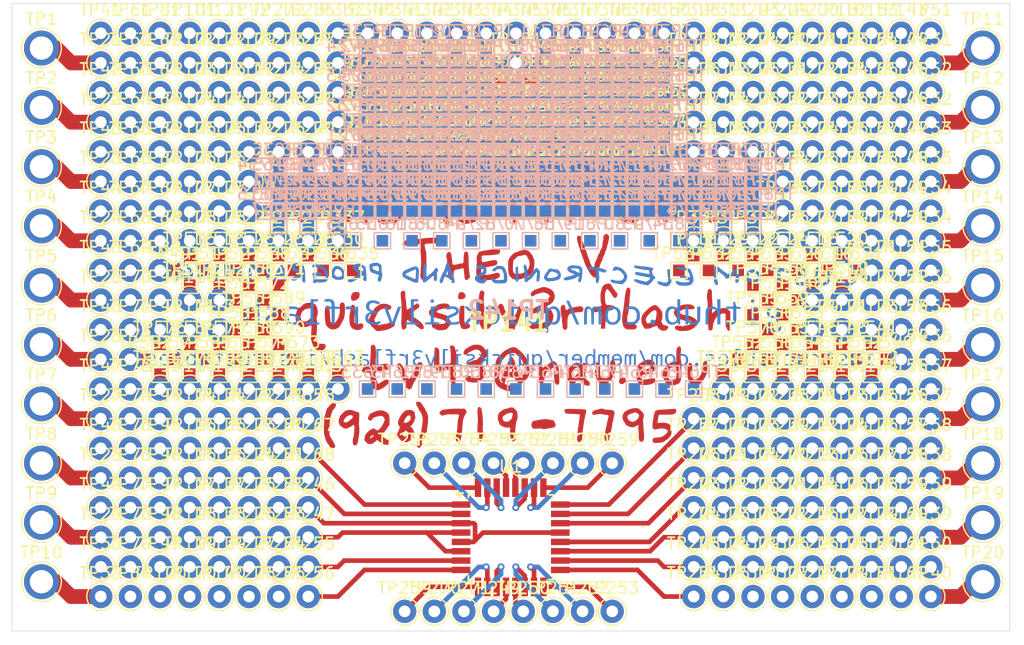
<source format=kicad_pcb>
(kicad_pcb (version 20240108) (generator "pcbnew") (generator_version "8.0")
  (layers (0 "F.Cu" signal) (31 "B.Cu" signal) (34 "B.Paste" user) (35 "F.Paste" user) (36 "B.SilkS" user "B.Silkscreen") (37 "F.SilkS" user "F.Silkscreen") (38 "B.Mask" user) (39 "F.Mask" user) (44 "Edge.Cuts" user))
  (net 0 "")
  (net 1 "Net-(TP1-Pad1)")
  (net 2 "Net-(TP2-Pad1)")
  (net 3 "Net-(TP23-Pad1)")
  (net 4 "Net-(TP24-Pad1)")
  (net 5 "Net-(TP25-Pad1)")
  (net 6 "Net-(TP26-Pad1)")
  (net 7 "Net-(TP27-Pad1)")
  (net 8 "Net-(TP28-Pad1)")
  (net 9 "Net-(TP29-Pad1)")
  (net 10 "Net-(TP10-Pad1)")
  (net 11 "Net-(TP11-Pad1)")
  (net 12 "Net-(TP12-Pad1)")
  (net 13 "Net-(TP13-Pad1)")
  (net 14 "Net-(TP14-Pad1)")
  (net 15 "Net-(TP15-Pad1)")
  (net 16 "Net-(TP16-Pad1)")
  (net 17 "Net-(TP17-Pad1)")
  (net 18 "Net-(TP18-Pad1)")
  (net 19 "Net-(TP19-Pad1)")
  (net 20 "Net-(TP20-Pad1)")
  (net 221 "Net-(U1-AREF)")
  (net 222 "Net-(U1-ADC6)")
  (net 223 "Net-(U1-ADC7)")
  (net 224 "Net-(TP246-Pad1)")
  (net 225 "Net-(TP247-Pad1)")
  (net 226 "Net-(U1-AVCC)")
  (net 227 "Net-(U1-PB0)")
  (net 228 "Net-(U1-PB1)")
  (net 229 "Net-(U1-PB2)")
  (net 230 "Net-(U1-PB3)")
  (net 231 "Net-(U1-PB4)")
  (net 232 "Net-(U1-PB5)")
  (net 233 "Net-(U1-XTAL1{slash}PB6)")
  (net 234 "Net-(U1-XTAL2{slash}PB7)")
  (net 235 "Net-(U1-PC0)")
  (net 236 "Net-(U1-PC1)")
  (net 237 "Net-(U1-PC2)")
  (net 238 "Net-(U1-PC3)")
  (net 239 "Net-(U1-PC4)")
  (net 240 "Net-(U1-PC5)")
  (net 241 "Net-(U1-~{RESET}{slash}PC6)")
  (net 242 "Net-(U1-PD0)")
  (net 243 "Net-(U1-PD1)")
  (net 244 "Net-(U1-PD2)")
  (net 245 "Net-(U1-PD3)")
  (net 246 "Net-(U1-PD4)")
  (net 247 "Net-(U1-PD5)")
  (net 248 "Net-(U1-PD6)")
  (net 249 "Net-(U1-PD7)")
  (footprint "TestPoint:TestPoint_Pad_1.0x1.0mm" (layer "F.Cu") (at 154.94 82.55)
    (property "Reference" "TP563")
    (property "Value" "TestPoint")
  )
  (footprint "TestPoint:TestPoint_THTPad_D2.0mm_Drill1.0mm" (layer "F.Cu") (at 152.4 88.9)
    (property "Reference" "TP267")
    (property "Value" "TestPoint")
  )
  (footprint "TestPoint:TestPoint_THTPad_D2.0mm_Drill1.0mm" (layer "F.Cu") (at 149.86 101.6)
    (property "Reference" "TP285")
    (property "Value" "TestPoint")
  )
  (footprint "TestPoint:TestPoint_Pad_1.0x1.0mm" (layer "F.Cu") (at 167.64 55.88)
    (property "Reference" "TP396")
    (property "Value" "TestPoint")
  )
  (footprint "TestPoint:TestPoint_Pad_1.0x1.0mm" (layer "F.Cu") (at 173.99 57.15)
    (property "Reference" "TP408")
    (property "Value" "TestPoint")
  )
  (footprint "TestPoint:TestPoint_THTPad_D2.0mm_Drill1.0mm" (layer "F.Cu") (at 195.58 68.58)
    (property "Reference" "TP206")
    (property "Value" "TestPoint")
  )
  (footprint "TestPoint:TestPoint_Pad_1.0x1.0mm" (layer "F.Cu") (at 138.43 81.28)
    (property "Reference" "TP582")
    (property "Value" "TestPoint")
  )
  (footprint "TestPoint:TestPoint_THTPad_D2.0mm_Drill1.0mm" (layer "F.Cu") (at 205.74 99.06)
    (property "Reference" "TP60")
    (property "Value" "TestPoint")
  )
  (footprint "TestPoint:TestPoint_Pad_1.0x1.0mm" (layer "F.Cu") (at 180.34 64.77)
    (property "Reference" "TP509")
    (property "Value" "TestPoint")
  )
  (footprint "TestPoint:TestPoint_THTPad_D2.0mm_Drill1.0mm" (layer "F.Cu") (at 152.4 83.82)
    (property "Reference" "TP292")
    (property "Value" "TestPoint")
  )
  (footprint "TestPoint:TestPoint_Pad_1.0x1.0mm" (layer "F.Cu") (at 193.04 82.55)
    (property "Reference" "TP551")
    (property "Value" "TestPoint")
  )
  (footprint "TestPoint:TestPoint_THTPad_D2.0mm_Drill1.0mm" (layer "F.Cu") (at 198.12 93.98)
    (property "Reference" "TP196")
    (property "Value" "TestPoint")
  )
  (footprint "TestPoint:TestPoint_Plated_Hole_D2.0mm" (layer "F.Cu") (at 210.185 59.69)
    (property "Reference" "TP12")
    (property "Value" "TestPoint")
  )
  (footprint "TestPoint:TestPoint_THTPad_D2.0mm_Drill1.0mm" (layer "F.Cu") (at 187.96 60.96)
    (property "Reference" "TP314")
    (property "Value" "TestPoint")
  )
  (footprint "TestPoint:TestPoint_THTPad_D2.0mm_Drill1.0mm" (layer "F.Cu") (at 139.7 83.82)
    (property "Reference" "TP93")
    (property "Value" "TestPoint")
  )
  (footprint "TestPoint:TestPoint_THTPad_D2.0mm_Drill1.0mm" (layer "F.Cu") (at 142.24 93.98)
    (property "Reference" "TP117")
    (property "Value" "TestPoint")
  )
  (footprint "TestPoint:TestPoint_THTPad_D2.0mm_Drill1.0mm" (layer "F.Cu") (at 200.66 60.96)
    (property "Reference" "TP166")
    (property "Value" "TestPoint")
  )
  (footprint "TestPoint:TestPoint_Pad_1.0x1.0mm" (layer "F.Cu") (at 165.1 59.69)
    (property "Reference" "TP387")
    (property "Value" "TestPoint")
  )
  (footprint "TestPoint:TestPoint_THTPad_D2.0mm_Drill1.0mm" (layer "F.Cu") (at 144.78 55.88)
    (property "Reference" "TP122")
    (property "Value" "TestPoint")
  )
  (footprint "TestPoint:TestPoint_THTPad_D2.0mm_Drill1.0mm" (layer "F.Cu") (at 175.26 53.34)
    (property "Reference" "TP347")
    (property "Value" "TestPoint")
  )
  (footprint "TestPoint:TestPoint_THTPad_D2.0mm_Drill1.0mm" (layer "F.Cu") (at 139.7 88.9)
    (property "Reference" "TP95")
    (property "Value" "TestPoint")
  )
  (footprint "TestPoint:TestPoint_THTPad_D2.0mm_Drill1.0mm" (layer "F.Cu") (at 139.7 63.5)
    (property "Reference" "TP85")
    (property "Value" "TestPoint")
  )
  (footprint "TestPoint:TestPoint_Pad_1.0x1.0mm" (layer "F.Cu") (at 160.02 57.15)
    (property "Reference" "TP361")
    (property "Value" "TestPoint")
  )
  (footprint "TestPoint:TestPoint_Pad_1.0x1.0mm" (layer "F.Cu") (at 157.48 62.23)
    (property "Reference" "TP358")
    (property "Value" "TestPoint")
  )
  (footprint "TestPoint:TestPoint_THTPad_D2.0mm_Drill1.0mm" (layer "F.Cu") (at 198.12 83.82)
    (property "Reference" "TP192")
    (property "Value" "TestPoint")
  )
  (footprint "TestPoint:TestPoint_THTPad_D2.0mm_Drill1.0mm" (layer "F.Cu") (at 144.78 91.44)
    (property "Reference" "TP136")
    (property "Value" "TestPoint")
  )
  (footprint "TestPoint:TestPoint_Pad_1.0x1.0mm" (layer "F.Cu") (at 180.34 58.42)
    (property "Reference" "TP454")
    (property "Value" "TestPoint")
  )
  (footprint "TestPoint:TestPoint_THTPad_D2.0mm_Drill1.0mm" (layer "F.Cu") (at 195.58 63.5)
    (property "Reference" "TP204")
    (property "Value" "TestPoint")
  )
  (footprint "TestPoint:TestPoint_THTPad_D2.0mm_Drill1.0mm" (layer "F.Cu") (at 152.4 58.42)
    (property "Reference" "TP288")
    (property "Value" "TestPoint")
  )
  (footprint "TestPoint:TestPoint_THTPad_D2.0mm_Drill1.0mm" (layer "F.Cu") (at 205.74 96.52)
    (property "Reference" "TP39")
    (property "Value" "TestPoint")
  )
  (footprint "TestPoint:TestPoint_Pad_1.0x1.0mm" (layer "F.Cu") (at 172.72 57.15)
    (property "Reference" "TP413")
    (property "Value" "TestPoint")
  )
  (footprint "TestPoint:TestPoint_Plated_Hole_D2.0mm" (layer "F.Cu") (at 210.185 74.93)
    (property "Reference" "TP15")
    (property "Value" "TestPoint")
  )
  (footprint "TestPoint:TestPoint_Pad_1.0x1.0mm" (layer "F.Cu") (at 172.72 62.23)
    (property "Reference" "TP426")
    (property "Value" "TestPoint")
  )
  (footprint "TestPoint:TestPoint_THTPad_D2.0mm_Drill1.0mm" (layer "F.Cu") (at 134.62 88.9)
    (property "Reference" "TP48")
    (property "Value" "TestPoint")
  )
  (footprint "TestPoint:TestPoint_THTPad_D2.0mm_Drill1.0mm" (layer "F.Cu") (at 147.32 66.04)
    (property "Reference" "TP218")
    (property "Value" "TestPoint")
  )
  (footprint "TestPoint:TestPoint_Pad_1.0x1.0mm" (layer "F.Cu") (at 168.91 57.15)
    (property "Reference" "TP406")
    (property "Value" "TestPoint")
  )
  (footprint "TestPoint:TestPoint_THTPad_D2.0mm_Drill1.0mm" (layer "F.Cu") (at 154.94 58.42)
    (property "Reference" "TP334")
    (property "Value" "TestPoint")
  )
  (footprint "TestPoint:TestPoint_Plated_Hole_D2.0mm" (layer "F.Cu") (at 129.54 85.09)
    (property "Reference" "TP7")
    (property "Value" "TestPoint")
  )
  (footprint "TestPoint:TestPoint_Pad_1.0x1.0mm" (layer "F.Cu") (at 173.99 63.5)
    (property "Reference" "TP483")
    (property "Value" "TestPoint")
  )
  (footprint "TestPoint:TestPoint_THTPad_D2.0mm_Drill1.0mm" (layer "F.Cu") (at 137.16 86.36)
    (property "Reference" "TP74")
    (property "Value" "TestPoint")
  )
  (footprint "TestPoint:TestPoint_THTPad_D2.0mm_Drill1.0mm" (layer "F.Cu") (at 190.5 55.88)
    (property "Reference" "TP294")
    (property "Value" "TestPoint")
  )
  (footprint "TestPoint:TestPoint_THTPad_D2.0mm_Drill1.0mm" (layer "F.Cu") (at 149.86 53.34)
    (property "Reference" "TP272")
    (property "Value" "TestPoint")
  )
  (footprint "TestPoint:TestPoint_THTPad_D2.0mm_Drill1.0mm" (layer "F.Cu") (at 154.94 60.96)
    (property "Reference" "TP335")
    (property "Value" "TestPoint")
  )
  (footprint "TestPoint:TestPoint_THTPad_D2.0mm_Drill1.0mm" (layer "F.Cu") (at 149.86 91.44)
    (property "Reference" "TP281")
    (property "Value" "TestPoint")
  )
  (footprint "TestPoint:TestPoint_THTPad_D2.0mm_Drill1.0mm" (layer "F.Cu") (at 205.74 53.34)
    (property "Reference" "TP51")
    (property "Value" "TestPoint")
  )
  (footprint "TestPoint:TestPoint_THTPad_D2.0mm_Drill1.0mm" (layer "F.Cu") (at 139.7 53.34)
    (property "Reference" "TP81")
    (property "Value" "TestPoint")
  )
  (footprint "TestPoint:TestPoint_THTPad_D2.0mm_Drill1.0mm" (layer "F.Cu") (at 154.94 63.5)
    (property "Reference" "TP336")
    (property "Value" "TestPoint")
  )
  (footprint "TestPoint:TestPoint_THTPad_D2.0mm_Drill1.0mm" (layer "F.Cu") (at 200.66 96.52)
    (property "Reference" "TP179")
    (property "Value" "TestPoint")
  )
  (footprint "TestPoint:TestPoint_THTPad_D2.0mm_Drill1.0mm" (layer "F.Cu") (at 185.42 86.36)
    (property "Reference" "TP258")
    (property "Value" "TestPoint")
  )
  (footprint "TestPoint:TestPoint_Pad_1.0x1.0mm" (layer "F.Cu") (at 199.39 73.66)
    (property "Reference" "TP521")
    (property "Value" "TestPoint")
  )
  (footprint "TestPoint:TestPoint_THTPad_D2.0mm_Drill1.0mm" (layer "F.Cu") (at 149.86 63.5)
    (property "Reference" "TP276")
    (property "Value" "TestPoint")
  )
  (footprint "TestPoint:TestPoint_Plated_Hole_D2.0mm" (layer "F.Cu") (at 129.54 74.93)
    (property "Reference" "TP5")
    (property "Value" "TestPoint")
  )
  (footprint "TestPoint:TestPoint_Pad_1.0x1.0mm" (layer "F.Cu") (at 182.88 55.88)
    (property "Reference" "TP459")
    (property "Value" "TestPoint")
  )
  (footprint "TestPoint:TestPoint_THTPad_D2.0mm_Drill1.0mm" (layer "F.Cu") (at 147.32 53.34)
    (property "Reference" "TP92")
    (property "Value" "TestPoint")
  )
  (footprint "TestPoint:TestPoint_THTPad_D2.0mm_Drill1.0mm" (layer "F.Cu") (at 205.74 58.42)
    (property "Reference" "TP52")
    (property "Value" "TestPoint")
  )
  (footprint "TestPoint:TestPoint_Pad_1.0x1.0mm" (layer "F.Cu") (at 175.26 60.96)
    (property "Reference" "TP431")
    (property "Value" "TestPoint")
  )
  (footprint "TestPoint:TestPoint_THTPad_D2.0mm_Drill1.0mm" (layer "F.Cu") (at 162.56 53.34)
    (property "Reference" "TP342")
    (property "Value" "TestPoint")
  )
  (footprint "TestPoint:TestPoint_THTPad_D2.0mm_Drill1.0mm" (layer "F.Cu") (at 198.12 71.12)
    (property "Reference" "TP189")
    (property "Value" "TestPoint")
  )
  (footprint "TestPoint:TestPoint_THTPad_D2.0mm_Drill1.0mm" (layer "F.Cu") (at 200.66 73.66)
    (property "Reference" "TP171")
    (property "Value" "TestPoint")
  )
  (footprint "TestPoint:TestPoint_THTPad_D2.0mm_Drill1.0mm" (layer "F.Cu") (at 147.32 101.6)
    (property "Reference" "TP228")
    (property "Value" "TestPoint")
  )
  (footprint "TestPoint:TestPoint_Pad_1.0x1.0mm" (layer "F.Cu") (at 200.66 82.55)
    (property "Reference" "TP542")
    (property "Value" "TestPoint")
  )
  (footprint "TestPoint:TestPoint_Pad_1.0x1.0mm" (layer "F.Cu") (at 171.45 62.23)
    (property "Reference" "TP425")
    (property "Value" "TestPoint")
  )
  (footprint "TestPoint:TestPoint_THTPad_D2.0mm_Drill1.0mm" (layer "F.Cu") (at 198.12 58.42)
    (property "Reference" "TP184")
    (property "Value" "TestPoint")
  )
  (footprint "TestPoint:TestPoint_THTPad_D2.0mm_Drill1.0mm" (layer "F.Cu") (at 205.74 101.6)
    (property "Reference" "TP40")
    (property "Value" "TestPoint")
  )
  (footprint "TestPoint:TestPoint_Pad_1.0x1.0mm" (layer "F.Cu") (at 177.8 55.88)
    (property "Reference" "TP440")
    (property "Value" "TestPoint")
  )
  (footprint "TestPoint:TestPoint_THTPad_D2.0mm_Drill1.0mm" (layer "F.Cu") (at 187.96 71.12)
    (property "Reference" "TP317")
    (property "Value" "TestPoint")
  )
  (footprint "TestPoint:TestPoint_Plated_Hole_D2.0mm" (layer "F.Cu") (at 210.185 64.77)
    (property "Reference" "TP13")
    (property "Value" "TestPoint")
  )
  (footprint "TestPoint:TestPoint_THTPad_D2.0mm_Drill1.0mm" (layer "F.Cu") (at 193.04 101.6)
    (property "Reference" "TP307")
    (property "Value" "TestPoint")
  )
  (footprint "TestPoint:TestPoint_Pad_1.0x1.0mm" (layer "F.Cu") (at 144.78 74.93)
    (property "Reference" "TP512")
    (property "Value" "TestPoint")
  )
  (footprint "TestPoint:TestPoint_THTPad_D2.0mm_Drill1.0mm" (layer "F.Cu") (at 144.78 60.96)
    (property "Reference" "TP124")
    (property "Value" "TestPoint")
  )
  (footprint "TestPoint:TestPoint_Pad_1.0x1.0mm" (layer "F.Cu") (at 166.37 58.42)
    (property "Reference" "TP392")
    (property "Value" "TestPoint")
  )
  (footprint "TestPoint:TestPoint_THTPad_D2.0mm_Drill1.0mm" (layer "F.Cu") (at 147.32 63.5)
    (property "Reference" "TP132")
    (property "Value" "TestPoint")
  )
  (footprint "TestPoint:TestPoint_THTPad_D2.0mm_Drill1.0mm" (layer "F.Cu") (at 200.66 55.88)
    (property "Reference" "TP164")
    (property "Value" "TestPoint")
  )
  (footprint "TestPoint:TestPoint_Pad_1.0x1.0mm" (layer "F.Cu") (at 179.07 63.5)
    (property "Reference" "TP487")
    (property "Value" "TestPoint")
  )
  (footprint "TestPoint:TestPoint_Pad_1.0x1.0mm" (layer "F.Cu") (at 170.18 59.69)
    (property "Reference" "TP410")
    (property "Value" "TestPoint")
  )
  (footprint "TestPoint:TestPoint_Pad_1.0x1.0mm" (layer "F.Cu") (at 177.8 58.42)
    (property "Reference" "TP442")
    (property "Value" "TestPoint")
  )
  (footprint "TestPoint:TestPoint_Pad_1.0x1.0mm" (layer "F.Cu") (at 176.53 58.42)
    (property "Reference" "TP436")
    (property "Value" "TestPoint")
  )
  (footprint "TestPoint:TestPoint_Pad_1.0x1.0mm" (layer "F.Cu") (at 181.61 63.5)
    (property "Reference" "TP489")
    (property "Value" "TestPoint")
  )
  (footprint "TestPoint:TestPoint_Pad_1.0x1.0mm" (layer "F.Cu") (at 176.53 63.5)
    (property "Reference" "TP485")
    (property "Value" "TestPoint")
  )
  (footprint "TestPoint:TestPoint_THTPad_D2.0mm_Drill1.0mm" (layer "F.Cu") (at 137.16 73.66)
    (property "Reference" "TP69")
    (property "Value" "TestPoint")
  )
  (footprint "TestPoint:TestPoint_THTPad_D2.0mm_Drill1.0mm" (layer "F.Cu") (at 149.86 60.96)
    (property "Reference" "TP275")
    (property "Value" "TestPoint")
  )
  (footprint "TestPoint:TestPoint_Pad_1.0x1.0mm" (layer "F.Cu") (at 175.26 62.23)
    (property "Reference" "TP433")
    (property "Value" "TestPoint")
  )
  (footprint "TestPoint:TestPoint_Pad_1.0x1.0mm" (layer "F.Cu") (at 149.86 80.01)
    (property "Reference" "TP590")
    (property "Value" "TestPoint")
  )
  (footprint "TestPoint:TestPoint_THTPad_D2.0mm_Drill1.0mm" (layer "F.Cu") (at 198.12 78.74)
    (property "Reference" "TP191")
    (property "Value" "TestPoint")
  )
  (footprint "TestPoint:TestPoint_Pad_1.0x1.0mm" (layer "F.Cu") (at 148.59 81.28)
    (property "Reference" "TP574")
    (property "Value" "TestPoint")
  )
  (footprint "TestPoint:TestPoint_THTPad_D2.0mm_Drill1.0mm" (layer "F.Cu") (at 144.78 99.06)
    (property "Reference" "TP139")
    (property "Value" "TestPoint")
  )
  (footprint "TestPoint:TestPoint_THTPad_D2.0mm_Drill1.0mm" (layer "F.Cu") (at 198.12 88.9)
    (property "Reference" "TP194")
    (property "Value" "TestPoint")
  )
  (footprint "TestPoint:TestPoint_THTPad_D2.0mm_Drill1.0mm" (layer "F.Cu") (at 190.5 93.98)
    (property "Reference" "TP305")
    (property "Value" "TestPoint")
  )
  (footprint "TestPoint:TestPoint_THTPad_D2.0mm_Drill1.0mm" (layer "F.Cu") (at 147.32 99.06)
    (property "Reference" "TP227")
    (property "Value" "TestPoint")
  )
  (footprint "TestPoint:TestPoint_THTPad_D2.0mm_Drill1.0mm" (layer "F.Cu") (at 137.16 91.44)
    (property "Reference" "TP76")
    (property "Value" "TestPoint")
  )
  (footprint "TestPoint:TestPoint_THTPad_D2.0mm_Drill1.0mm" (layer "F.Cu") (at 144.78 53.34)
    (property "Reference" "TP121")
    (property "Value" "TestPoint")
  )
  (footprint "TestPoint:TestPoint_THTPad_D2.0mm_Drill1.0mm" (layer "F.Cu") (at 180.34 53.34)
    (property "Reference" "TP349")
    (property "Value" "TestPoint")
  )
  (footprint "TestPoint:TestPoint_Pad_1.0x1.0mm" (layer "F.Cu") (at 177.8 59.69)
    (property "Reference" "TP443")
    (property "Value" "TestPoint")
  )
  (footprint "TestPoint:TestPoint_THTPad_D2.0mm_Drill1.0mm" (layer "F.Cu") (at 195.58 86.36)
    (property "Reference" "TP211")
    (property "Value" "TestPoint")
  )
  (footprint "TestPoint:TestPoint_THTPad_D2.0mm_Drill1.0mm" (layer "F.Cu") (at 139.7 86.36)
    (property "Reference" "TP94")
    (property "Value" "TestPoint")
  )
  (footprint "TestPoint:TestPoint_THTPad_D2.0mm_Drill1.0mm" (layer "F.Cu") (at 154.94 53.34)
    (property "Reference" "TP332")
    (property "Value" "TestPoint")
  )
  (footprint "TestPoint:TestPoint_THTPad_D2.0mm_Drill1.0mm" (layer "F.Cu") (at 198.12 55.88)
    (property "Reference" "TP183")
    (property "Value" "TestPoint")
  )
  (footprint "TestPoint:TestPoint_Plated_Hole_D2.0mm" (layer "F.Cu") (at 210.185 90.17)
    (property "Reference" "TP18")
    (property "Value" "TestPoint")
  )
  (footprint "TestPoint:TestPoint_Pad_1.0x1.0mm" (layer "F.Cu") (at 170.18 64.77)
    (property "Reference" "TP501")
    (property "Value" "TestPoint")
  )
  (footprint "TestPoint:TestPoint_THTPad_D2.0mm_Drill1.0mm" (layer "F.Cu") (at 137.16 66.04)
    (property "Reference" "TP66")
    (property "Value" "TestPoint")
  )
  (footprint "TestPoint:TestPoint_THTPad_D2.0mm_Drill1.0mm" (layer "F.Cu") (at 144.78 63.5)
    (property "Reference" "TP125")
    (property "Value" "TestPoint")
  )
  (footprint "TestPoint:TestPoint_Pad_1.0x1.0mm" (layer "F.Cu") (at 181.61 64.77)
    (property "Reference" "TP510")
    (property "Value" "TestPoint")
  )
  (footprint "TestPoint:TestPoint_THTPad_D2.0mm_Drill1.0mm" (layer "F.Cu") (at 195.58 71.12)
    (property "Reference" "TP207")
    (property "Value" "TestPoint")
  )
  (footprint "TestPoint:TestPoint_THTPad_D2.0mm_Drill1.0mm" (layer "F.Cu") (at 193.04 99.06)
    (property "Reference" "TP306")
    (property "Value" "TestPoint")
  )
  (footprint "TestPoint:TestPoint_THTPad_D2.0mm_Drill1.0mm" (layer "F.Cu") (at 200.66 78.74)
    (property "Reference" "TP173")
    (property "Value" "TestPoint")
  )
  (footprint "TestPoint:TestPoint_THTPad_D2.0mm_Drill1.0mm" (layer "F.Cu") (at 163.195 90.17)
    (property "Reference" "TP265")
    (property "Value" "TestPoint")
  )
  (footprint "TestPoint:TestPoint_THTPad_D2.0mm_Drill1.0mm" (layer "F.Cu") (at 178.435 90.17)
    (property "Reference" "TP259")
    (property "Value" "TestPoint")
  )
  (footprint "TestPoint:TestPoint_Pad_1.0x1.0mm" (layer "F.Cu") (at 142.24 74.93)
    (property "Reference" "TP514")
    (property "Value" "TestPoint")
  )
  (footprint "TestPoint:TestPoint_Pad_1.0x1.0mm" (layer "F.Cu") (at 182.88 62.23)
    (property "Reference" "TP474")
    (property "Value" "TestPoint")
  )
  (footprint "TestPoint:TestPoint_THTPad_D2.0mm_Drill1.0mm" (layer "F.Cu") (at 142.24 55.88)
    (property "Reference" "TP102")
    (property "Value" "TestPoint")
  )
  (footprint "TestPoint:TestPoint_THTPad_D2.0mm_Drill1.0mm" (layer "F.Cu") (at 139.7 91.44)
    (property "Reference" "TP96")
    (property "Value" "TestPoint")
  )
  (footprint "TestPoint:TestPoint_Pad_1.0x1.0mm" (layer "F.Cu") (at 148.59 73.66)
    (property "Reference" "TP538")
    (property "Value" "TestPoint")
  )
  (footprint "TestPoint:TestPoint_THTPad_D2.0mm_Drill1.0mm" (layer "F.Cu") (at 137.16 83.82)
    (property "Reference" "TP73")
    (property "Value" "TestPoint")
  )
  (footprint "TestPoint:TestPoint_THTPad_D2.0mm_Drill1.0mm" (layer "F.Cu") (at 152.4 91.44)
    (property "Reference" "TP268")
    (property "Value" "TestPoint")
  )
  (footprint "TestPoint:TestPoint_Pad_1.0x1.0mm" (layer "F.Cu") (at 194.31 78.74)
    (property "Reference" "TP553")
    (property "Value" "TestPoint")
  )
  (footprint "TestPoint:TestPoint_THTPad_D2.0mm_Drill1.0mm" (layer "F.Cu") (at 134.62 55.88)
    (property "Reference" "TP21")
    (property "Value" "TestPoint")
  )
  (footprint "TestPoint:TestPoint_Plated_Hole_D2.0mm" (layer "F.Cu") (at 210.185 100.33)
    (property "Reference" "TP20")
    (property "Value" "TestPoint")
  )
  (footprint "TestPoint:TestPoint_THTPad_D2.0mm_Drill1.0mm" (layer "F.Cu") (at 144.78 68.58)
    (property "Reference" "TP127")
    (property "Value" "TestPoint")
  )
  (footprint "TestPoint:TestPoint_THTPad_D2.0mm_Drill1.0mm" (layer "F.Cu") (at 205.74 78.74)
    (property "Reference" "TP56")
    (property "Value" "TestPoint")
  )
  (footprint "TestPoint:TestPoint_THTPad_D2.0mm_Drill1.0mm" (layer "F.Cu") (at 195.58 76.2)
    (property "Reference" "TP208")
    (property "Value" "TestPoint")
  )
  (footprint "TestPoint:TestPoint_THTPad_D2.0mm_Drill1.0mm" (layer "F.Cu") (at 185.42 101.6)
    (property "Reference" "TP254")
    (property "Value" "TestPoint")
  )
  (footprint "TestPoint:TestPoint_THTPad_D2.0mm_Drill1.0mm" (layer "F.Cu") (at 137.16 63.5)
    (property "Reference" "TP65")
    (property "Value" "TestPoint")
  )
  (footprint "TestPoint:TestPoint_Pad_1.0x1.0mm" (layer "F.Cu") (at 161.29 55.88)
    (property "Reference" "TP366")
    (property "Value" "TestPoint")
  )
  (footprint "TestPoint:TestPoint_Pad_1.0x1.0mm" (layer "F.Cu") (at 186.69 73.66)
    (property "Reference" "TP532")
    (property "Value" "TestPoint")
  )
  (footprint "TestPoint:TestPoint_Pad_1.0x1.0mm" (layer "F.Cu") (at 176.53 64.77)
    (property "Reference" "TP506")
    (property "Value" "TestPoint")
  )
  (footprint "TestPoint:TestPoint_THTPad_D2.0mm_Drill1.0mm" (layer "F.Cu") (at 178.435 102.87)
    (property "Reference" "TP253")
    (property "Value" "TestPoint")
  )
  (footprint "TestPoint:TestPoint_Pad_1.0x1.0mm" (layer "F.Cu") (at 163.83 64.77)
    (property "Reference" "TP495")
    (property "Value" "TestPoint")
  )
  (footprint "TestPoint:TestPoint_THTPad_D2.0mm_Drill1.0mm" (layer "F.Cu") (at 137.16 81.28)
    (property "Reference" "TP72")
    (property "Value" "TestPoint")
  )
  (footprint "TestPoint:TestPoint_Pad_1.0x1.0mm" (layer "F.Cu") (at 166.37 64.77)
    (property "Reference" "TP496")
    (property "Value" "TestPoint")
  )
  (footprint "TestPoint:TestPoint_Pad_1.0x1.0mm" (layer "F.Cu") (at 191.77 81.28)
    (property "Reference" "TP556")
    (property "Value" "TestPoint")
  )
  (footprint "TestPoint:TestPoint_THTPad_D2.0mm_Drill1.0mm" (layer "F.Cu") (at 144.78 66.04)
    (property "Reference" "TP126")
    (property "Value" "TestPoint")
  )
  (footprint "TestPoint:TestPoint_THTPad_D2.0mm_Drill1.0mm" (layer "F.Cu") (at 139.7 99.06)
    (property "Reference" "TP99")
    (property "Value" "TestPoint")
  )
  (footprint "TestPoint:TestPoint_Pad_1.0x1.0mm" (layer "F.Cu") (at 158.75 55.88)
    (property "Reference" "TP330")
    (property "Value" "TestPoint")
  )
  (footprint "TestPoint:TestPoint_THTPad_D2.0mm_Drill1.0mm" (layer "F.Cu") (at 168.275 90.17)
    (property "Reference" "TP263")
    (property "Value" "TestPoint")
  )
  (footprint "TestPoint:TestPoint_Pad_1.0x1.0mm" (layer "F.Cu") (at 171.45 63.5)
    (property "Reference" "TP481")
    (property "Value" "TestPoint")
  )
  (footprint "TestPoint:TestPoint_THTPad_D2.0mm_Drill1.0mm" (layer "F.Cu") (at 203.2 60.96)
    (property "Reference" "TP146")
    (property "Value" "TestPoint")
  )
  (footprint "TestPoint:TestPoint_Pad_1.0x1.0mm" (layer "F.Cu") (at 180.34 62.23)
    (property "Reference" "TP457")
    (property "Value" "TestPoint")
  )
  (footprint "TestPoint:TestPoint_Pad_1.0x1.0mm" (layer "F.Cu") (at 147.32 77.47)
    (property "Reference" "TP567")
    (property "Value" "TestPoint")
  )
  (footprint "TestPoint:TestPoint_THTPad_D2.0mm_Drill1.0mm" (layer "F.Cu") (at 173.355 102.87)
    (property "Reference" "TP251")
    (property "Value" "TestPoint")
  )
  (footprint "TestPoint:TestPoint_THTPad_D2.0mm_Drill1.0mm" (layer "F.Cu") (at 195.58 53.34)
    (property "Reference" "TP200")
    (property "Value" "TestPoint")
  )
  (footprint "TestPoint:TestPoint_Pad_1.0x1.0mm" (layer "F.Cu") (at 173.99 64.77)
    (property "Reference" "TP504")
    (property "Value" "TestPoint")
  )
  (footprint "TestPoint:TestPoint_Plated_Hole_D2.0mm" (layer "F.Cu") (at 210.185 80.01)
    (property "Reference" "TP16")
    (property "Value" "TestPoint")
  )
  (footprint "TestPoint:TestPoint_Pad_1.0x1.0mm" (layer "F.Cu") (at 163.83 57.15)
    (property "Reference" "TP379")
    (property "Value" "TestPoint")
  )
  (footprint "TestPoint:TestPoint_Pad_1.0x1.0mm" (layer "F.Cu") (at 146.05 81.28)
    (property "Reference" "TP557")
    (property "Value" "TestPoint")
  )
  (footprint "TestPoint:TestPoint_THTPad_D2.0mm_Drill1.0mm" (layer "F.Cu") (at 149.86 96.52)
    (property "Reference" "TP283")
    (property "Value" "TestPoint")
  )
  (footprint "TestPoint:TestPoint_THTPad_D2.0mm_Drill1.0mm" (layer "F.Cu") (at 147.32 68.58)
    (property "Reference" "TP219")
    (property "Value" "TestPoint")
  )
  (footprint "TestPoint:TestPoint_THTPad_D2.0mm_Drill1.0mm" (layer "F.Cu") (at 139.7 76.2)
    (property "Reference" "TP90")
    (property "Value" "TestPoint")
  )
  (footprint "TestPoint:TestPoint_THTPad_D2.0mm_Drill1.0mm" (layer "F.Cu") (at 147.32 88.9)
    (property "Reference" "TP223")
    (property "Value" "TestPoint")
  )
  (footprint "TestPoint:TestPoint_Pad_1.0x1.0mm" (layer "F.Cu") (at 168.91 62.23)
    (property "Reference" "TP423")
    (property "Value" "TestPoint")
  )
  (footprint "TestPoint:TestPoint_THTPad_D2.0mm_Drill1.0mm" (layer "F.Cu") (at 190.5 71.12)
    (property "Reference" "TP300")
    (property "Value" "TestPoint")
  )
  (footprint "TestPoint:TestPoint_Pad_1.0x1.0mm" (layer "F.Cu") (at 172.72 59.69)
    (property "Reference" "TP416")
    (property "Value" "TestPoint")
  )
  (footprint "TestPoint:TestPoint_THTPad_D2.0mm_Drill1.0mm" (layer "F.Cu") (at 173.355 90.17)
    (property "Reference" "TP261")
    (property "Value" "TestPoint")
  )
  (footprint "TestPoint:TestPoint_Pad_1.0x1.0mm" (layer "F.Cu") (at 163.83 59.69)
    (property "Reference" "TP381")
    (property "Value" "TestPoint")
  )
  (footprint "TestPoint:TestPoint_THTPad_D2.0mm_Drill1.0mm" (layer "F.Cu") (at 195.58 83.82)
    (property "Reference" "TP210")
    (property "Value" "TestPoint")
  )
  (footprint "TestPoint:TestPoint_THTPad_D2.0mm_Drill1.0mm" (layer "F.Cu") (at 193.04 66.04)
    (property "Reference" "TP234")
    (property "Value" "TestPoint")
  )
  (footprint "TestPoint:TestPoint_THTPad_D2.0mm_Drill1.0mm" (layer "F.Cu") (at 195.58 99.06)
    (property "Reference" "TP216")
    (property "Value" "TestPoint")
  )
  (footprint "TestPoint:TestPoint_Pad_1.0x1.0mm" (layer "F.Cu") (at 190.5 77.47)
    (property "Reference" "TP565")
    (property "Value" "TestPoint")
  )
  (footprint "TestPoint:TestPoint_Pad_1.0x1.0mm" (layer "F.Cu") (at 171.45 58.42)
    (property "Reference" "TP404")
    (property "Value" "TestPoint")
  )
  (footprint "TestPoint:TestPoint_THTPad_D2.0mm_Drill1.0mm" (layer "F.Cu") (at 195.58 60.96)
    (property "Reference" "TP203")
    (property "Value" "TestPoint")
  )
  (footprint "TestPoint:TestPoint_THTPad_D2.0mm_Drill1.0mm" (layer "F.Cu") (at 134.62 81.28)
    (property "Reference" "TP26")
    (property "Value" "TestPoint")
  )
  (footprint "TestPoint:TestPoint_THTPad_D2.0mm_Drill1.0mm" (layer "F.Cu") (at 205.74 88.9)
    (property "Reference" "TP58")
    (property "Value" "TestPoint")
  )
  (footprint "TestPoint:TestPoint_Pad_1.0x1.0mm" (layer "F.Cu") (at 175.26 63.5)
    (property "Reference" "TP484")
    (property "Value" "TestPoint")
  )
  (footprint "TestPoint:TestPoint_Pad_1.0x1.0mm" (layer "F.Cu") (at 162.56 60.96)
    (property "Reference" "TP376")
    (property "Value" "TestPoint")
  )
  (footprint "TestPoint:TestPoint_THTPad_D2.0mm_Drill1.0mm" (layer "F.Cu") (at 190.5 58.42)
    (property "Reference" "TP295")
    (property "Value" "TestPoint")
  )
  (footprint "TestPoint:TestPoint_THTPad_D2.0mm_Drill1.0mm" (layer "F.Cu") (at 137.16 99.06)
    (property "Reference" "TP79")
    (property "Value" "TestPoint")
  )
  (footprint "TestPoint:TestPoint_THTPad_D2.0mm_Drill1.0mm" (layer "F.Cu") (at 195.58 96.52)
    (property "Reference" "TP215")
    (property "Value" "TestPoint")
  )
  (footprint "TestPoint:TestPoint_THTPad_D2.0mm_Drill1.0mm" (layer "F.Cu") (at 187.96 86.36)
    (property "Reference" "TP319")
    (property "Value" "TestPoint")
  )
  (footprint "TestPoint:TestPoint_Pad_1.0x1.0mm" (layer "F.Cu") (at 170.18 60.96)
    (property "Reference" "TP419")
    (property "Value" "TestPoint")
  )
  (footprint "TestPoint:TestPoint_THTPad_D2.0mm_Drill1.0mm" (layer "F.Cu") (at 195.58 91.44)
    (property "Reference" "TP213")
    (property "Value" "TestPoint")
  )
  (footprint "TestPoint:TestPoint_THTPad_D2.0mm_Drill1.0mm" (layer "F.Cu") (at 205.74 93.98)
    (property "Reference" "TP59")
    (property "Value" "TestPoint")
  )
  (footprint "TestPoint:TestPoint_THTPad_D2.0mm_Drill1.0mm" (layer "F.Cu") (at 134.62 58.42)
    (property "Reference" "TP42")
    (property "Value" "TestPoint")
  )
  (footprint "TestPoint:TestPoint_Pad_1.0x1.0mm" (layer "F.Cu") (at 158.75 64.77)
    (property "Reference" "TP492")
    (property "Value" "TestPoint")
  )
  (footprint "TestPoint:TestPoint_THTPad_D2.0mm_Drill1.0mm" (layer "F.Cu") (at 134.62 86.36)
    (property "Reference" "TP27")
    (property "Value" "TestPoint")
  )
  (footprint "TestPoint:TestPoint_Pad_1.0x1.0mm" (layer "F.Cu") (at 176.53 57.15)
    (property "Reference" "TP435")
    (property "Value" "TestPoint")
  )
  (footprint "TestPoint:TestPoint_Pad_1.0x1.0mm" (layer "F.Cu") (at 144.78 80.01)
    (property "Reference" "TP579")
    (property "Value" "TestPoint")
  )
  (footprint "TestPoint:TestPoint_Pad_1.0x1.0mm" (layer "F.Cu") (at 147.32 82.55)
    (property "Reference" "TP580")
    (property "Value" "TestPoint")
  )
  (footprint "TestPoint:TestPoint_THTPad_D2.0mm_Drill1.0mm" (layer "F.Cu") (at 187.96 83.82)
    (property "Reference" "TP318")
    (property "Value" "TestPoint")
  )
  (footprint "TestPoint:TestPoint_Pad_1.0x1.0mm" (layer "F.Cu") (at 182.88 63.5)
    (property "Reference" "TP490")
    (property "Value" "TestPoint")
  )
  (footprint "TestPoint:TestPoint_THTPad_D2.0mm_Drill1.0mm" (layer "F.Cu") (at 144.78 86.36)
    (property "Reference" "TP134")
    (property "Value" "TestPoint")
  )
  (footprint "TestPoint:TestPoint_Pad_1.0x1.0mm" (layer "F.Cu") (at 198.12 80.01)
    (property "Reference" "TP543")
    (property "Value" "TestPoint")
  )
  (footprint "TestPoint:TestPoint_THTPad_D2.0mm_Drill1.0mm" (layer "F.Cu") (at 142.24 83.82)
    (property "Reference" "TP113")
    (property "Value" "TestPoint")
  )
  (footprint "TestPoint:TestPoint_Pad_1.0x1.0mm" (layer "F.Cu") (at 190.5 72.39)
    (property "Reference" "TP522")
    (property "Value" "TestPoint")
  )
  (footprint "TestPoint:TestPoint_THTPad_D2.0mm_Drill1.0mm" (layer "F.Cu") (at 190.5 99.06)
    (property "Reference" "TP309")
    (property "Value" "TestPoint")
  )
  (footprint "TestPoint:TestPoint_THTPad_D2.0mm_Drill1.0mm" (layer "F.Cu") (at 149.86 93.98)
    (property "Reference" "TP282")
    (property "Value" "TestPoint")
  )
  (footprint "TestPoint:TestPoint_Pad_1.0x1.0mm" (layer "F.Cu") (at 149.86 72.39)
    (property "Reference" "TP523")
    (property "Value" "TestPoint")
  )
  (footprint "TestPoint:TestPoint_Pad_1.0x1.0mm" (layer "F.Cu") (at 168.91 59.69)
    (property "Reference" "TP405")
    (property "Value" "TestPoint")
  )
  (footprint "TestPoint:TestPoint_Pad_1.0x1.0mm" (layer "F.Cu") (at 144.78 82.55)
    (property "Reference" "TP586")
    (property "Value" "TestPoint")
  )
  (footprint "TestPoint:TestPoint_Pad_1.0x1.0mm" (layer "F.Cu") (at 167.64 63.5)
    (property "Reference" "TP477")
    (property "Value" "TestPoint")
  )
  (footprint "TestPoint:TestPoint_THTPad_D2.0mm_Drill1.0mm" (layer "F.Cu") (at 165.1 53.34)
    (property "Reference" "TP343")
    (property "Value" "TestPoint")
  )
  (footprint "TestPoint:TestPoint_THTPad_D2.0mm_Drill1.0mm" (layer "F.Cu") (at 142.24 88.9)
    (property "Reference" "TP115")
    (property "Value" "TestPoint")
  )
  (footprint "TestPoint:TestPoint_Pad_1.0x1.0mm" (layer "F.Cu") (at 165.1 57.15)
    (property "Reference" "TP385")
    (property "Value" "TestPoint")
  )
  (footprint "TestPoint:TestPoint_THTPad_D2.0mm_Drill1.0mm" (layer "F.Cu") (at 152.4 99.06)
    (property "Reference" "TP255")
    (property "Value" "TestPoint")
  )
  (footprint "TestPoint:TestPoint_Pad_1.0x1.0mm" (layer "F.Cu") (at 171.45 60.96)
    (property "Reference" "TP420")
    (property "Value" "TestPoint")
  )
  (footprint "TestPoint:TestPoint_Pad_1.0x1.0mm" (layer "F.Cu") (at 176.53 59.69)
    (property "Reference" "TP437")
    (property "Value" "TestPoint")
  )
  (footprint "TestPoint:TestPoint_Pad_1.0x1.0mm" (layer "F.Cu") (at 161.29 60.96)
    (property "Reference" "TP370")
    (property "Value" "TestPoint")
  )
  (footprint "TestPoint:TestPoint_Pad_1.0x1.0mm" (layer "F.Cu") (at 198.12 72.39)
    (property "Reference" "TP520")
    (property "Value" "TestPoint")
  )
  (footprint "TestPoint:TestPoint_THTPad_D2.0mm_Drill1.0mm" (layer "F.Cu") (at 190.5 83.82)
    (property "Reference" "TP301")
    (property "Value" "TestPoint")
  )
  (footprint "TestPoint:TestPoint_THTPad_D2.0mm_Drill1.0mm" (layer "F.Cu") (at 134.62 99.06)
    (property "Reference" "TP50")
    (property "Value" "TestPoint")
  )
  (footprint "TestPoint:TestPoint_Pad_1.0x1.0mm" (layer "F.Cu") (at 148.59 78.74)
    (property "Reference" "TP588")
    (property "Value" "TestPoint")
  )
  (footprint "TestPoint:TestPoint_Pad_1.0x1.0mm" (layer "F.Cu") (at 139.7 80.01)
    (property "Reference" "TP576")
    (property "Value" "TestPoint")
  )
  (footprint "TestPoint:TestPoint_THTPad_D2.0mm_Drill1.0mm" (layer "F.Cu") (at 165.735 90.17)
    (property "Reference" "TP264")
    (property "Value" "TestPoint")
  )
  (footprint "TestPoint:TestPoint_Plated_Hole_D2.0mm" (layer "F.Cu") (at 210.185 54.61)
    (property "Reference" "TP11")
    (property "Value" "TestPoint")
  )
  (footprint "TestPoint:TestPoint_THTPad_D2.0mm_Drill1.0mm" (layer "F.Cu") (at 203.2 91.44)
    (property "Reference" "TP158")
    (property "Value" "TestPoint")
  )
  (footprint "TestPoint:TestPoint_Pad_1.0x1.0mm" (layer "F.Cu") (at 149.86 77.47)
    (property "Reference" "TP589")
    (property "Value" "TestPoint")
  )
  (footprint "TestPoint:TestPoint_Pad_1.0x1.0mm" (layer "F.Cu") (at 194.31 81.28)
    (property "Reference" "TP554")
    (property "Value" "TestPoint")
  )
  (footprint "TestPoint:TestPoint_THTPad_D2.0mm_Drill1.0mm" (layer "F.Cu") (at 137.16 76.2)
    (property "Reference" "TP70")
    (property "Value" "TestPoint")
  )
  (footprint "TestPoint:TestPoint_Pad_1.0x1.0mm" (layer "F.Cu") (at 162.56 58.42)
    (property "Reference" "TP374")
    (property "Value" "TestPoint")
  )
  (footprint "TestPoint:TestPoint_THTPad_D2.0mm_Drill1.0mm" (layer "F.Cu") (at 198.12 99.06)
    (property "Reference" "TP198")
    (property "Value" "TestPoint")
  )
  (footprint "TestPoint:TestPoint_THTPad_D2.0mm_Drill1.0mm" (layer "F.Cu") (at 185.42 60.96)
    (property "Reference" "TP327")
    (property "Value" "TestPoint")
  )
  (footprint "TestPoint:TestPoint_Pad_1.0x1.0mm" (layer "F.Cu") (at 200.66 80.01)
    (property "Reference" "TP541")
    (property "Value" "TestPoint")
  )
  (footprint "TestPoint:TestPoint_THTPad_D2.0mm_Drill1.0mm" (layer "F.Cu") (at 134.62 91.44)
    (property "Reference" "TP28")
    (property "Value" "TestPoint")
  )
  (footprint "TestPoint:TestPoint_THTPad_D2.0mm_Drill1.0mm" (layer "F.Cu") (at 134.62 68.58)
    (property "Reference" "TP44")
    (property "Value" "TestPoint")
  )
  (footprint "TestPoint:TestPoint_THTPad_D2.0mm_Drill1.0mm" (layer "F.Cu") (at 142.24 91.44)
    (property "Reference" "TP116")
    (property "Value" "TestPoint")
  )
  (footprint "TestPoint:TestPoint_THTPad_D2.0mm_Drill1.0mm" (layer "F.Cu") (at 134.62 66.04)
    (property "Reference" "TP23")
    (property "Value" "TestPoint")
  )
  (footprint "TestPoint:TestPoint_Pad_1.0x1.0mm" (layer "F.Cu") (at 177.8 62.23)
    (property "Reference" "TP445")
    (property "Value" "TestPoint")
  )
  (footprint "TestPoint:TestPoint_THTPad_D2.0mm_Drill1.0mm" (layer "F.Cu") (at 144.78 101.6)
    (property "Reference" "TP140")
    (property "Value" "TestPoint")
  )
  (footprint "TestPoint:TestPoint_THTPad_D2.0mm_Drill1.0mm" (layer "F.Cu") (at 134.62 63.5)
    (property "Reference" "TP43")
    (property "Value" "TestPoint")
  )
  (footprint "TestPoint:TestPoint_THTPad_D2.0mm_Drill1.0mm" (layer "F.Cu") (at 200.66 93.98)
    (property "Reference" "TP178")
    (property "Value" "TestPoint")
  )
  (footprint "TestPoint:TestPoint_THTPad_D2.0mm_Drill1.0mm" (layer "F.Cu") (at 203.2 68.58)
    (property "Reference" "TP149")
    (property "Value" "TestPoint")
  )
  (footprint "TestPoint:TestPoint_Pad_1.0x1.0mm" (layer "F.Cu") (at 179.07 62.23)
    (property "Reference" "TP451")
    (property "Value" "TestPoint")
  )
  (footprint "TestPoint:TestPoint_Pad_1.0x1.0mm" (layer "F.Cu") (at 179.07 58.42)
    (property "Reference" "TP448")
    (property "Value" "TestPoint")
  )
  (footprint "TestPoint:TestPoint_Pad_1.0x1.0mm" (layer "F.Cu") (at 177.8 57.15)
    (property "Reference" "TP441")
    (property "Value" "TestPoint")
  )
  (footprint "TestPoint:TestPoint_Pad_1.0x1.0mm" (layer "F.Cu") (at 165.1 60.96)
    (property "Reference" "TP388")
    (property "Value" "TestPoint")
  )
  (footprint "TestPoint:TestPoint_Pad_1.0x1.0mm" (layer "F.Cu") (at 167.64 58.42)
    (property "Reference" "TP398")
    (property "Value" "TestPoint")
  )
  (footprint "TestPoint:TestPoint_THTPad_D2.0mm_Drill1.0mm" (layer "F.Cu") (at 185.42 53.34)
    (property "Reference" "TP328")
    (property "Value" "TestPoint")
  )
  (footprint "TestPoint:TestPoint_Pad_1.0x1.0mm" (layer "F.Cu") (at 158.75 60.96)
    (property "Reference" "TP357")
    (property "Value" "TestPoint")
  )
  (footprint "TestPoint:TestPoint_THTPad_D2.0mm_Drill1.0mm" (layer "F.Cu") (at 185.42 91.44)
    (property "Reference" "TP245")
    (property "Value" "TestPoint")
  )
  (footprint "TestPoint:TestPoint_Pad_1.0x1.0mm" (layer "F.Cu") (at 157.48 57.15)
    (property "Reference" "TP299")
    (property "Value" "TestPoint")
  )
  (footprint "TestPoint:TestPoint_THTPad_D2.0mm_Drill1.0mm" (layer "F.Cu") (at 193.04 68.58)
    (property "Reference" "TP235")
    (property "Value" "TestPoint")
  )
  (footprint "TestPoint:TestPoint_Pad_1.0x1.0mm" (layer "F.Cu") (at 162.56 57.15)
    (property "Reference" "TP373")
    (property "Value" "TestPoint")
  )
  (footprint "TestPoint:TestPoint_Pad_1.0x1.0mm" (layer "F.Cu") (at 166.37 60.96)
    (property "Reference" "TP394")
    (property "Value" "TestPoint")
  )
  (footprint "TestPoint:TestPoint_THTPad_D2.0mm_Drill1.0mm" (layer "F.Cu") (at 193.04 88.9)
    (property "Reference" "TP239")
    (property "Value" "TestPoint")
  )
  (footprint "TestPoint:TestPoint_THTPad_D2.0mm_Drill1.0mm" (layer "F.Cu") (at 198.12 53.34)
    (property "Reference" "TP182")
    (property "Value" "TestPoint")
  )
  (footprint "TestPoint:TestPoint_Pad_1.0x1.0mm" (layer "F.Cu") (at 146.05 73.66)
    (property "Reference" "TP527")
    (property "Value" "TestPoint")
  )
  (footprint "TestPoint:TestPoint_THTPad_D2.0mm_Drill1.0mm" (layer "F.Cu") (at 187.96 88.9)
    (property "Reference" "TP320")
    (property "Value" "TestPoint")
  )
  (footprint "TestPoint:TestPoint_THTPad_D2.0mm_Drill1.0mm" (layer "F.Cu") (at 203.2 83.82)
    (property "Reference" "TP155")
    (property "Value" "TestPoint")
  )
  (footprint "TestPoint:TestPoint_Pad_1.0x1.0mm" (layer "F.Cu") (at 180.34 55.88)
    (property "Reference" "TP452")
    (property "Value" "TestPoint")
  )
  (footprint "TestPoint:TestPoint_Pad_1.0x1.0mm" (layer "F.Cu") (at 195.58 74.93)
    (property "Reference" "TP517")
    (property "Value" "TestPoint")
  )
  (footprint "TestPoint:TestPoint_THTPad_D2.0mm_Drill1.0mm" (layer "F.Cu") (at 137.16 68.58)
    (property "Reference" "TP67")
    (property "Value" "TestPoint")
  )
  (footprint "TestPoint:TestPoint_THTPad_D2.0mm_Drill1.0mm" (layer "F.Cu") (at 147.32 93.98)
    (property "Reference" "TP225")
    (property "Value" "TestPoint")
  )
  (footprint "TestPoint:TestPoint_Pad_1.0x1.0mm" (layer "F.Cu") (at 190.5 80.01)
    (property "Reference" "TP570")
    (property "Value" "TestPoint")
  )
  (footprint "TestPoint:TestPoint_Pad_1.0x1.0mm" (layer "F.Cu") (at 165.1 62.23)
    (property "Reference" "TP389")
    (property "Value" "TestPoint")
  )
  (footprint "TestPoint:TestPoint_THTPad_D2.0mm_Drill1.0mm" (layer "F.Cu") (at 205.74 81.28)
    (property "Reference" "TP36")
    (property "Value" "TestPoint")
  )
  (footprint "TestPoint:TestPoint_Pad_1.0x1.0mm" (layer "F.Cu") (at 163.83 58.42)
    (property "Reference" "TP380")
    (property "Value" "TestPoint")
  )
  (footprint "TestPoint:TestPoint_Pad_1.0x1.0mm" (layer "F.Cu") (at 189.23 73.66)
    (property "Reference" "TP539")
    (property "Value" "TestPoint")
  )
  (footprint "TestPoint:TestPoint_THTPad_D2.0mm_Drill1.0mm" (layer "F.Cu") (at 200.66 68.58)
    (property "Reference" "TP169")
    (property "Value" "TestPoint")
  )
  (footprint "TestPoint:TestPoint_Pad_1.0x1.0mm" (layer "F.Cu") (at 175.26 64.77)
    (property "Reference" "TP505")
    (property "Value" "TestPoint")
  )
  (footprint "TestPoint:TestPoint_THTPad_D2.0mm_Drill1.0mm" (layer "F.Cu") (at 187.96 53.34)
    (property "Reference" "TP311")
    (property "Value" "TestPoint")
  )
  (footprint "TestPoint:TestPoint_Pad_1.0x1.0mm" (layer "F.Cu") (at 161.29 57.15)
    (property "Reference" "TP367")
    (property "Value" "TestPoint")
  )
  (footprint "TestPoint:TestPoint_Pad_1.0x1.0mm" (layer "F.Cu") (at 193.04 74.93)
    (property "Reference" "TP558")
    (property "Value" "TestPoint")
  )
  (footprint "TestPoint:TestPoint_THTPad_D2.0mm_Drill1.0mm" (layer "F.Cu") (at 190.5 91.44)
    (property "Reference" "TP304")
    (property "Value" "TestPoint")
  )
  (footprint "TestPoint:TestPoint_THTPad_D2.0mm_Drill1.0mm" (layer "F.Cu") (at 144.78 88.9)
    (property "Reference" "TP135")
    (property "Value" "TestPoint")
  )
  (footprint "TestPoint:TestPoint_Pad_1.0x1.0mm" (layer "F.Cu") (at 173.99 58.42)
    (property "Reference" "TP415")
    (property "Value" "TestPoint")
  )
  (footprint "TestPoint:TestPoint_Pad_1.0x1.0mm" (layer "F.Cu") (at 157.48 55.88)
    (property "Reference" "TP298")
    (property "Value" "TestPoint")
  )
  (footprint "TestPoint:TestPoint_Pad_1.0x1.0mm" (layer "F.Cu") (at 175.26 55.88)
    (property "Reference" "TP432")
    (property "Value" "TestPoint")
  )
  (footprint "TestPoint:TestPoint_Pad_1.0x1.0mm" (layer "F.Cu") (at 153.67 73.66)
    (property "Reference" "TP536")
    (property "Value" "TestPoint")
  )
  (footprint "TestPoint:TestPoint_THTPad_D2.0mm_Drill1.0mm" (layer "F.Cu") (at 193.04 91.44)
    (property "Reference" "TP240")
    (property "Value" "TestPoint")
  )
  (footprint "TestPoint:TestPoint_Pad_1.0x1.0mm" (layer "F.Cu") (at 162.56 63.5)
    (property "Reference" "TP475")
    (property "Value" "TestPoint")
  )
  (footprint "TestPoint:TestPoint_Pad_1.0x1.0mm" (layer "F.Cu") (at 166.37 59.69)
    (property "Reference" "TP393")
    (property "Value" "TestPoint")
  )
  (footprint "TestPoint:TestPoint_Pad_1.0x1.0mm" (layer "F.Cu") (at 140.97 73.66)
    (property "Reference" "TP491")
    (property "Value" "TestPoint")
  )
  (footprint "TestPoint:TestPoint_Pad_1.0x1.0mm" (layer "F.Cu") (at 180.34 63.5)
    (property "Reference" "TP488")
    (property "Value" "TestPoint")
  )
  (footprint "TestPoint:TestPoint_THTPad_D2.0mm_Drill1.0mm" (layer "F.Cu") (at 142.24 101.6)
    (property "Reference" "TP120")
    (property "Value" "TestPoint")
  )
  (footprint "TestPoint:TestPoint_THTPad_D2.0mm_Drill1.0mm" (layer "F.Cu") (at 200.66 53.34)
    (property "Reference" "TP163")
    (property "Value" "TestPoint")
  )
  (footprint "TestPoint:TestPoint_THTPad_D2.0mm_Drill1.0mm" (layer "F.Cu") (at 149.86 86.36)
    (property "Reference" "TP279")
    (property "Value" "TestPoint")
  )
  (footprint "TestPoint:TestPoint_THTPad_D2.0mm_Drill1.0mm" (layer "F.Cu") (at 149.86 58.42)
    (property "Reference" "TP274")
    (property "Value" "TestPoint")
  )
  (footprint "TestPoint:TestPoint_Pad_1.0x1.0mm" (layer "F.Cu") (at 162.56 64.77)
    (property "Reference" "TP494")
    (property "Value" "TestPoint")
  )
  (footprint "TestPoint:TestPoint_Pad_1.0x1.0mm" (layer "F.Cu") (at 181.61 62.23)
    (property "Reference" "TP468")
    (property "Value" "TestPoint")
  )
  (footprint "TestPoint:TestPoint_Pad_1.0x1.0mm" (layer "F.Cu") (at 172.72 63.5)
    (property "Reference" "TP482")
    (property "Value" "TestPoint")
  )
  (footprint "TestPoint:TestPoint_THTPad_D2.0mm_Drill1.0mm" (layer "F.Cu") (at 172.72 53.34)
    (property "Reference" "TP346")
    (property "Value" "TestPoint")
  )
  (footprint "TestPoint:TestPoint_THTPad_D2.0mm_Drill1.0mm" (layer "F.Cu") (at 187.96 63.5)
    (property "Reference" "TP315")
    (property "Value" "TestPoint")
  )
  (footprint "TestPoint:TestPoint_Pad_1.0x1.0mm" (layer "F.Cu") (at 161.29 63.5)
    (property "Reference" "TP480")
    (property "Value" "TestPoint")
  )
  (footprint "TestPoint:TestPoint_Pad_1.0x1.0mm" (layer "F.Cu") (at 193.04 72.39)
    (property "Reference" "TP524")
    (property "Value" "TestPoint")
  )
  (footprint "TestPoint:TestPoint_THTPad_D2.0mm_Drill1.0mm" (layer "F.Cu") (at 193.04 96.52)
    (property "Reference" "TP242")
    (property "Value" "TestPoint")
  )
  (footprint "TestPoint:TestPoint_THTPad_D2.0mm_Drill1.0mm" (layer "F.Cu") (at 195.58 88.9)
    (property "Reference" "TP212")
    (property "Value" "TestPoint")
  )
  (footprint "TestPoint:TestPoint_Pad_1.0x1.0mm" (layer "F.Cu") (at 162.56 62.23)
    (property "Reference" "TP377")
    (property "Value" "TestPoint")
  )
  (footprint "TestPoint:TestPoint_THTPad_D2.0mm_Drill1.0mm" (layer "F.Cu") (at 185.42 99.06)
    (property "Reference" "TP248")
    (property "Value" "TestPoint")
  )
  (footprint "TestPoint:TestPoint_THTPad_D2.0mm_Drill1.0mm" (layer "F.Cu") (at 187.96 58.42)
    (property "Reference" "TP313")
    (property "Value" "TestPoint")
  )
  (footprint "TestPoint:TestPoint_THTPad_D2.0mm_Drill1.0mm" (layer "F.Cu") (at 203.2 99.06)
    (property "Reference" "TP161")
    (property "Value" "TestPoint")
  )
  (footprint "TestPoint:TestPoint_THTPad_D2.0mm_Drill1.0mm" (layer "F.Cu") (at 142.24 86.36)
    (property "Reference" "TP114")
    (property "Value" "TestPoint")
  )
  (footprint "TestPoint:TestPoint_Pad_1.0x1.0mm" (layer "F.Cu") (at 158.75 59.69)
    (property "Reference" "TP355")
    (property "Value" "TestPoint")
  )
  (footprint "TestPoint:TestPoint_THTPad_D2.0mm_Drill1.0mm" (layer "F.Cu") (at 163.195 102.87)
    (property "Reference" "TP270")
    (property "Value" "TestPoint")
  )
  (footprint "TestPoint:TestPoint_THTPad_D2.0mm_Drill1.0mm" (layer "F.Cu") (at 167.64 53.34)
    (property "Reference" "TP344")
    (property "Value" "TestPoint")
  )
  (footprint "TestPoint:TestPoint_THTPad_D2.0mm_Drill1.0mm" (layer "F.Cu") (at 185.42 55.88)
    (property "Reference" "TP329")
    (property "Value" "TestPoint")
  )
  (footprint "TestPoint:TestPoint_Pad_1.0x1.0mm" (layer "F.Cu") (at 187.96 82.55)
    (property "Reference" "TP549")
    (property "Value" "TestPoint")
  )
  (footprint "TestPoint:TestPoint_THTPad_D2.0mm_Drill1.0mm" (layer "F.Cu") (at 144.78 93.98)
    (property "Reference" "TP137")
    (property "Value" "TestPoint")
  )
  (footprint "TestPoint:TestPoint_Pad_1.0x1.0mm" (layer "F.Cu") (at 180.34 59.69)
    (property "Reference" "TP455")
    (property "Value" "TestPoint")
  )
  (footprint "TestPoint:TestPoint_THTPad_D2.0mm_Drill1.0mm" (layer "F.Cu") (at 190.5 53.34)
    (property "Reference" "TP293")
    (property "Value" "TestPoint")
  )
  (footprint "TestPoint:TestPoint_Pad_1.0x1.0mm" (layer "F.Cu") (at 179.07 64.77)
    (property "Reference" "TP508")
    (property "Value" "TestPoint")
  )
  (footprint "TestPoint:TestPoint_THTPad_D2.0mm_Drill1.0mm" (layer "F.Cu") (at 139.7 73.66)
    (property "Reference" "TP89")
    (property "Value" "TestPoint")
  )
  (footprint "TestPoint:TestPoint_Pad_1.0x1.0mm" (layer "F.Cu") (at 142.24 80.01)
    (property "Reference" "TP584")
    (property "Value" "TestPoint")
  )
  (footprint "TestPoint:TestPoint_THTPad_D2.0mm_Drill1.0mm" (layer "F.Cu") (at 144.78 78.74)
    (property "Reference" "TP131")
    (property "Value" "TestPoint")
  )
  (footprint "TestPoint:TestPoint_Pad_1.0x1.0mm" (layer "F.Cu") (at 170.18 63.5)
    (property "Reference" "TP479")
    (property "Value" "TestPoint")
  )
  (footprint "TestPoint:TestPoint_THTPad_D2.0mm_Drill1.0mm" (layer "F.Cu") (at 190.5 63.5)
    (property "Reference" "TP297")
    (property "Value" "TestPoint")
  )
  (footprint "TestPoint:TestPoint_THTPad_D2.0mm_Drill1.0mm" (layer "F.Cu") (at 142.24 63.5)
    (property "Reference" "TP105")
    (property "Value" "TestPoint")
  )
  (footprint "TestPoint:TestPoint_THTPad_D2.0mm_Drill1.0mm" (layer "F.Cu") (at 144.78 83.82)
    (property "Reference" "TP133")
    (property "Value" "TestPoint")
  )
  (footprint "TestPoint:TestPoint_THTPad_D2.0mm_Drill1.0mm" (layer "F.Cu") (at 134.62 73.66)
    (property "Reference" "TP45")
    (property "Value" "TestPoint")
  )
  (footprint "TestPoint:TestPoint_Pad_1.0x1.0mm" (layer "F.Cu") (at 189.23 81.28)
    (property "Reference" "TP562")
    (property "Value" "TestPoint")
  )
  (footprint "TestPoint:TestPoint_THTPad_D2.0mm_Drill1.0mm" (layer "F.Cu") (at 142.24 66.04)
    (property "Reference" "TP106")
    (property "Value" "TestPoint")
  )
  (footprint "TestPoint:TestPoint_Pad_1.0x1.0mm" (layer "F.Cu") (at 172.72 60.96)
    (property "Reference" "TP421")
    (property "Value" "TestPoint")
  )
  (footprint "TestPoint:TestPoint_THTPad_D2.0mm_Drill1.0mm" (layer "F.Cu") (at 193.04 60.96)
    (property "Reference" "TP232")
    (property "Value" "TestPoint")
  )
  (footprint "TestPoint:TestPoint_Pad_1.0x1.0mm" (layer "F.Cu") (at 195.58 80.01)
    (property "Reference" "TP545")
    (property "Value" "TestPoint")
  )
  (footprint "TestPoint:TestPoint_THTPad_D2.0mm_Drill1.0mm" (layer "F.Cu") (at 185.42 71.12)
    (property "Reference" "TP338")
    (property "Value" "TestPoint")
  )
  (footprint "TestPoint:TestPoint_THTPad_D2.0mm_Drill1.0mm" (layer "F.Cu") (at 203.2 66.04)
    (property "Reference" "TP148")
    (property "Value" "TestPoint")
  )
  (footprint "TestPoint:TestPoint_Pad_1.0x1.0mm" (layer "F.Cu") (at 179.07 55.88)
    (property "Reference" "TP446")
    (property "Value" "TestPoint")
  )
  (footprint "TestPoint:TestPoint_THTPad_D2.0mm_Drill1.0mm" (layer "F.Cu") (at 160.655 90.17)
    (property "Reference" "TP266")
    (property "Value" "TestPoint")
  )
  (footprint "TestPoint:TestPoint_THTPad_D2.0mm_Drill1.0mm" (layer "F.Cu") (at 134.62 93.98)
    (property "Reference" "TP49")
    (property "Value" "TestPoint")
  )
  (footprint "TestPoint:TestPoint_THTPad_D2.0mm_Drill1.0mm" (layer "F.Cu") (at 203.2 88.9)
    (property "Reference" "TP157")
    (property "Value" "TestPoint")
  )
  (footprint "TestPoint:TestPoint_Pad_1.0x1.0mm" (layer "F.Cu") (at 173.99 62.23)
    (property "Reference" "TP427")
    (property "Value" "TestPoint")
  )
  (footprint "TestPoint:TestPoint_Pad_1.0x1.0mm" (layer "F.Cu") (at 167.64 59.69)
    (property "Reference" "TP399")
    (property "Value" "TestPoint")
  )
  (footprint "TestPoint:TestPoint_Pad_1.0x1.0mm" (layer "F.Cu") (at 158.75 62.23)
    (property "Reference" "TP359")
    (property "Value" "TestPoint")
  )
  (footprint "TestPoint:TestPoint_Pad_1.0x1.0mm" (layer "F.Cu") (at 179.07 59.69)
    (property "Reference" "TP449")
    (property "Value" "TestPoint")
  )
  (footprint "TestPoint:TestPoint_Pad_1.0x1.0mm" (layer "F.Cu") (at 160.02 62.23)
    (property "Reference" "TP365")
    (property "Value" "TestPoint")
  )
  (footprint "TestPoint:TestPoint_THTPad_D2.0mm_Drill1.0mm" (layer "F.Cu") (at 149.86 55.88)
    (property "Reference" "TP273")
    (property "Value" "TestPoint")
  )
  (footprint "TestPoint:TestPoint_Pad_1.0x1.0mm" (layer "F.Cu") (at 163.83 62.23)
    (property "Reference" "TP383")
    (property "Value" "TestPoint")
  )
  (footprint "TestPoint:TestPoint_THTPad_D2.0mm_Drill1.0mm" (layer "F.Cu") (at 185.42 88.9)
    (property "Reference" "TP257")
    (property "Value" "TestPoint")
  )
  (footprint "TestPoint:TestPoint_Pad_1.0x1.0mm" (layer "F.Cu") (at 173.99 55.88)
    (property "Reference" "TP411")
    (property "Value" "TestPoint")
  )
  (footprint "TestPoint:TestPoint_THTPad_D2.0mm_Drill1.0mm" (layer "F.Cu") (at 190.5 60.96)
    (property "Reference" "TP296")
    (property "Value" "TestPoint")
  )
  (footprint "TestPoint:TestPoint_Plated_Hole_D2.0mm" (layer "F.Cu") (at 129.54 64.77)
    (property "Reference" "TP3")
    (property "Value" "TestPoint")
  )
  (footprint "TestPoint:TestPoint_THTPad_D2.0mm_Drill1.0mm" (layer "F.Cu") (at 144.78 96.52)
    (property "Reference" "TP138")
    (property "Value" "TestPoint")
  )
  (footprint "TestPoint:TestPoint_Pad_1.0x1.0mm" (layer "F.Cu") (at 171.45 64.77)
    (property "Reference" "TP502")
    (property "Value" "TestPoint")
  )
  (footprint "TestPoint:TestPoint_Pad_1.0x1.0mm" (layer "F.Cu") (at 167.64 64.77)
    (property "Reference" "TP497")
    (property "Value" "TestPoint")
  )
  (footprint "TestPoint:TestPoint_THTPad_D2.0mm_Drill1.0mm" (layer "F.Cu") (at 203.2 96.52)
    (property "Reference" "TP160")
    (property "Value" "TestPoint")
  )
  (footprint "TestPoint:TestPoint_Pad_1.0x1.0mm" (layer "F.Cu") (at 177.8 64.77)
    (property "Reference" "TP507")
    (property "Value" "TestPoint")
  )
  (footprint "TestPoint:TestPoint_THTPad_D2.0mm_Drill1.0mm" (layer "F.Cu") (at 187.96 93.98)
    (property "Reference" "TP322")
    (property "Value" "TestPoint")
  )
  (footprint "TestPoint:TestPoint_THTPad_D2.0mm_Drill1.0mm" (layer "F.Cu") (at 139.7 71.12)
    (property "Reference" "TP88")
    (property "Value" "TestPoint")
  )
  (footprint "TestPoint:TestPoint_THTPad_D2.0mm_Drill1.0mm" (layer "F.Cu") (at 152.4 53.34)
    (property "Reference" "TP286")
    (property "Value" "TestPoint")
  )
  (footprint "TestPoint:TestPoint_Pad_1.0x1.0mm" (layer "F.Cu") (at 173.99 59.69)
    (property "Reference" "TP417")
    (property "Value" "TestPoint")
  )
  (footprint "TestPoint:TestPoint_Pad_1.0x1.0mm" (layer "F.Cu") (at 156.21 73.66)
    (property "Reference" "TP535")
    (property "Value" "TestPoint")
  )
  (footprint "TestPoint:TestPoint_THTPad_D2.0mm_Drill1.0mm" (layer "F.Cu") (at 149.86 83.82)
    (property "Reference" "TP278")
    (property "Value" "TestPoint")
  )
  (footprint "TestPoint:TestPoint_THTPad_D2.0mm_Drill1.0mm" (layer "F.Cu") (at 185.42 93.98)
    (property "Reference" "TP243")
    (property "Value" "TestPoint")
  )
  (footprint "TestPoint:TestPoint_THTPad_D2.0mm_Drill1.0mm" (layer "F.Cu") (at 198.12 101.6)
    (property "Reference" "TP199")
    (property "Value" "TestPoint")
  )
  (footprint "TestPoint:TestPoint_Pad_1.0x1.0mm" (layer "F.Cu") (at 165.1 58.42)
    (property "Reference" "TP386")
    (property "Value" "TestPoint")
  )
  (footprint "TestPoint:TestPoint_Pad_1.0x1.0mm" (layer "F.Cu") (at 172.72 64.77)
    (property "Reference" "TP503")
    (property "Value" "TestPoint")
  )
  (footprint "TestPoint:TestPoint_THTPad_D2.0mm_Drill1.0mm" (layer "F.Cu") (at 154.94 71.12)
    (property "Reference" "TP337")
    (property "Value" "TestPoint")
  )
  (footprint "TestPoint:TestPoint_THTPad_D2.0mm_Drill1.0mm" (layer "F.Cu") (at 193.04 83.82)
    (property "Reference" "TP237")
    (property "Value" "TestPoint")
  )
  (footprint "TestPoint:TestPoint_Pad_1.0x1.0mm" (layer "F.Cu") (at 152.4 72.39)
    (property "Reference" "TP528")
    (property "Value" "TestPoint")
  )
  (footprint "TestPoint:TestPoint_Pad_1.0x1.0mm" (layer "F.Cu") (at 195.58 82.55)
    (property "Reference" "TP546")
    (property "Value" "TestPoint")
  )
  (footprint "TestPoint:TestPoint_THTPad_D2.0mm_Drill1.0mm" (layer "F.Cu") (at 160.655 102.87)
    (property "Reference" "TP269")
    (property "Value" "TestPoint")
  )
  (footprint "TestPoint:TestPoint_Pad_1.0x1.0mm" (layer "F.Cu") (at 175.26 57.15)
    (property "Reference" "TP428")
    (property "Value" "TestPoint")
  )
  (footprint "TestPoint:TestPoint_Pad_1.0x1.0mm" (layer "F.Cu") (at 182.88 58.42)
    (property "Reference" "TP463")
    (property "Value" "TestPoint")
  )
  (footprint "TestPoint:TestPoint_THTPad_D2.0mm_Drill1.0mm" (layer "F.Cu") (at 187.96 55.88)
    (property "Reference" "TP312")
    (property "Value" "TestPoint")
  )
  (footprint "TestPoint:TestPoint_Plated_Hole_D2.0mm" (layer "F.Cu") (at 210.185 95.25)
    (property "Reference" "TP19")
    (property "Value" "TestPoint")
  )
  (footprint "TestPoint:TestPoint_Pad_1.0x1.0mm" (layer "F.Cu") (at 181.61 57.15)
    (property "Reference" "TP460")
    (property "Value" "TestPoint")
  )
  (footprint "TestPoint:TestPoint_Pad_1.0x1.0mm" (layer "F.Cu") (at 166.37 57.15)
    (property "Reference" "TP391")
    (property "Value" "TestPoint")
  )
  (footprint "TestPoint:TestPoint_THTPad_D2.0mm_Drill1.0mm" (layer "F.Cu") (at 205.74 91.44)
    (property "Reference" "TP38")
    (property "Value" "TestPoint")
  )
  (footprint "TestPoint:TestPoint_THTPad_D2.0mm_Drill1.0mm" (layer "F.Cu") (at 203.2 63.5)
    (property "Reference" "TP147")
    (property "Value" "TestPoint")
  )
  (footprint "TestPoint:TestPoint_Pad_1.0x1.0mm" (layer "F.Cu") (at 158.75 58.42)
    (property "Reference" "TP353")
    (property "Value" "TestPoint")
  )
  (footprint "TestPoint:TestPoint_Plated_Hole_D2.0mm" (layer "F.Cu") (at 129.54 100.33)
    (property "Reference" "TP10")
    (property "Value" "TestPoint")
  )
  (footprint "TestPoint:TestPoint_THTPad_D2.0mm_Drill1.0mm" (layer "F.Cu") (at 168.275 102.87)
    (property "Reference" "TP249")
    (property "Value" "TestPoint")
  )
  (footprint "TestPoint:TestPoint_Pad_1.0x1.0mm" (layer "F.Cu") (at 185.42 72.39)
    (property "Reference" "TP531")
    (property "Value" "TestPoint")
  )
  (footprint "TestPoint:TestPoint_THTPad_D2.0mm_Drill1.0mm" (layer "F.Cu") (at 198.12 76.2)
    (property "Reference" "TP190")
    (property "Value" "TestPoint")
  )
  (footprint "TestPoint:TestPoint_Pad_1.0x1.0mm" (layer "F.Cu") (at 161.29 64.77)
    (property "Reference" "TP493")
    (property "Value" "TestPoint")
  )
  (footprint "TestPoint:TestPoint_Pad_1.0x1.0mm" (layer "F.Cu") (at 176.53 55.88)
    (property "Reference" "TP434")
    (property "Value" "TestPoint")
  )
  (footprint "TestPoint:TestPoint_Pad_1.0x1.0mm" (layer "F.Cu") (at 157.48 58.42)
    (property "Reference" "TP316")
    (property "Value" "TestPoint")
  )
  (footprint "TestPoint:TestPoint_Pad_1.0x1.0mm" (layer "F.Cu") (at 199.39 81.28)
    (property "Reference" "TP552")
    (property "Value" "TestPoint")
  )
  (footprint "TestPoint:TestPoint_THTPad_D2.0mm_Drill1.0mm" (layer "F.Cu") (at 187.96 96.52)
    (property "Reference" "TP323")
    (property "Value" "TestPoint")
  )
  (footprint "TestPoint:TestPoint_THTPad_D2.0mm_Drill1.0mm" (layer "F.Cu") (at 193.04 86.36)
    (property "Reference" "TP238")
    (property "Value" "TestPoint")
  )
  (footprint "TestPoint:TestPoint_THTPad_D2.0mm_Drill1.0mm" (layer "F.Cu") (at 144.78 71.12)
    (property "Reference" "TP128")
    (property "Value" "TestPoint")
  )
  (footprint "TestPoint:TestPoint_THTPad_D2.0mm_Drill1.0mm" (layer "F.Cu") (at 203.2 86.36)
    (property "Reference" "TP156")
    (property "Value" "TestPoint")
  )
  (footprint "TestPoint:TestPoint_Pad_1.0x1.0mm" (layer "F.Cu") (at 196.85 73.66)
    (property "Reference" "TP516")
    (property "Value" "TestPoint")
  )
  (footprint "TestPoint:TestPoint_Pad_1.0x1.0mm" (layer "F.Cu") (at 166.37 55.88)
    (property "Reference" "TP390")
    (property "Value" "TestPoint")
  )
  (footprint "TestPoint:TestPoint_Pad_1.0x1.0mm" (layer "F.Cu") (at 179.07 57.15)
    (property "Reference" "TP447")
    (property "Value" "TestPoint")
  )
  (footprint "TestPoint:TestPoint_Pad_1.0x1.0mm" (layer "F.Cu") (at 160.02 55.88)
    (property "Reference" "TP360")
    (property "Value" "TestPoint")
  )
  (footprint "TestPoint:TestPoint_THTPad_D2.0mm_Drill1.0mm" (layer "F.Cu") (at 200.66 66.04)
    (property "Reference" "TP168")
    (property "Value" "TestPoint")
  )
  (footprint "Package_QFP:TQFP-32_7x7mm_P0.8mm" (layer "F.Cu") (at 169.74 96.52)
    (property "Reference" "U1")
    (property "Value" "ATmega328P-A")
  )
  (footprint "TestPoint:TestPoint_THTPad_D2.0mm_Drill1.0mm" (layer "F.Cu") (at 195.58 101.6)
    (property "Reference" "TP217")
    (property "Value" "TestPoint")
  )
  (footprint "TestPoint:TestPoint_Pad_1.0x1.0mm" (layer "F.Cu") (at 198.12 74.93)
    (property "Reference" "TP519")
    (property "Value" "TestPoint")
  )
  (footprint "TestPoint:TestPoint_THTPad_D2.0mm_Drill1.0mm" (layer "F.Cu") (at 205.74 66.04)
    (property "Reference" "TP33")
    (property "Value" "TestPoint")
  )
  (footprint "TestPoint:TestPoint_THTPad_D2.0mm_Drill1.0mm" (layer "F.Cu") (at 152.4 63.5)
    (property "Reference" "TP290")
    (property "Value" "TestPoint")
  )
  (footprint "TestPoint:TestPoint_Pad_1.0x1.0mm" (layer "F.Cu") (at 168.91 58.42)
    (property "Reference" "TP402")
    (property "Value" "TestPoint")
  )
  (footprint "TestPoint:TestPoint_Pad_1.0x1.0mm" (layer "F.Cu") (at 142.24 72.39)
    (property "Reference" "TP515")
    (property "Value" "TestPoint")
  )
  (footprint "TestPoint:TestPoint_Pad_1.0x1.0mm" (layer "F.Cu") (at 167.64 57.15)
    (property "Reference" "TP397")
    (property "Value" "TestPoint")
  )
  (footprint "TestPoint:TestPoint_THTPad_D2.0mm_Drill1.0mm" (layer "F.Cu") (at 193.04 55.88)
    (property "Reference" "TP230")
    (property "Value" "TestPoint")
  )
  (footprint "TestPoint:TestPoint_Pad_1.0x1.0mm" (layer "F.Cu") (at 170.18 58.42)
    (property "Reference" "TP403")
    (property "Value" "TestPoint")
  )
  (footprint "TestPoint:TestPoint_Pad_1.0x1.0mm" (layer "F.Cu") (at 168.91 60.96)
    (property "Reference" "TP418")
    (property "Value" "TestPoint")
  )
  (footprint "TestPoint:TestPoint_Pad_1.0x1.0mm" (layer "F.Cu") (at 191.77 78.74)
    (property "Reference" "TP560")
    (property "Value" "TestPoint")
  )
  (footprint "TestPoint:TestPoint_Plated_Hole_D2.0mm" (layer "F.Cu") (at 129.54 95.25)
    (property "Reference" "TP9")
    (property "Value" "TestPoint")
  )
  (footprint "TestPoint:TestPoint_Pad_1.0x1.0mm" (layer "F.Cu") (at 168.91 63.5)
    (property "Reference" "TP478")
    (property "Value" "TestPoint")
  )
  (footprint "TestPoint:TestPoint_THTPad_D2.0mm_Drill1.0mm" (layer "F.Cu") (at 203.2 78.74)
    (property "Reference" "TP153")
    (property "Value" "TestPoint")
  )
  (footprint "TestPoint:TestPoint_Pad_1.0x1.0mm" (layer "F.Cu") (at 193.04 80.01)
    (property "Reference" "TP555")
    (property "Value" "TestPoint")
  )
  (footprint "TestPoint:TestPoint_Pad_1.0x1.0mm" (layer "F.Cu") (at 182.88 57.15)
    (property "Reference" "TP461")
    (property "Value" "TestPoint")
  )
  (footprint "TestPoint:TestPoint_THTPad_D2.0mm_Drill1.0mm" (layer "F.Cu") (at 205.74 55.88)
    (property "Reference" "TP31")
    (property "Value" "TestPoint")
  )
  (footprint "TestPoint:TestPoint_Pad_1.0x1.0mm" (layer "F.Cu") (at 182.88 59.69)
    (property "Reference" "TP465")
    (property "Value" "TestPoint")
  )
  (footprint "TestPoint:TestPoint_THTPad_D2.0mm_Drill1.0mm" (layer "F.Cu") (at 203.2 76.2)
    (property "Reference" "TP152")
    (property "Value" "TestPoint")
  )
  (footprint "TestPoint:TestPoint_THTPad_D2.0mm_Drill1.0mm" (layer "F.Cu") (at 137.16 55.88)
    (property "Reference" "TP62")
    (property "Value" "TestPoint")
  )
  (footprint "TestPoint:TestPoint_Pad_1.0x1.0mm" (layer "F.Cu") (at 198.12 82.55)
    (property "Reference" "TP544")
    (property "Value" "TestPoint")
  )
  (footprint "TestPoint:TestPoint_THTPad_D2.0mm_Drill1.0mm" (layer "F.Cu") (at 147.32 71.12)
    (property "Reference" "TP220")
    (property "Value" "TestPoint")
  )
  (footprint "TestPoint:TestPoint_Plated_Hole_D2.0mm" (layer "F.Cu") (at 129.54 69.85)
    (property "Reference" "TP4")
    (property "Value" "TestPoint")
  )
  (footprint "TestPoint:TestPoint_THTPad_D2.0mm_Drill1.0mm" (layer "F.Cu") (at 170.18 55.88)
    (property "Reference" "TP351")
    (property "Value" "TestPoint")
  )
  (footprint "TestPoint:TestPoint_Pad_1.0x1.0mm" (layer "F.Cu") (at 161.29 62.23)
    (property "Reference" "TP371")
    (property "Value" "TestPoint")
  )
  (footprint "TestPoint:TestPoint_THTPad_D2.0mm_Drill1.0mm" (layer "F.Cu") (at 139.7 93.98)
    (property "Reference" "TP97")
    (property "Value" "TestPoint")
  )
  (footprint "TestPoint:TestPoint_THTPad_D2.0mm_Drill1.0mm" (layer "F.Cu") (at 200.66 91.44)
    (property "Reference" "TP177")
    (property "Value" "TestPoint")
  )
  (footprint "TestPoint:TestPoint_Pad_1.0x1.0mm" (layer "F.Cu") (at 160.02 59.69)
    (property "Reference" "TP363")
    (property "Value" "TestPoint")
  )
  (footprint "TestPoint:TestPoint_THTPad_D2.0mm_Drill1.0mm" (layer "F.Cu") (at 134.62 71.12)
    (property "Reference" "TP24")
    (property "Value" "TestPoint")
  )
  (footprint "TestPoint:TestPoint_Pad_1.0x1.0mm" (layer "F.Cu") (at 193.04 77.47)
    (property "Reference" "TP559")
    (property "Value" "TestPoint")
  )
  (footprint "TestPoint:TestPoint_Pad_1.0x1.0mm" (layer "F.Cu") (at 165.1 64.77)
    (property "Reference" "TP499")
    (property "Value" "TestPoint")
  )
  (footprint "TestPoint:TestPoint_THTPad_D2.0mm_Drill1.0mm" (layer "F.Cu") (at 137.16 58.42)
    (property "Reference" "TP63")
    (property "Value" "TestPoint")
  )
  (footprint "TestPoint:TestPoint_Pad_1.0x1.0mm" (layer "F.Cu") (at 160.02 64.77)
    (property "Reference" "TP498")
    (property "Value" "TestPoint")
  )
  (footprint "TestPoint:TestPoint_THTPad_D2.0mm_Drill1.0mm" (layer "F.Cu") (at 203.2 73.66)
    (property "Reference" "TP151")
    (property "Value" "TestPoint")
  )
  (footprint "TestPoint:TestPoint_Plated_Hole_D2.0mm" (layer "F.Cu") (at 129.54 54.61)
    (property "Reference" "TP1")
    (property "Value" "TestPoint")
  )
  (footprint "TestPoint:TestPoint_THTPad_D2.0mm_Drill1.0mm" (layer "F.Cu") (at 147.32 91.44)
    (property "Reference" "TP224")
    (property "Value" "TestPoint")
  )
  (footprint "TestPoint:TestPoint_THTPad_D2.0mm_Drill1.0mm" (layer "F.Cu") (at 187.96 91.44)
    (property "Reference" "TP321")
    (property "Value" "TestPoint")
  )
  (footprint "TestPoint:TestPoint_THTPad_D2.0mm_Drill1.0mm" (layer "F.Cu") (at 198.12 86.36)
    (property "Reference" "TP193")
    (property "Value" "TestPoint")
  )
  (footprint "TestPoint:TestPoint_THTPad_D2.0mm_Drill1.0mm" (layer "F.Cu") (at 170.18 53.34)
    (property "Reference" "TP345")
    (property "Value" "TestPoint")
  )
  (footprint "TestPoint:TestPoint_Pad_1.0x1.0mm" (layer "F.Cu") (at 167.64 60.96)
    (property "Reference" "TP400")
    (property "Value" "TestPoint")
  )
  (footprint "TestPoint:TestPoint_Pad_1.0x1.0mm" (layer "F.Cu") (at 140.97 81.28)
    (property "Reference" "TP577")
    (property "Value" "TestPoint")
  )
  (footprint "TestPoint:TestPoint_THTPad_D2.0mm_Drill1.0mm" (layer "F.Cu") (at 190.5 96.52)
    (property "Reference" "TP308")
    (property "Value" "TestPoint")
  )
  (footprint "TestPoint:TestPoint_Pad_1.0x1.0mm" (layer "F.Cu") (at 190.5 82.55)
    (property "Reference" "TP550")
    (property "Value" "TestPoint")
  )
  (footprint "TestPoint:TestPoint_THTPad_D2.0mm_Drill1.0mm" (layer "F.Cu") (at 193.04 53.34)
    (property "Reference" "TP229")
    (property "Value" "TestPoint")
  )
  (footprint "TestPoint:TestPoint_THTPad_D2.0mm_Drill1.0mm" (layer "F.Cu") (at 203.2 101.6)
    (property "Reference" "TP162")
    (property "Value" "TestPoint")
  )
  (footprint "TestPoint:TestPoint_THTPad_D2.0mm_Drill1.0mm" (layer "F.Cu") (at 200.66 63.5)
    (property "Reference" "TP167")
    (property "Value" "TestPoint")
  )
  (footprint "TestPoint:TestPoint_THTPad_D2.0mm_Drill1.0mm" (layer "F.Cu") (at 149.86 99.06)
    (property "Reference" "TP284")
    (property "Value" "TestPoint")
  )
  (footprint "TestPoint:TestPoint_THTPad_D2.0mm_Drill1.0mm" (layer "F.Cu") (at 142.24 96.52)
    (property "Reference" "TP118")
    (property "Value" "TestPoint")
  )
  (footprint "TestPoint:TestPoint_Pad_1.0x1.0mm" (layer "F.Cu") (at 165.1 55.88)
    (property "Reference" "TP384")
    (property "Value" "TestPoint")
  )
  (footprint "TestPoint:TestPoint_Pad_1.0x1.0mm" (layer "F.Cu") (at 167.64 62.23)
    (property "Reference" "TP401")
    (property "Value" "TestPoint")
  )
  (footprint "TestPoint:TestPoint_THTPad_D2.0mm_Drill1.0mm" (layer "F.Cu") (at 205.74 71.12)
    (property "Reference" "TP34")
    (property "Value" "TestPoint")
  )
  (footprint "TestPoint:TestPoint_Pad_1.0x1.0mm" (layer "F.Cu") (at 181.61 55.88)
    (property "Reference" "TP458")
    (property "Value" "TestPoint")
  )
  (footprint "TestPoint:TestPoint_THTPad_D2.0mm_Drill1.0mm" (layer "F.Cu") (at 205.74 73.66)
    (property "Reference" "TP55")
    (property "Value" "TestPoint")
  )
  (footprint "TestPoint:TestPoint_THTPad_D2.0mm_Drill1.0mm" (layer "F.Cu") (at 134.62 83.82)
    (property "Reference" "TP47")
    (property "Value" "TestPoint")
  )
  (footprint "TestPoint:TestPoint_THTPad_D2.0mm_Drill1.0mm" (layer "F.Cu") (at 137.16 101.6)
    (property "Reference" "TP80")
    (property "Value" "TestPoint")
  )
  (footprint "TestPoint:TestPoint_Pad_1.0x1.0mm" (layer "F.Cu") (at 187.96 72.39)
    (property "Reference" "TP529")
    (property "Value" "TestPoint")
  )
  (footprint "TestPoint:TestPoint_THTPad_D2.0mm_Drill1.0mm" (layer "F.Cu") (at 137.16 60.96)
    (property "Reference" "TP64")
    (property "Value" "TestPoint")
  )
  (footprint "TestPoint:TestPoint_Pad_1.0x1.0mm" (layer "F.Cu") (at 160.02 58.42)
    (property "Reference" "TP362")
    (property "Value" "TestPoint")
  )
  (footprint "TestPoint:TestPoint_Pad_1.0x1.0mm" (layer "F.Cu") (at 195.58 72.39)
    (property "Reference" "TP518")
    (property "Value" "TestPoint")
  )
  (footprint "TestPoint:TestPoint_Pad_1.0x1.0mm" (layer "F.Cu") (at 180.34 57.15)
    (property "Reference" "TP453")
    (property "Value" "TestPoint")
  )
  (footprint "TestPoint:TestPoint_THTPad_D2.0mm_Drill1.0mm" (layer "F.Cu") (at 193.04 71.12)
    (property "Reference" "TP236")
    (property "Value" "TestPoint")
  )
  (footprint "TestPoint:TestPoint_THTPad_D2.0mm_Drill1.0mm" (layer "F.Cu") (at 175.895 90.17)
    (property "Reference" "TP260")
    (property "Value" "TestPoint")
  )
  (footprint "TestPoint:TestPoint_Pad_1.0x1.0mm" (layer "F.Cu") (at 148.59 76.2)
    (property "Reference" "TP572")
    (property "Value" "TestPoint")
  )
  (footprint "TestPoint:TestPoint_THTPad_D2.0mm_Drill1.0mm" (layer "F.Cu") (at 142.24 60.96)
    (property "Reference" "TP104")
    (property "Value" "TestPoint")
  )
  (footprint "TestPoint:TestPoint_Pad_1.0x1.0mm" (layer "F.Cu") (at 181.61 60.96)
    (property "Reference" "TP466")
    (property "Value" "TestPoint")
  )
  (footprint "TestPoint:TestPoint_THTPad_D2.0mm_Drill1.0mm" (layer "F.Cu") (at 170.815 102.87)
    (property "Reference" "TP250")
    (property "Value" "TestPoint")
  )
  (footprint "TestPoint:TestPoint_THTPad_D2.0mm_Drill1.0mm" (layer "F.Cu") (at 177.8 53.34)
    (property "Reference" "TP348")
    (property "Value" "TestPoint")
  )
  (footprint "TestPoint:TestPoint_THTPad_D2.0mm_Drill1.0mm" (layer "F.Cu") (at 144.78 76.2)
    (property "Reference" "TP130")
    (property "Value" "TestPoint")
  )
  (footprint "TestPoint:TestPoint_THTPad_D2.0mm_Drill1.0mm" (layer "F.Cu") (at 134.62 96.52)
    (property "Reference" "TP29")
    (property "Value" "TestPoint")
  )
  (footprint "TestPoint:TestPoint_Pad_1.0x1.0mm" (layer "F.Cu") (at 160.02 63.5)
    (property "Reference" "TP471")
    (property "Value" "TestPoint")
  )
  (footprint "TestPoint:TestPoint_Pad_1.0x1.0mm" (layer "F.Cu") (at 158.75 57.15)
    (property "Reference" "TP352")
    (property "Value" "TestPoint")
  )
  (footprint "TestPoint:TestPoint_Pad_1.0x1.0mm" (layer "F.Cu") (at 144.78 72.39)
    (property "Reference" "TP513")
    (property "Value" "TestPoint")
  )
  (footprint "TestPoint:TestPoint_THTPad_D2.0mm_Drill1.0mm" (layer "F.Cu") (at 203.2 53.34)
    (property "Reference" "TP143")
    (property "Value" "TestPoint")
  )
  (footprint "TestPoint:TestPoint_Pad_1.0x1.0mm" (layer "F.Cu") (at 162.56 59.69)
    (property "Reference" "TP375")
    (property "Value" "TestPoint")
  )
  (footprint "TestPoint:TestPoint_Pad_1.0x1.0mm" (layer "F.Cu") (at 163.83 63.5)
    (property "Reference" "TP472")
    (property "Value" "TestPoint")
  )
  (footprint "TestPoint:TestPoint_THTPad_D2.0mm_Drill1.0mm" (layer "F.Cu") (at 142.24 68.65)
    (property "Reference" "TP107")
    (property "Value" "TestPoint")
  )
  (footprint "TestPoint:TestPoint_THTPad_D2.0mm_Drill1.0mm" (layer "F.Cu") (at 190.5 88.9)
    (property "Reference" "TP303")
    (property "Value" "TestPoint")
  )
  (footprint "TestPoint:TestPoint_THTPad_D2.0mm_Drill1.0mm" (layer "F.Cu") (at 137.16 88.9)
    (property "Reference" "TP75")
    (property "Value" "TestPoint")
  )
  (footprint "TestPoint:TestPoint_Pad_1.0x1.0mm" (layer "F.Cu") (at 176.53 60.96)
    (property "Reference" "TP438")
    (property "Value" "TestPoint")
  )
  (footprint "TestPoint:TestPoint_THTPad_D2.0mm_Drill1.0mm" (layer "F.Cu") (at 147.32 58.42)
    (property "Reference" "TP112")
    (property "Value" "TestPoint")
  )
  (footprint "TestPoint:TestPoint_THTPad_D2.0mm_Drill1.0mm" (layer "F.Cu") (at 190.5 86.36)
    (property "Reference" "TP302")
    (property "Value" "TestPoint")
  )
  (footprint "TestPoint:TestPoint_THTPad_D2.0mm_Drill1.0mm" (layer "F.Cu") (at 149.86 71.12)
    (property "Reference" "TP277")
    (property "Value" "TestPoint")
  )
  (footprint "TestPoint:TestPoint_THTPad_D2.0mm_Drill1.0mm" (layer "F.Cu") (at 200.66 101.6)
    (property "Reference" "TP181")
    (property "Value" "TestPoint")
  )
  (footprint "TestPoint:TestPoint_THTPad_D2.0mm_Drill1.0mm" (layer "F.Cu") (at 182.88 53.34)
    (property "Reference" "TP350")
    (property "Value" "TestPoint")
  )
  (footprint "TestPoint:TestPoint_THTPad_D2.0mm_Drill1.0mm" (layer "F.Cu") (at 203.2 58.42)
    (property "Reference" "TP145")
    (property "Value" "TestPoint")
  )
  (footprint "TestPoint:TestPoint_THTPad_D2.0mm_Drill1.0mm" (layer "F.Cu") (at 137.16 71.12)
    (property "Reference" "TP68")
    (property "Value" "TestPoint")
  )
  (footprint "TestPoint:TestPoint_THTPad_D2.0mm_Drill1.0mm" (layer "F.Cu") (at 134.62 101.6)
    (property "Reference" "TP30")
    (property "Value" "TestPoint")
  )
  (footprint "TestPoint:TestPoint_Pad_1.0x1.0mm" (layer "F.Cu") (at 168.91 64.77)
    (property "Reference" "TP500")
    (property "Value" "TestPoint")
  )
  (footprint "TestPoint:TestPoint_Pad_1.0x1.0mm" (layer "F.Cu") (at 143.51 81.28)
    (property "Reference" "TP585")
    (property "Value" "TestPoint")
  )
  (footprint "TestPoint:TestPoint_THTPad_D2.0mm_Drill1.0mm" (layer "F.Cu") (at 139.7 60.96)
    (property "Reference" "TP84")
    (property "Value" "TestPoint")
  )
  (footprint "TestPoint:TestPoint_Pad_1.0x1.0mm" (layer "F.Cu") (at 163.83 55.88)
    (property "Reference" "TP378")
    (property "Value" "TestPoint")
  )
  (footprint "TestPoint:TestPoint_THTPad_D2.0mm_Drill1.0mm" (layer "F.Cu") (at 193.04 93.98)
    (property "Reference" "TP241")
    (property "Value" "TestPoint")
  )
  (footprint "TestPoint:TestPoint_THTPad_D2.0mm_Drill1.0mm" (layer "F.Cu") (at 193.04 63.5)
    (property "Reference" "TP233")
    (property "Value" "TestPoint")
  )
  (footprint "TestPoint:TestPoint_THTPad_D2.0mm_Drill1.0mm" (layer "F.Cu") (at 142.24 58.42)
    (property "Reference" "TP103")
    (property "Value" "TestPoint")
  )
  (footprint "TestPoint:TestPoint_THTPad_D2.0mm_Drill1.0mm" (layer "F.Cu") (at 190.5 101.6)
    (property "Reference" "TP310")
    (property "Value" "TestPoint")
  )
  (footprint "TestPoint:TestPoint_THTPad_D2.0mm_Drill1.0mm" (layer "F.Cu") (at 170.815 90.17)
    (property "Reference" "TP262")
    (property "Value" "TestPoint")
  )
  (footprint "TestPoint:TestPoint_THTPad_D2.0mm_Drill1.0mm" (layer "F.Cu") (at 205.74 60.96)
    (property "Reference" "TP32")
    (property "Value" "TestPoint")
  )
  (footprint "TestPoint:TestPoint_THTPad_D2.0mm_Drill1.0mm" (layer "F.Cu") (at 142.24 78.74)
    (property "Reference" "TP111")
    (property "Value" "TestPoint")
  )
  (footprint "TestPoint:TestPoint_Pad_1.0x1.0mm" (layer "F.Cu") (at 158.75 63.5)
    (property "Reference" "TP470")
    (property "Value" "TestPoint")
  )
  (footprint "TestPoint:TestPoint_Pad_1.0x1.0mm" (layer "F.Cu") (at 163.83 60.96)
    (property "Reference" "TP382")
    (property "Value" "TestPoint")
  )
  (footprint "TestPoint:TestPoint_THTPad_D2.0mm_Drill1.0mm" (layer "F.Cu") (at 157.48 53.34)
    (property "Reference" "TP340")
    (property "Value" "TestPoint")
  )
  (footprint "TestPoint:TestPoint_Pad_1.0x1.0mm" (layer "F.Cu") (at 191.77 76.2)
    (property "Reference" "TP561")
    (property "Value" "TestPoint")
  )
  (footprint "TestPoint:TestPoint_Pad_1.0x1.0mm" (layer "F.Cu") (at 184.15 73.66)
    (property "Reference" "TP534")
    (property "Value" "TestPoint")
  )
  (footprint "TestPoint:TestPoint_Pad_1.0x1.0mm" (layer "F.Cu") (at 177.8 63.5)
    (property "Reference" "TP486")
    (property "Value" "TestPoint")
  )
  (footprint "TestPoint:TestPoint_THTPad_D2.0mm_Drill1.0mm" (layer "F.Cu") (at 200.66 58.42)
    (property "Reference" "TP165")
    (property "Value" "TestPoint")
  )
  (footprint "TestPoint:TestPoint_Pad_1.0x1.0mm" (layer "F.Cu") (at 166.37 63.5)
    (property "Reference" "TP476")
    (property "Value" "TestPoint")
  )
  (footprint "TestPoint:TestPoint_THTPad_D2.0mm_Drill1.0mm" (layer "F.Cu") (at 203.2 71.12)
    (property "Reference" "TP150")
    (property "Value" "TestPoint")
  )
  (footprint "TestPoint:TestPoint_THTPad_D2.0mm_Drill1.0mm" (layer "F.Cu") (at 160.02 53.34)
    (property "Reference" "TP341")
    (property "Value" "TestPoint")
  )
  (footprint "TestPoint:TestPoint_THTPad_D2.0mm_Drill1.0mm" (layer "F.Cu") (at 187.96 99.06)
    (property "Reference" "TP324")
    (property "Value" "TestPoint")
  )
  (footprint "TestPoint:TestPoint_THTPad_D2.0mm_Drill1.0mm" (layer "F.Cu") (at 203.2 81.28)
    (property "Reference" "TP154")
    (property "Value" "TestPoint")
  )
  (footprint "TestPoint:TestPoint_THTPad_D2.0mm_Drill1.0mm" (layer "F.Cu") (at 134.62 53.34)
    (property "Reference" "TP41")
    (property "Value" "TestPoint")
  )
  (footprint "TestPoint:TestPoint_THTPad_D2.0mm_Drill1.0mm" (layer "F.Cu") (at 137.16 93.98)
    (property "Reference" "TP77")
    (property "Value" "TestPoint")
  )
  (footprint "TestPoint:TestPoint_THTPad_D2.0mm_Drill1.0mm" (layer "F.Cu") (at 205.74 86.36)
    (property "Reference" "TP37")
    (property "Value" "TestPoint")
  )
  (footprint "TestPoint:TestPoint_Pad_1.0x1.0mm" (layer "F.Cu") (at 173.99 60.96)
    (property "Reference" "TP422")
    (property "Value" "TestPoint")
  )
  (footprint "TestPoint:TestPoint_THTPad_D2.0mm_Drill1.0mm" (layer "F.Cu") (at 198.12 96.52)
    (property "Reference" "TP197")
    (property "Value" "TestPoint")
  )
  (footprint "TestPoint:TestPoint_Pad_1.0x1.0mm" (layer "F.Cu") (at 171.45 57.15)
    (property "Reference" "TP407")
    (property "Value" "TestPoint")
  )
  (footprint "TestPoint:TestPoint_Pad_1.0x1.0mm" (layer "F.Cu") (at 191.77 73.66)
    (property "Reference" "TP533")
    (property "Value" "TestPoint")
  )
  (footprint "TestPoint:TestPoint_Plated_Hole_D2.0mm" (layer "F.Cu") (at 129.54 90.17)
    (property "Reference" "TP8")
    (property "Value" "TestPoint")
  )
  (footprint "TestPoint:TestPoint_Pad_1.0x1.0mm" (layer "F.Cu") (at 172.72 55.88)
    (property "Reference" "TP412")
    (property "Value" "TestPoint")
  )
  (footprint "TestPoint:TestPoint_Pad_1.0x1.0mm" (layer "F.Cu") (at 181.61 58.42)
    (property "Reference" "TP462")
    (property "Value" "TestPoint")
  )
  (footprint "TestPoint:TestPoint_Pad_1.0x1.0mm" (layer "F.Cu") (at 182.88 60.96)
    (property "Reference" "TP467")
    (property "Value" "TestPoint")
  )
  (footprint "TestPoint:TestPoint_THTPad_D2.0mm_Drill1.0mm" (layer "F.Cu") (at 193.04 58.42)
    (property "Reference" "TP231")
    (property "Value" "TestPoint")
  )
  (footprint "TestPoint:TestPoint_Pad_1.0x1.0mm" (layer "F.Cu") (at 172.72 58.42)
    (property "Reference" "TP414")
    (property "Value" "TestPoint")
  )
  (footprint "TestPoint:TestPoint_THTPad_D2.0mm_Drill1.0mm" (layer "F.Cu") (at 137.16 53.34)
    (property "Reference" "TP61")
    (property "Value" "TestPoint")
  )
  (footprint "TestPoint:TestPoint_THTPad_D2.0mm_Drill1.0mm" (layer "F.Cu") (at 187.96 101.6)
    (property "Reference" "TP325")
    (property "Value" "TestPoint")
  )
  (footprint "TestPoint:TestPoint_Pad_1.0x1.0mm" (layer "F.Cu") (at 157.48 60.96)
    (property "Reference" "TP356")
    (property "Value" "TestPoint")
  )
  (footprint "TestPoint:TestPoint_Plated_Hole_D2.0mm" (layer "F.Cu") (at 129.54 59.69)
    (property "Reference" "TP2")
    (property "Value" "TestPoint")
  )
  (footprint "TestPoint:TestPoint_Pad_1.0x1.0mm" (layer "F.Cu") (at 157.48 59.69)
    (property "Reference" "TP354")
    (property "Value" "TestPoint")
  )
  (footprint "TestPoint:TestPoint_THTPad_D2.0mm_Drill1.0mm" (layer "F.Cu") (at 205.74 83.82)
    (property "Reference" "TP57")
    (property "Value" "TestPoint")
  )
  (footprint "TestPoint:TestPoint_Pad_1.0x1.0mm" (layer "F.Cu") (at 181.61 59.69)
    (property "Reference" "TP464")
    (property "Value" "TestPoint")
  )
  (footprint "TestPoint:TestPoint_Pad_1.0x1.0mm" (layer "F.Cu") (at 147.32 80.01)
    (property "Reference" "TP568")
    (property "Value" "TestPoint")
  )
  (footprint "TestPoint:TestPoint_THTPad_D2.0mm_Drill1.0mm" (layer "F.Cu") (at 195.58 55.88)
    (property "Reference" "TP201")
    (property "Value" "TestPoint")
  )
  (footprint "TestPoint:TestPoint_THTPad_D2.0mm_Drill1.0mm" (layer "F.Cu") (at 147.32 96.52)
    (property "Reference" "TP226")
    (property "Value" "TestPoint")
  )
  (footprint "TestPoint:TestPoint_THTPad_D2.0mm_Drill1.0mm" (layer "F.Cu") (at 205.74 68.58)
    (property "Reference" "TP54")
    (property "Value" "TestPoint")
  )
  (footprint "TestPoint:TestPoint_Pad_1.0x1.0mm" (layer "F.Cu") (at 179.07 60.96)
    (property "Reference" "TP450")
    (property "Value" "TestPoint")
  )
  (footprint "TestPoint:TestPoint_THTPad_D2.0mm_Drill1.0mm" (layer "F.Cu") (at 200.66 88.9)
    (property "Reference" "TP176")
    (property "Value" "TestPoint")
  )
  (footprint "TestPoint:TestPoint_Pad_1.0x1.0mm" (layer "F.Cu") (at 165.1 63.5)
    (property "Reference" "TP473")
    (property "Value" "TestPoint")
  )
  (footprint "TestPoint:TestPoint_THTPad_D2.0mm_Drill1.0mm" (layer "F.Cu") (at 203.2 55.88)
    (property "Reference" "TP144")
    (property "Value" "TestPoint")
  )
  (footprint "TestPoint:TestPoint_Pad_1.0x1.0mm" (layer "F.Cu") (at 162.56 55.88)
    (property "Reference" "TP372")
    (property "Value" "TestPoint")
  )
  (footprint "TestPoint:TestPoint_THTPad_D2.0mm_Drill1.0mm" (layer "F.Cu") (at 185.42 58.42)
    (property "Reference" "TP326")
    (property "Value" "TestPoint")
  )
  (footprint "TestPoint:TestPoint_THTPad_D2.0mm_Drill1.0mm" (layer "F.Cu") (at 154.94 83.82)
    (property "Reference" "TP339")
    (property "Value" "TestPoint")
  )
  (footprint "TestPoint:TestPoint_Pad_1.0x1.0mm" (layer "F.Cu") (at 170.18 62.23)
    (property "Reference" "TP424")
    (property "Value" "TestPoint")
  )
  (footprint "TestPoint:TestPoint_THTPad_D2.0mm_Drill1.0mm" (layer "F.Cu") (at 195.58 93.98)
    (property "Reference" "TP214")
    (property "Value" "TestPoint")
  )
  (footprint "TestPoint:TestPoint_Pad_1.0x1.0mm" (layer "F.Cu") (at 152.4 82.55)
    (property "Reference" "TP569")
    (property "Value" "TestPoint")
  )
  (footprint "TestPoint:TestPoint_THTPad_D2.0mm_Drill1.0mm" (layer "F.Cu") (at 200.66 71.12)
    (property "Reference" "TP170")
    (property "Value" "TestPoint")
  )
  (footprint "TestPoint:TestPoint_Pad_1.0x1.0mm" (layer "F.Cu") (at 146.05 78.74)
    (property "Reference" "TP581")
    (property "Value" "TestPoint")
  )
  (footprint "TestPoint:TestPoint_Pad_1.0x1.0mm" (layer "F.Cu") (at 147.32 72.39)
    (property "Reference" "TP525")
    (property "Value" "TestPoint")
  )
  (footprint "TestPoint:TestPoint_Pad_1.0x1.0mm" (layer "F.Cu") (at 166.37 62.23)
    (property "Reference" "TP395")
    (property "Value" "TestPoint")
  )
  (footprint "TestPoint:TestPoint_THTPad_D2.0mm_Drill1.0mm" (layer "F.Cu") (at 185.42 96.52)
    (property "Reference" "TP244")
    (property "Value" "TestPoint")
  )
  (footprint "TestPoint:TestPoint_Plated_Hole_D2.0mm" (layer "F.Cu") (at 210.185 85.09)
    (property "Reference" "TP17")
    (property "Value" "TestPoint")
  )
  (footprint "TestPoint:TestPoint_THTPad_D2.0mm_Drill1.0mm" (layer "F.Cu") (at 142.24 71.12)
    (property "Reference" "TP108")
    (property "Value" "TestPoint")
  )
  (footprint "TestPoint:TestPoint_Pad_1.0x1.0mm" (layer "F.Cu") (at 157.48 63.5)
    (property "Reference" "TP469")
    (property "Value" "TestPoint")
  )
  (footprint "TestPoint:TestPoint_THTPad_D2.0mm_Drill1.0mm" (layer "F.Cu") (at 134.62 60.96)
    (property "Reference" "TP22")
    (property "Value" "TestPoint")
  )
  (footprint "TestPoint:TestPoint_THTPad_D2.0mm_Drill1.0mm" (layer "F.Cu") (at 195.58 58.42)
    (property "Reference" "TP202")
    (property "Value" "TestPoint")
  )
  (footprint "TestPoint:TestPoint_Pad_1.0x1.0mm" (layer "F.Cu") (at 149.86 74.93)
    (property "Reference" "TP571")
    (property "Value" "TestPoint")
  )
  (footprint "TestPoint:TestPoint_THTPad_D2.0mm_Drill1.0mm" (layer "F.Cu") (at 198.12 66.04)
    (property "Reference" "TP187")
    (property "Value" "TestPoint")
  )
  (footprint "TestPoint:TestPoint_THTPad_D2.0mm_Drill1.0mm" (layer "F.Cu") (at 139.7 58.42)
    (property "Reference" "TP83")
    (property "Value" "TestPoint")
  )
  (footprint "TestPoint:TestPoint_Pad_1.0x1.0mm" (layer "F.Cu") (at 146.05 76.2)
    (property "Reference" "TP587")
    (property "Value" "TestPoint")
  )
  (footprint "TestPoint:TestPoint_Pad_1.0x1.0mm" (layer "F.Cu") (at 176.53 62.23)
    (property "Reference" "TP439")
    (property "Value" "TestPoint")
  )
  (footprint "TestPoint:TestPoint_Pad_1.0x1.0mm" (layer "F.Cu") (at 196.85 81.28)
    (property "Reference" "TP547")
    (property "Value" "TestPoint")
  )
  (footprint "TestPoint:TestPoint_Pad_1.0x1.0mm" (layer "F.Cu") (at 143.51 73.66)
    (property "Reference" "TP511")
    (property "Value" "TestPoint")
  )
  (footprint "TestPoint:TestPoint_THTPad_D2.0mm_Drill1.0mm" (layer "F.Cu") (at 185.42 63.5)
    (property "Reference" "TP331")
    (property "Value" "TestPoint")
  )
  (footprint "TestPoint:TestPoint_THTPad_D2.0mm_Drill1.0mm" (layer "F.Cu") (at 142.24 99.06)
    (property "Reference" "TP119")
    (property "Value" "TestPoint")
  )
  (footprint "TestPoint:TestPoint_Pad_1.0x1.0mm" (layer "F.Cu") (at 161.29 59.69)
    (property "Reference" "TP369")
    (property "Value" "TestPoint")
  )
  (footprint "TestPoint:TestPoint_Pad_1.0x1.0mm" (layer "F.Cu") (at 180.34 60.96)
    (property "Reference" "TP456")
    (property "Value" "TestPoint")
  )
  (footprint "TestPoint:TestPoint_Pad_1.0x1.0mm" (layer "F.Cu") (at 161.29 58.42)
    (property "Reference" "TP368")
    (property "Value" "TestPoint")
  )
  (footprint "TestPoint:TestPoint_Pad_1.0x1.0mm" (layer "F.Cu") (at 175.26 58.42)
    (property "Reference" "TP429")
    (property "Value" "TestPoint")
  )
  (footprint "TestPoint:TestPoint_THTPad_D2.0mm_Drill1.0mm" (layer "F.Cu") (at 144.78 58.42)
    (property "Reference" "TP123")
    (property "Value" "TestPoint")
  )
  (footprint "TestPoint:TestPoint_Pad_1.0x1.0mm" (layer "F.Cu") (at 194.31 73.66)
    (property "Reference" "TP526")
    (property "Value" "TestPoint")
  )
  (footprint "TestPoint:TestPoint_Pad_1.0x1.0mm" (layer "F.Cu") (at 149.86 82.55)
    (property "Reference" "TP575")
    (property "Value" "TestPoint")
  )
  (footprint "TestPoint:TestPoint_THTPad_D2.0mm_Drill1.0mm" (layer "F.Cu") (at 152.4 60.96)
    (property "Reference" "TP289")
    (property "Value" "TestPoint")
  )
  (footprint "TestPoint:TestPoint_THTPad_D2.0mm_Drill1.0mm" (layer "F.Cu") (at 200.66 86.36)
    (property "Reference" "TP175")
    (property "Value" "TestPoint")
  )
  (footprint "TestPoint:TestPoint_THTPad_D2.0mm_Drill1.0mm" (layer "F.Cu") (at 203.2 93.98)
    (property "Reference" "TP159")
    (property "Value" "TestPoint")
  )
  (footprint "TestPoint:TestPoint_THTPad_D2.0mm_Drill1.0mm" (layer "F.Cu") (at 175.895 102.87)
    (property "Reference" "TP252")
    (property "Value" "TestPoint")
  )
  (footprint "TestPoint:TestPoint_Pad_1.0x1.0mm" (layer "F.Cu") (at 139.7 82.55)
    (property "Reference" "TP583")
    (property "Value" "TestPoint")
  )
  (footprint "TestPoint:TestPoint_THTPad_D2.0mm_Drill1.0mm" (layer "F.Cu") (at 154.94 55.88)
    (property "Reference" "TP333")
    (property "Value" "TestPoint")
  )
  (footprint "TestPoint:TestPoint_THTPad_D2.0mm_Drill1.0mm" (layer "F.Cu") (at 149.86 88.9)
    (property "Reference" "TP280")
    (property "Value" "TestPoint")
  )
  (footprint "TestPoint:TestPoint_Pad_1.0x1.0mm" (layer "F.Cu") (at 177.8 60.96)
    (property "Reference" "TP444")
    (property "Value" "TestPoint")
  )
  (footprint "TestPoint:TestPoint_THTPad_D2.0mm_Drill1.0mm" (layer "F.Cu") (at 198.12 63.5)
    (property "Reference" "TP186")
    (property "Value" "TestPoint")
  )
  (footprint "TestPoint:TestPoint_Pad_1.0x1.0mm" (layer "F.Cu") (at 151.13 73.66)
    (property "Reference" "TP537")
    (property "Value" "TestPoint")
  )
  (footprint "TestPoint:TestPoint_THTPad_D2.0mm_Drill1.0mm" (layer "F.Cu") (at 147.32 83.82)
    (property "Reference" "TP221")
    (property "Value" "TestPoint")
  )
  (footprint "TestPoint:TestPoint_THTPad_D2.0mm_Drill1.0mm" (layer "F.Cu") (at 198.12 68.58)
    (property "Reference" "TP188")
    (property "Value" "TestPoint")
  )
  (footprint "TestPoint:TestPoint_THTPad_D2.0mm_Drill1.0mm" (layer "F.Cu") (at 134.62 78.74)
    (property "Reference" "TP46")
    (property "Value" "TestPoint")
  )
  (footprint "TestPoint:TestPoint_THTPad_D2.0mm_Drill1.0mm" (layer "F.Cu") (at 147.32 86.36)
    (property "Reference" "TP222")
    (property "Value" "TestPoint")
  )
  (footprint "TestPoint:TestPoint_Pad_1.0x1.0mm" (layer "F.Cu") (at 201.93 81.28)
    (property "Reference" "TP540")
    (property "Value" "TestPoint")
  )
  (footprint "TestPoint:TestPoint_THTPad_D2.0mm_Drill1.0mm" (layer "F.Cu") (at 195.58 66.04)
    (property "Reference" "TP205")
    (property "Value" "TestPoint")
  )
  (footprint "TestPoint:TestPoint_THTPad_D2.0mm_Drill1.0mm" (layer "F.Cu") (at 198.12 91.44)
    (property "Reference" "TP195")
    (property "Value" "TestPoint")
  )
  (footprint "TestPoint:TestPoint_THTPad_D2.0mm_Drill1.0mm" (layer "F.Cu") (at 139.7 96.52)
    (property "Reference" "TP98")
    (property "Value" "TestPoint")
  )
  (footprint "TestPoint:TestPoint_THTPad_D2.0mm_Drill1.0mm" (layer "F.Cu") (at 139.7 66.04)
    (property "Reference" "TP86")
    (property "Value" "TestPoint")
  )
  (footprint "TestPoint:TestPoint_THTPad_D2.0mm_Drill1.0mm" (layer "F.Cu") (at 147.32 55.88)
    (property "Reference" "TP109")
    (property "Value" "TestPoint")
  )
  (footprint "TestPoint:TestPoint_THTPad_D2.0mm_Drill1.0mm" (layer "F.Cu") (at 205.74 63.5)
    (property "Reference" "TP53")
    (property "Value" "TestPoint")
  )
  (footprint "TestPoint:TestPoint_THTPad_D2.0mm_Drill1.0mm" (layer "F.Cu") (at 137.16 96.52)
    (property "Reference" "TP78")
    (property "Value" "TestPoint")
  )
  (footprint "TestPoint:TestPoint_THTPad_D2.0mm_Drill1.0mm" (layer "F.Cu") (at 198.12 60.96)
    (property "Reference" "TP185")
    (property "Value" "TestPoint")
  )
  (footprint "TestPoint:TestPoint_Pad_1.0x1.0mm" (layer "F.Cu") (at 194.31 76.2)
    (property "Reference" "TP548")
    (property "Value" "TestPoint")
  )
  (footprint "TestPoint:TestPoint_THTPad_D2.0mm_Drill1.0mm" (layer "F.Cu") (at 142.24 76.2)
    (property "Reference" "TP110")
    (property "Value" "TestPoint")
  )
  (footprint "TestPoint:TestPoint_THTPad_D2.0mm_Drill1.0mm" (layer "F.Cu") (at 134.62 76.2)
    (property "Reference" "TP25")
    (property "Value" "TestPoint")
  )
  (footprint "TestPoint:TestPoint_Pad_1.0x1.0mm" (layer "F.Cu") (at 171.45 59.69)
    (property "Reference" "TP409")
    (property "Value" "TestPoint")
  )
  (footprint "TestPoint:TestPoint_Pad_1.0x1.0mm" (layer "F.Cu") (at 154.94 72.39)
    (property "Reference" "TP530")
    (property "Value" "TestPoint")
  )
  (footprint "TestPoint:TestPoint_THTPad_D2.0mm_Drill1.0mm" (layer "F.Cu") (at 137.16 78.74)
    (property "Reference" "TP71")
    (property "Value" "TestPoint")
  )
  (footprint "TestPoint:TestPoint_THTPad_D2.0mm_Drill1.0mm" (layer "F.Cu") (at 200.66 76.2)
    (property "Reference" "TP172")
    (property "Value" "TestPoint")
  )
  (footprint "TestPoint:TestPoint_THTPad_D2.0mm_Drill1.0mm" (layer "F.Cu") (at 152.4 101.6)
    (property "Reference" "TP256")
    (property "Value" "TestPoint")
  )
  (footprint "TestPoint:TestPoint_THTPad_D2.0mm_Drill1.0mm" (layer "F.Cu") (at 152.4 55.88)
    (property "Reference" "TP287")
    (property "Value" "TestPoint")
  )
  (footprint "business_card_front:business_card_front" (layer "F.Cu") (at 169.545 78.105)
    (property "Reference" "TP141")
    (property "Value" "TestPoint_Alt" (hide yes))
  )
  (footprint "TestPoint:TestPoint_THTPad_D2.0mm_Drill1.0mm" (layer "F.Cu") (at 139.7 68.58)
    (property "Reference" "TP87")
    (property "Value" "TestPoint")
  )
  (footprint "TestPoint:TestPoint_THTPad_D2.0mm_Drill1.0mm" (layer "F.Cu") (at 139.7 101.6)
    (property "Reference" "TP100")
    (property "Value" "TestPoint")
  )
  (footprint "TestPoint:TestPoint_THTPad_D2.0mm_Drill1.0mm" (layer "F.Cu") (at 139.7 55.88)
    (property "Reference" "TP82")
    (property "Value" "TestPoint")
  )
  (footprint "TestPoint:TestPoint_THTPad_D2.0mm_Drill1.0mm" (layer "F.Cu") (at 152.4 71.12)
    (property "Reference" "TP291")
    (property "Value" "TestPoint")
  )
  (footprint "TestPoint:TestPoint_THTPad_D2.0mm_Drill1.0mm" (layer "F.Cu") (at 142.24 53.34)
    (property "Reference" "TP101")
    (property "Value" "TestPoint")
  )
  (footprint "TestPoint:TestPoint_THTPad_D2.0mm_Drill1.0mm" (layer "F.Cu") (at 195.58 78.74)
    (property "Reference" "TP209")
    (property "Value" "TestPoint")
  )
  (footprint "TestPoint:TestPoint_THTPad_D2.0mm_Drill1.0mm" (layer "F.Cu") (at 152.4 86.36)
    (property "Reference" "TP858")
    (property "Value" "TestPoint")
  )
  (footprint "TestPoint:TestPoint_THTPad_D2.0mm_Drill1.0mm" (layer "F.Cu") (at 165.735 102.87)
    (property "Reference" "TP271")
    (property "Value" "TestPoint")
  )
  (footprint "TestPoint:TestPoint_THTPad_D2.0mm_Drill1.0mm" (layer "F.Cu") (at 152.4 93.98)
    (property "Reference" "TP246")
    (property "Value" "TestPoint")
  )
  (footprint "TestPoint:TestPoint_Pad_1.0x1.0mm" (layer "F.Cu") (at 160.02 60.96)
    (property "Reference" "TP364")
    (property "Value" "TestPoint")
  )
  (footprint "TestPoint:TestPoint_THTPad_D2.0mm_Drill1.0mm" (layer "F.Cu") (at 152.4 96.52)
    (property "Reference" "TP247")
    (property "Value" "TestPoint")
  )
  (footprint "TestPoint:TestPoint_Pad_1.0x1.0mm" (layer "F.Cu") (at 151.13 81.28)
    (property "Reference" "TP573")
    (property "Value" "TestPoint")
  )
  (footprint "TestPoint:TestPoint_Plated_Hole_D2.0mm" (layer "F.Cu") (at 210.185 69.85)
    (property "Reference" "TP14")
    (property "Value" "TestPoint")
  )
  (footprint "TestPoint:TestPoint_Pad_1.0x1.0mm" (layer "F.Cu") (at 142.24 82.55)
    (property "Reference" "TP578")
    (property "Value" "TestPoint")
  )
  (footprint "TestPoint:TestPoint_THTPad_D2.0mm_Drill1.0mm" (layer "F.Cu") (at 139.7 78.74)
    (property "Reference" "TP91")
    (property "Value" "TestPoint")
  )
  (footprint "TestPoint:TestPoint_Pad_1.0x1.0mm" (layer "F.Cu") (at 190.5 74.93)
    (property "Reference" "TP564")
    (property "Value" "TestPoint")
  )
  (footprint "TestPoint:TestPoint_THTPad_D2.0mm_Drill1.0mm" (layer "F.Cu") (at 200.66 99.06)
    (property "Reference" "TP180")
    (property "Value" "TestPoint")
  )
  (footprint "TestPoint:TestPoint_THTPad_D2.0mm_Drill1.0mm" (layer "F.Cu") (at 200.66 83.82)
    (property "Reference" "TP174")
    (property "Value" "TestPoint")
  )
  (footprint "TestPoint:TestPoint_Plated_Hole_D2.0mm" (layer "F.Cu") (at 129.54 80.01)
    (property "Reference" "TP6")
    (property "Value" "TestPoint")
  )
  (footprint "TestPoint:TestPoint_Pad_1.0x1.0mm" (layer "F.Cu") (at 175.26 59.69)
    (property "Reference" "TP430")
    (property "Value" "TestPoint")
  )
  (footprint "TestPoint:TestPoint_THTPad_D2.0mm_Drill1.0mm" (layer "F.Cu") (at 205.74 76.2)
    (property "Reference" "TP35")
    (property "Value" "TestPoint")
  )
  (footprint "TestPoint:TestPoint_THTPad_D2.0mm_Drill1.0mm" (layer "F.Cu") (at 147.32 60.96)
    (property "Reference" "TP129")
    (property "Value" "TestPoint")
  )
  (footprint "TestPoint:TestPoint_Pad_1.0x1.0mm" (layer "F.Cu") (at 147.32 74.93)
    (property "Reference" "TP566")
    (property "Value" "TestPoint")
  )
  (footprint "TestPoint:TestPoint_Pad_1.0x1.0mm" (layer "B.Cu") (at 154.94 69.85 180)
    (property "Reference" "TP938")
    (property "Value" "TestPoint")
  )
  (footprint "TestPoint:TestPoint_Pad_1.0x1.0mm" (layer "B.Cu") (at 180.34 67.31 180)
    (property "Reference" "TP822")
    (property "Value" "TestPoint")
  )
  (footprint "TestPoint:TestPoint_Pad_1.0x1.0mm" (layer "B.Cu") (at 156.21 55.88 180)
    (property "Reference" "TP724")
    (property "Value" "TestPoint")
  )
  (footprint "TestPoint:TestPoint_Pad_1.0x1.0mm" (layer "B.Cu") (at 149.86 64.77 180)
    (property "Reference" "TP935")
    (property "Value" "TestPoint")
  )
  (footprint "TestPoint:TestPoint_Pad_1.0x1.0mm" (layer "B.Cu") (at 170.18 67.31 180)
    (property "Reference" "TP864")
    (property "Value" "TestPoint")
  )
  (footprint "TestPoint:TestPoint_Pad_1.0x1.0mm" (layer "B.Cu") (at 149.86 66.04 180)
    (property "Reference" "TP755")
    (property "Value" "TestPoint")
  )
  (footprint "TestPoint:TestPoint_Pad_1.0x1.0mm" (layer "B.Cu") (at 156.21 58.42 180)
    (property "Reference" "TP743")
    (property "Value" "TestPoint")
  )
  (footprint "TestPoint:TestPoint_Pad_1.0x1.0mm" (layer "B.Cu") (at 158.75 66.04 180)
    (property "Reference" "TP923")
    (property "Value" "TestPoint")
  )
  (footprint "TestPoint:TestPoint_Pad_1.0x1.0mm" (layer "B.Cu") (at 182.88 54.61 180)
    (property "Reference" "TP700")
    (property "Value" "TestPoint")
  )
  (footprint "TestPoint:TestPoint_Pad_1.0x1.0mm" (layer "B.Cu") (at 181.61 62.23 180)
    (property "Reference" "TP662")
    (property "Value" "TestPoint")
  )
  (footprint "TestPoint:TestPoint_Pad_1.0x1.0mm" (layer "B.Cu") (at 171.45 60.96 180)
    (property "Reference" "TP729")
    (property "Value" "TestPoint")
  )
  (footprint "TestPoint:TestPoint_Pad_1.0x1.0mm" (layer "B.Cu") (at 176.53 68.58 180)
    (property "Reference" "TP809")
    (property "Value" "TestPoint")
  )
  (footprint "TestPoint:TestPoint_Pad_1.0x1.0mm" (layer "B.Cu") (at 187.96 64.77 180)
    (property "Reference" "TP788")
    (property "Value" "TestPoint")
  )
  (footprint "TestPoint:TestPoint_Pad_1.0x1.0mm" (layer "B.Cu") (at 148.59 66.04 180)
    (property "Reference" "TP754")
    (property "Value" "TestPoint")
  )
  (footprint "TestPoint:TestPoint_Pad_1.0x1.0mm" (layer "B.Cu") (at 181.61 71.12 180)
    (property "Reference" "TP795")
    (property "Value" "TestPoint")
  )
  (footprint "TestPoint:TestPoint_Pad_1.0x1.0mm" (layer "B.Cu") (at 180.34 55.88 180)
    (property "Reference" "TP738")
    (property "Value" "TestPoint")
  )
  (footprint "TestPoint:TestPoint_Pad_1.0x1.0mm" (layer "B.Cu") (at 166.37 62.23 180)
    (property "Reference" "TP704")
    (property "Value" "TestPoint")
  )
  (footprint "TestPoint:TestPoint_Pad_1.0x1.0mm" (layer "B.Cu") (at 181.61 68.58 180)
    (property "Reference" "TP811")
    (property "Value" "TestPoint")
  )
  (footprint "TestPoint:TestPoint_Pad_1.0x1.0mm" (layer "B.Cu") (at 175.26 58.42 180)
    (property "Reference" "TP688")
    (property "Value" "TestPoint")
  )
  (footprint "TestPoint:TestPoint_Pad_1.0x1.0mm" (layer "B.Cu") (at 157.48 66.04 180)
    (property "Reference" "TP751")
    (property "Value" "TestPoint")
  )
  (footprint "TestPoint:TestPoint_Pad_1.0x1.0mm" (layer "B.Cu") (at 166.37 71.12 180)
    (property "Reference" "TP794")
    (property "Value" "TestPoint")
  )
  (footprint "TestPoint:TestPoint_Pad_1.0x1.0mm" (layer "B.Cu") (at 181.61 67.31 180)
    (property "Reference" "TP810")
    (property "Value" "TestPoint")
  )
  (footprint "TestPoint:TestPoint_Pad_1.0x1.0mm" (layer "B.Cu") (at 158.75 60.96 180)
    (property "Reference" "TP731")
    (property "Value" "TestPoint")
  )
  (footprint "TestPoint:TestPoint_Pad_1.0x1.0mm" (layer "B.Cu") (at 168.91 59.69 180)
    (property "Reference" "TP592")
    (property "Value" "TestPoint")
  )
  (footprint "TestPoint:TestPoint_Pad_1.0x1.0mm" (layer "B.Cu") (at 162.56 63.5 180)
    (property "Reference" "TP817")
    (property "Value" "TestPoint")
  )
  (footprint "TestPoint:TestPoint_Pad_1.0x1.0mm" (layer "B.Cu") (at 167.64 63.5 180)
    (property "Reference" "TP847")
    (property "Value" "TestPoint")
  )
  (footprint "TestPoint:TestPoint_Pad_1.0x1.0mm" (layer "B.Cu") (at 182.88 59.69 180)
    (property "Reference" "TP720")
    (property "Value" "TestPoint")
  )
  (footprint "TestPoint:TestPoint_Pad_1.0x1.0mm" (layer "B.Cu") (at 163.83 57.15 180)
    (property "Reference" "TP623")
    (property "Value" "TestPoint")
  )
  (footprint "TestPoint:TestPoint_Pad_1.0x1.0mm" (layer "B.Cu") (at 166.37 63.5 180)
    (property "Reference" "TP832")
    (property "Value" "TestPoint")
  )
  (footprint "TestPoint:TestPoint_Pad_1.0x1.0mm" (layer "B.Cu") (at 177.8 66.04 180)
    (property "Reference" "TP747")
    (property "Value" "TestPoint")
  )
  (footprint "TestPoint:TestPoint_Pad_1.0x1.0mm" (layer "B.Cu") (at 179.07 55.88 180)
    (property "Reference" "TP737")
    (property "Value" "TestPoint")
  )
  (footprint "TestPoint:TestPoint_Pad_1.0x1.0mm" (layer "B.Cu") (at 182.88 58.42 180)
    (property "Reference" "TP657")
    (property "Value" "TestPoint")
  )
  (footprint "TestPoint:TestPoint_Pad_1.0x1.0mm" (layer "B.Cu") (at 171.45 63.5 180)
    (property "Reference" "TP844")
    (property "Value" "TestPoint")
  )
  (footprint "TestPoint:TestPoint_Pad_1.0x1.0mm" (layer "B.Cu") (at 175.26 63.5 180)
    (property "Reference" "TP843")
    (property "Value" "TestPoint")
  )
  (footprint "TestPoint:TestPoint_Pad_1.0x1.0mm" (layer "B.Cu") (at 175.26 62.23 180)
    (property "Reference" "TP705")
    (property "Value" "TestPoint")
  )
  (footprint "TestPoint:TestPoint_Pad_1.0x1.0mm" (layer "B.Cu") (at 162.56 60.96 180)
    (property "Reference" "TP719")
    (property "Value" "TestPoint")
  )
  (footprint "TestPoint:TestPoint_Pad_1.0x1.0mm" (layer "B.Cu") (at 173.99 59.69 180)
    (property "Reference" "TP677")
    (property "Value" "TestPoint")
  )
  (footprint "TestPoint:TestPoint_Pad_1.0x1.0mm" (layer "B.Cu") (at 168.91 68.58 180)
    (property "Reference" "TP852")
    (property "Value" "TestPoint")
  )
  (footprint "TestPoint:TestPoint_Pad_1.0x1.0mm" (layer "B.Cu") (at 170.18 58.42 180)
    (property "Reference" "TP617")
    (property "Value" "TestPoint")
  )
  (footprint "TestPoint:TestPoint_Pad_1.0x1.0mm" (layer "B.Cu") (at 161.29 62.23 180)
    (property "Reference" "TP660")
    (property "Value" "TestPoint")
  )
  (footprint "TestPoint:TestPoint_Pad_1.0x1.0mm" (layer "B.Cu") (at 182.88 57.15 180)
    (property "Reference" "TP679")
    (property "Value" "TestPoint")
  )
  (footprint "TestPoint:TestPoint_Pad_1.0x1.0mm" (layer "B.Cu") (at 161.29 68.58 180)
    (property "Reference" "TP907")
    (property "Value" "TestPoint")
  )
  (footprint "TestPoint:TestPoint_Pad_1.0x1.0mm" (layer "B.Cu") (at 175.26 55.88 180)
    (property "Reference" "TP736")
    (property "Value" "TestPoint")
  )
  (footprint "TestPoint:TestPoint_Pad_1.0x1.0mm" (layer "B.Cu") (at 166.37 64.77 180)
    (property "Reference" "TP890")
    (property "Value" "TestPoint")
  )
  (footprint "TestPoint:TestPoint_Pad_1.0x1.0mm" (layer "B.Cu") (at 176.53 59.69 180)
    (property "Reference" "TP655")
    (property "Value" "TestPoint")
  )
  (footprint "TestPoint:TestPoint_Pad_1.0x1.0mm" (layer "B.Cu") (at 160.02 63.5 180)
    (property "Reference" "TP659")
    (property "Value" "TestPoint")
  )
  (footprint "TestPoint:TestPoint_Pad_1.0x1.0mm" (layer "B.Cu") (at 187.96 69.85 180)
    (property "Reference" "TP814")
    (property "Value" "TestPoint")
  )
  (footprint "TestPoint:TestPoint_Pad_1.0x1.0mm" (layer "B.Cu") (at 163.83 55.88 180)
    (property "Reference" "TP637")
    (property "Value" "TestPoint")
  )
  (footprint "TestPoint:TestPoint_Pad_1.0x1.0mm" (layer "B.Cu") (at 176.53 55.88 180)
    (property "Reference" "TP725")
    (property "Value" "TestPoint")
  )
  (footprint "TestPoint:TestPoint_Pad_1.0x1.0mm" (layer "B.Cu") (at 187.96 66.04 180)
    (property "Reference" "TP824")
    (property "Value" "TestPoint")
  )
  (footprint "TestPoint:TestPoint_Pad_1.0x1.0mm" (layer "B.Cu") (at 170.18 60.96 180)
    (property "Reference" "TP653")
    (property "Value" "TestPoint")
  )
  (footprint "TestPoint:TestPoint_Pad_1.0x1.0mm" (layer "B.Cu") (at 184.15 58.42 180)
    (property "Reference" "TP668")
    (property "Value" "TestPoint")
  )
  (footprint "TestPoint:TestPoint_Pad_1.0x1.0mm" (layer "B.Cu") (at 175.26 67.31 180)
    (property "Reference" "TP808")
    (property "Value" "TestPoint")
  )
  (footprint "TestPoint:TestPoint_Pad_1.0x1.0mm" (layer "B.Cu") (at 168.91 62.23 180)
    (property "Reference" "TP650")
    (property "Value" "TestPoint")
  )
  (footprint "TestPoint:TestPoint_Pad_1.0x1.0mm" (layer "B.Cu") (at 180.34 59.69 180)
    (property "Reference" "TP665")
    (property "Value" "TestPoint")
  )
  (footprint "TestPoint:TestPoint_Pad_1.0x1.0mm" (layer "B.Cu") (at 184.15 63.5 180)
    (property "Reference" "TP699")
    (property "Value" "TestPoint")
  )
  (footprint "TestPoint:TestPoint_Pad_1.0x1.0mm" (layer "B.Cu") (at 165.1 58.42 180)
    (property "Reference" "TP596")
    (property "Value" "TestPoint")
  )
  (footprint "TestPoint:TestPoint_Pad_1.0x1.0mm" (layer "B.Cu") (at 172.72 64.77 180)
    (property "Reference" "TP756")
    (property "Value" "TestPoint")
  )
  (footprint "TestPoint:TestPoint_Pad_1.0x1.0mm" (layer "B.Cu") (at 173.99 55.88 180)
    (property "Reference" "TP607")
    (property "Value" "TestPoint")
  )
  (footprint "TestPoint:TestPoint_Pad_1.0x1.0mm" (layer "B.Cu") (at 185.42 68.58 180)
    (property "Reference" "TP775")
    (property "Value" "TestPoint")
  )
  (footprint "TestPoint:TestPoint_Pad_1.0x1.0mm" (layer "B.Cu") (at 158.75 67.31 180)
    (property "Reference" "TP947")
    (property "Value" "TestPoint")
  )
  (footprint "TestPoint:TestPoint_Pad_1.0x1.0mm" (layer "B.Cu") (at 166.37 66.04 180)
    (property "Reference" "TP855")
    (property "Value" "TestPoint")
  )
  (footprint "TestPoint:TestPoint_Pad_1.0x1.0mm" (layer "B.Cu") (at 160.02 62.23 180)
    (property "Reference" "TP649")
    (property "Value" "TestPoint")
  )
  (footprint "TestPoint:TestPoint_Pad_1.0x1.0mm" (layer "B.Cu") (at 175.26 59.69 180)
    (property "Reference" "TP666")
    (property "Value" "TestPoint")
  )
  (footprint "TestPoint:TestPoint_Pad_1.0x1.0mm" (layer "B.Cu") (at 176.53 66.04 180)
    (property "Reference" "TP759")
    (property "Value" "TestPoint")
  )
  (footprint "TestPoint:TestPoint_Pad_1.0x1.0mm" (layer "B.Cu") (at 165.1 64.77 180)
    (property "Reference" "TP879")
    (property "Value" "TestPoint")
  )
  (footprint "TestPoint:TestPoint_Pad_1.0x1.0mm" (layer "B.Cu") (at 165.1 54.61 180)
    (property "Reference" "TP702")
    (property "Value" "TestPoint")
  )
  (footprint "TestPoint:TestPoint_Pad_1.0x1.0mm" (layer "B.Cu") (at 158.75 55.88 180)
    (property "Reference" "TP639")
    (property "Value" "TestPoint")
  )
  (footprint "TestPoint:TestPoint_Pad_1.0x1.0mm" (layer "B.Cu") (at 180.34 60.96 180)
    (property "Reference" "TP652")
    (property "Value" "TestPoint")
  )
  (footprint "TestPoint:TestPoint_Pad_1.0x1.0mm" (layer "B.Cu") (at 184.15 68.58 180)
    (property "Reference" "TP787")
    (property "Value" "TestPoint")
  )
  (footprint "TestPoint:TestPoint_Pad_1.0x1.0mm" (layer "B.Cu") (at 190.5 66.04 180)
    (property "Reference" "TP800")
    (property "Value" "TestPoint")
  )
  (footprint "TestPoint:TestPoint_Pad_1.0x1.0mm" (layer "B.Cu") (at 182.88 63.5 180)
    (property "Reference" "TP840")
    (property "Value" "TestPoint")
  )
  (footprint "TestPoint:TestPoint_Pad_1.0x1.0mm" (layer "B.Cu") (at 172.72 60.96 180)
    (property "Reference" "TP718")
    (property "Value" "TestPoint")
  )
  (footprint "TestPoint:TestPoint_Pad_1.0x1.0mm" (layer "B.Cu") (at 162.56 55.88 180)
    (property "Reference" "TP638")
    (property "Value" "TestPoint")
  )
  (footprint "TestPoint:TestPoint_Pad_1.0x1.0mm" (layer "B.Cu") (at 175.26 64.77 180)
    (property "Reference" "TP805")
    (property "Value" "TestPoint")
  )
  (footprint "TestPoint:TestPoint_Pad_1.0x1.0mm" (layer "B.Cu") (at 176.53 71.12 180)
    (property "Reference" "TP819")
    (property "Value" "TestPoint")
  )
  (footprint "TestPoint:TestPoint_Pad_1.0x1.0mm" (layer "B.Cu") (at 184.15 55.88 180)
    (property "Reference" "TP689")
    (property "Value" "TestPoint")
  )
  (footprint "TestPoint:TestPoint_Pad_1.0x1.0mm" (layer "B.Cu") (at 151.13 68.58 180)
    (property "Reference" "TP941")
    (property "Value" "TestPoint")
  )
  (footprint "TestPoint:TestPoint_Pad_1.0x1.0mm" (layer "B.Cu") (at 173.99 68.58 180)
    (property "Reference" "TP760")
    (property "Value" "TestPoint")
  )
  (footprint "TestPoint:TestPoint_Pad_1.0x1.0mm" (layer "B.Cu") (at 162.56 64.77 180)
    (property "Reference" "TP857")
    (property "Value" "TestPoint")
  )
  (footprint "TestPoint:TestPoint_Pad_1.0x1.0mm" (layer "B.Cu") (at 172.72 68.58 180)
    (property "Reference" "TP854")
    (property "Value" "TestPoint")
  )
  (footprint "TestPoint:TestPoint_Pad_1.0x1.0mm" (layer "B.Cu") (at 149.86 67.31 180)
    (property "Reference" "TP791")
    (property "Value" "TestPoint")
  )
  (footprint "TestPoint:TestPoint_Pad_1.0x1.0mm" (layer "B.Cu") (at 172.72 83.82 180)
    (property "Reference" "TP634")
    (property "Value" "TestPoint")
  )
  (footprint "TestPoint:TestPoint_Pad_1.0x1.0mm" (layer "B.Cu") (at 176.53 60.96 180)
    (property "Reference" "TP685")
    (property "Value" "TestPoint")
  )
  (footprint "TestPoint:TestPoint_Pad_1.0x1.0mm" (layer "B.Cu") (at 180.34 62.23 180)
    (property "Reference" "TP673")
    (property "Value" "TestPoint")
  )
  (footprint "TestPoint:TestPoint_Pad_1.0x1.0mm" (layer "B.Cu") (at 179.07 66.04 180)
    (property "Reference" "TP748")
    (property "Value" "TestPoint")
  )
  (footprint "TestPoint:TestPoint_Pad_1.0x1.0mm" (layer "B.Cu") (at 151.13 67.31 180)
    (property "Reference" "TP940")
    (property "Value" "TestPoint")
  )
  (footprint "TestPoint:TestPoint_Pad_1.0x1.0mm" (layer "B.Cu") (at 158.75 71.12 180)
    (property "Reference" "TP835")
    (property "Value" "TestPoint")
  )
  (footprint "TestPoint:TestPoint_Pad_1.0x1.0mm" (layer "B.Cu") (at 179.07 57.15 180)
    (property "Reference" "TP680")
    (property "Value" "TestPoint")
  )
  (footprint "TestPoint:TestPoint_Pad_1.0x1.0mm" (layer "B.Cu") (at 179.07 67.31 180)
    (property "Reference" "TP772")
    (property "Value" "TestPoint")
  )
  (footprint "TestPoint:TestPoint_Pad_1.0x1.0mm" (layer "B.Cu") (at 177.8 60.96 180)
    (property "Reference" "TP674")
    (property "Value" "TestPoint")
  )
  (footprint "TestPoint:TestPoint_Pad_1.0x1.0mm" (layer "B.Cu") (at 190.5 69.85 180)
    (property "Reference" "TP765")
    (property "Value" "TestPoint")
  )
  (footprint "TestPoint:TestPoint_Pad_1.0x1.0mm" (layer "B.Cu") (at 170.18 63.5 180)
    (property "Reference" "TP845")
    (property "Value" "TestPoint")
  )
  (footprint "TestPoint:TestPoint_Pad_1.0x1.0mm" (layer "B.Cu") (at 173.99 62.23 180)
    (property "Reference" "TP694")
    (property "Value" "TestPoint")
  )
  (footprint "TestPoint:TestPoint_Pad_1.0x1.0mm" (layer "B.Cu") (at 163.83 63.5 180)
    (property "Reference" "TP804")
    (property "Value" "TestPoint")
  )
  (footprint "TestPoint:TestPoint_Pad_1.0x1.0mm" (layer "B.Cu") (at 180.34 57.15 180)
    (property "Reference" "TP669")
    (property "Value" "TestPoint")
  )
  (footprint "TestPoint:TestPoint_Pad_1.0x1.0mm" (layer "B.Cu") (at 157.48 67.31 180)
    (property "Reference" "TP933")
    (property "Value" "TestPoint")
  )
  (footprint "TestPoint:TestPoint_Pad_1.0x1.0mm" (layer "B.Cu") (at 168.91 64.77 180)
    (property "Reference" "TP848")
    (property "Value" "TestPoint")
  )
  (footprint "TestPoint:TestPoint_Pad_1.0x1.0mm" (layer "B.Cu") (at 179.07 64.77 180)
    (property "Reference" "TP769")
    (property "Value" "TestPoint")
  )
  (footprint "TestPoint:TestPoint_Pad_1.0x1.0mm" (layer "B.Cu") (at 167.64 66.04 180)
    (property "Reference" "TP922")
    (property "Value" "TestPoint")
  )
  (footprint "TestPoint:TestPoint_Pad_1.0x1.0mm" (layer "B.Cu") (at 168.91 63.5 180)
    (property "Reference" "TP846")
    (property "Value" "TestPoint")
  )
  (footprint "TestPoint:TestPoint_Pad_1.0x1.0mm" (layer "B.Cu") (at 180.34 58.42 180)
    (property "Reference" "TP678")
    (property "Value" "TestPoint")
  )
  (footprint "TestPoint:TestPoint_Pad_1.0x1.0mm" (layer "B.Cu") (at 184.15 71.12 180)
    (property "Reference" "TP834")
    (property "Value" "TestPoint")
  )
  (footprint "TestPoint:TestPoint_Pad_1.0x1.0mm" (layer "B.Cu") (at 189.23 67.31 180)
    (property "Reference" "TP801")
    (property "Value" "TestPoint")
  )
  (footprint "TestPoint:TestPoint_Pad_1.0x1.0mm" (layer "B.Cu") (at 162.56 67.31 180)
    (property "Reference" "TP908")
    (property "Value" "TestPoint")
  )
  (footprint "TestPoint:TestPoint_Pad_1.0x1.0mm" (layer "B.Cu") (at 167.64 58.42 180)
    (property "Reference" "TP603")
    (property "Value" "TestPoint")
  )
  (footprint "TestPoint:TestPoint_Pad_1.0x1.0mm" (layer "B.Cu") (at 171.45 55.88 180)
    (property "Reference" "TP722")
    (property "Value" "TestPoint")
  )
  (footprint "TestPoint:TestPoint_Pad_1.0x1.0mm" (layer "B.Cu") (at 170.18 62.23 180)
    (property "Reference" "TP661")
    (property "Value" "TestPoint")
  )
  (footprint "TestPoint:TestPoint_Pad_1.0x1.0mm" (layer "B.Cu") (at 182.88 68.58 180)
    (property "Reference" "TP799")
    (property "Value" "TestPoint")
  )
  (footprint "TestPoint:TestPoint_Pad_1.0x1.0mm" (layer "B.Cu") (at 157.48 63.5 180)
    (property "Reference" "TP681")
    (property "Value" "TestPoint")
  )
  (footprint "TestPoint:TestPoint_Pad_1.0x1.0mm" (layer "B.Cu") (at 176.53 57.15 180)
    (property "Reference" "TP727")
    (property "Value" "TestPoint")
  )
  (footprint "TestPoint:TestPoint_Pad_1.0x1.0mm" (layer "B.Cu") (at 166.37 68.58 180)
    (property "Reference" "TP875")
    (property "Value" "TestPoint")
  )
  (footprint "TestPoint:TestPoint_Pad_1.0x1.0mm" (layer "B.Cu") (at 167.64 55.88 180)
    (property "Reference" "TP625")
    (property "Value" "TestPoint")
  )
  (footprint "TestPoint:TestPoint_Pad_1.0x1.0mm" (layer "B.Cu") (at 154.94 67.31 180)
    (property "Reference" "TP931")
    (property "Value" "TestPoint")
  )
  (footprint "TestPoint:TestPoint_Pad_1.0x1.0mm" (layer "B.Cu") (at 180.34 63.5 180)
    (property "Reference" "TP816")
    (property "Value" "TestPoint")
  )
  (footprint "TestPoint:TestPoint_Pad_1.0x1.0mm" (layer "B.Cu") (at 162.56 68.58 180)
    (property "Reference" "TP909")
    (property "Value" "TestPoint")
  )
  (footprint "TestPoint:TestPoint_Pad_1.0x1.0mm" (layer "B.Cu") (at 170.18 64.77 180)
    (property "Reference" "TP780")
    (property "Value" "TestPoint")
  )
  (footprint "TestPoint:TestPoint_Pad_1.0x1.0mm" (layer "B.Cu") (at 163.83 64.77 180)
    (property "Reference" "TP868")
    (property "Value" "TestPoint")
  )
  (footprint "TestPoint:TestPoint_Pad_1.0x1.0mm" (layer "B.Cu") (at 177.8 58.42 180)
    (property "Reference" "TP687")
    (property "Value" "TestPoint")
  )
  (footprint "TestPoint:TestPoint_Pad_1.0x1.0mm" (layer "B.Cu") (at 171.45 66.04 180)
    (property "Reference" "TP889")
    (property "Value" "TestPoint")
  )
  (footprint "TestPoint:TestPoint_Pad_1.0x1.0mm" (layer "B.Cu") (at 167.64 83.82 180)
    (property "Reference" "TP850")
    (property "Value" "TestPoint")
  )
  (footprint "TestPoint:TestPoint_Pad_1.0x1.0mm" (layer "B.Cu") (at 177.8 57.15 180)
    (property "Reference" "TP728")
    (property "Value" "TestPoint")
  )
  (footprint "TestPoint:TestPoint_Pad_1.0x1.0mm" (layer "B.Cu") (at 175.26 57.15 180)
    (property "Reference" "TP726")
    (property "Value" "TestPoint")
  )
  (footprint "TestPoint:TestPoint_Pad_1.0x1.0mm" (layer "B.Cu") (at 167.64 60.96 180)
    (property "Reference" "TP675")
    (property "Value" "TestPoint")
  )
  (footprint "TestPoint:TestPoint_Pad_1.0x1.0mm" (layer "B.Cu") (at 160.02 55.88 180)
    (property "Reference" "TP624")
    (property "Value" "TestPoint")
  )
  (footprint "TestPoint:TestPoint_Pad_1.0x1.0mm" (layer "B.Cu") (at 148.59 68.58 180)
    (property "Reference" "TP815")
    (property "Value" "TestPoint")
  )
  (footprint "TestPoint:TestPoint_Pad_1.0x1.0mm" (layer "B.Cu") (at 151.13 66.04 180)
    (property "Reference" "TP827")
    (property "Value" "TestPoint")
  )
  (footprint "TestPoint:TestPoint_Pad_1.0x1.0mm" (layer "B.Cu") (at 172.72 63.5 180)
    (property "Reference" "TP831")
    (property "Value" "TestPoint")
  )
  (footprint "TestPoint:TestPoint_Pad_1.0x1.0mm" (layer "B.Cu") (at 180.34 54.61 180)
    (property "Reference" "TP690")
    (property "Value" "TestPoint")
  )
  (footprint "TestPoint:TestPoint_Pad_1.0x1.0mm" (layer "B.Cu") (at 172.72 55.88 180)
    (property "Reference" "TP598")
    (property "Value" "TestPoint")
  )
  (footprint "TestPoint:TestPoint_Pad_1.0x1.0mm" (layer "B.Cu") (at 176.53 67.31 180)
    (property "Reference" "TP796")
    (property "Value" "TestPoint")
  )
  (footprint "TestPoint:TestPoint_Pad_1.0x1.0mm" (layer "B.Cu") (at 156.21 71.12 180)
    (property "Reference" "TP833")
    (property "Value" "TestPoint")
  )
  (footprint "TestPoint:TestPoint_Pad_1.0x1.0mm" (layer "B.Cu") (at 168.91 66.04 180)
    (property "Reference" "TP911")
    (property "Value" "TestPoint")
  )
  (footprint "TestPoint:TestPoint_Pad_1.0x1.0mm" (layer "B.Cu") (at 179.07 58.42 180)
    (property "Reference" "TP667")
    (property "Value" "TestPoint")
  )
  (footprint "TestPoint:TestPoint_Pad_1.0x1.0mm" (layer "B.Cu") (at 189.23 66.04 180)
    (property "Reference" "TP812")
    (property "Value" "TestPoint")
  )
  (footprint "TestPoint:TestPoint_Pad_1.0x1.0mm" (layer "B.Cu") (at 190.5 68.58 180)
    (property "Reference" "TP790")
    (property "Value" "TestPoint")
  )
  (footprint "TestPoint:TestPoint_Pad_1.0x1.0mm" (layer "B.Cu") (at 163.83 68.58 180)
    (property "Reference" "TP897")
    (property "Value" "TestPoint")
  )
  (footprint "TestPoint:TestPoint_Pad_1.0x1.0mm" (layer "B.Cu") (at 154.94 64.77 180)
    (property "Reference" "TP936")
    (property "Value" "TestPoint")
  )
  (footprint "TestPoint:TestPoint_Pad_1.0x1.0mm" (layer "B.Cu") (at 160.02 54.61 180)
    (property "Reference" "TP734")
    (property "Value" "TestPoint")
  )
  (footprint "TestPoint:TestPoint_Pad_1.0x1.0mm" (layer "B.Cu") (at 161.29 60.96 180)
    (property "Reference" "TP730")
    (property "Value" "TestPoint")
  )
  (footprint "TestPoint:TestPoint_Pad_1.0x1.0mm" (layer "B.Cu") (at 165.1 55.88 180)
    (property "Reference" "TP636")
    (property "Value" "TestPoint")
  )
  (footprint "TestPoint:TestPoint_Pad_1.0x1.0mm" (layer "B.Cu") (at 152.4 69.85 180)
    (property "Reference" "TP939")
    (property "Value" "TestPoint")
  )
  (footprint "TestPoint:TestPoint_Pad_1.0x1.0mm" (layer "B.Cu") (at 173.99 57.15 180)
    (property "Reference" "TP615")
    (property "Value" "TestPoint")
  )
  (footprint "TestPoint:TestPoint_Pad_1.0x1.0mm" (layer "B.Cu") (at 185.42 83.82 180)
    (property "Reference" "TP645")
    (property "Value" "TestPoint")
  )
  (footprint "TestPoint:TestPoint_Pad_1.0x1.0mm" (layer "B.Cu") (at 162.56 62.23 180)
    (property "Reference" "TP671")
    (property "Value" "TestPoint")
  )
  (footprint "TestPoint:TestPoint_Pad_1.0x1.0mm" (layer "B.Cu") (at 157.48 64.77 180)
    (property "Reference" "TP912")
    (property "Value" "TestPoint")
  )
  (footprint "TestPoint:TestPoint_Pad_1.0x1.0mm" (layer "B.Cu") (at 165.1 66.04 180)
    (property "Reference" "TP866")
    (property "Value" "TestPoint")
  )
  (footprint "TestPoint:TestPoint_Pad_1.0x1.0mm" (layer "B.Cu") (at 166.37 59.69 180)
    (property "Reference" "TP601")
    (property "Value" "TestPoint")
  )
  (footprint "TestPoint:TestPoint_Pad_1.0x1.0mm" (layer "B.Cu") (at 186.69 67.31 180)
    (property "Reference" "TP813")
    (property "Value" "TestPoint")
  )
  (footprint "TestPoint:TestPoint_Pad_1.0x1.0mm" (layer "B.Cu") (at 158.75 63.5 180)
    (property "Reference" "TP670")
    (property "Value" "TestPoint")
  )
  (footprint "TestPoint:TestPoint_Pad_1.0x1.0mm" (layer "B.Cu") (at 158.75 58.42 180)
    (property "Reference" "TP613")
    (property "Value" "TestPoint")
  )
  (footprint "TestPoint:TestPoint_Pad_1.0x1.0mm" (layer "B.Cu") (at 158.75 62.23 180)
    (property "Reference" "TP703")
    (property "Value" "TestPoint")
  )
  (footprint "TestPoint:TestPoint_Pad_1.0x1.0mm" (layer "B.Cu") (at 171.45 68.58 180)
    (property "Reference" "TP876")
    (property "Value" "TestPoint")
  )
  (footprint "TestPoint:TestPoint_Pad_1.0x1.0mm" (layer "B.Cu") (at 177.8 68.58 180)
    (property "Reference" "TP797")
    (property "Value" "TestPoint")
  )
  (footprint "TestPoint:TestPoint_Pad_1.0x1.0mm" (layer "B.Cu") (at 165.1 62.23 180)
    (property "Reference" "TP693")
    (property "Value" "TestPoint")
  )
  (footprint "TestPoint:TestPoint_Pad_1.0x1.0mm" (layer "B.Cu") (at 161.29 55.88 180)
    (property "Reference" "TP640")
    (property "Value" "TestPoint")
  )
  (footprint "TestPoint:TestPoint_Pad_1.0x1.0mm" (layer "B.Cu") (at 162.56 66.04 180)
    (property "Reference" "TP888")
    (property "Value" "TestPoint")
  )
  (footprint "TestPoint:TestPoint_Pad_1.0x1.0mm" (layer "B.Cu") (at 177.8 54.61 180)
    (property "Reference" "TP691")
    (property "Value" "TestPoint")
  )
  (footprint "TestPoint:TestPoint_Pad_1.0x1.0mm" (layer "B.Cu") (at 168.91 71.12 180)
    (property "Reference" "TP782")
    (property "Value" "TestPoint")
  )
  (footprint "TestPoint:TestPoint_Pad_1.0x1.0mm" (layer "B.Cu") (at 181.61 66.04 180)
    (property "Reference" "TP761")
    (property "Value" "TestPoint")
  )
  (footprint "TestPoint:TestPoint_Pad_1.0x1.0mm" (layer "B.Cu") (at 156.21 68.58 180)
    (property "Reference" "TP945")
    (property "Value" "TestPoint")
  )
  (footprint "TestPoint:TestPoint_Pad_1.0x1.0mm" (layer "B.Cu") (at 180.34 64.77 180)
    (property "Reference" "TP757")
    (property "Value" "TestPoint")
  )
  (footprint "TestPoint:TestPoint_Pad_1.0x1.0mm" (layer "B.Cu") (at 177.8 55.88 180)
    (property "Reference" "TP714")
    (property "Value" "TestPoint")
  )
  (footprint "business_card_back:business_card_back" (layer "B.Cu") (at 169.545 77.064801 180)
    (property "Reference" "TP142")
    (property "Value" "TestPoint_Alt" (hide yes))
  )
  (footprint "TestPoint:TestPoint_Pad_1.0x1.0mm" (layer "B.Cu") (at 166.37 55.88 180)
    (property "Reference" "TP635")
    (property "Value" "TestPoint")
  )
  (footprint "TestPoint:TestPoint_Pad_1.0x1.0mm" (layer "B.Cu") (at 160.02 59.69 180)
    (property "Reference" "TP611")
    (property "Value" "TestPoint")
  )
  (footprint "TestPoint:TestPoint_Pad_1.0x1.0mm" (layer "B.Cu") (at 171.45 59.69 180)
    (property "Reference" "TP608")
    (property "Value" "TestPoint")
  )
  (footprint "TestPoint:TestPoint_Pad_1.0x1.0mm" (layer "B.Cu") (at 179.07 68.58 180)
    (property "Reference" "TP785")
    (property "Value" "TestPoint")
  )
  (footprint "TestPoint:TestPoint_Pad_1.0x1.0mm" (layer "B.Cu") (at 186.69 68.58 180)
    (property "Reference" "TP826")
    (property "Value" "TestPoint")
  )
  (footprint "TestPoint:TestPoint_Pad_1.0x1.0mm" (layer "B.Cu") (at 191.77 66.04 180)
    (property "Reference" "TP837")
    (property "Value" "TestPoint")
  )
  (footprint "TestPoint:TestPoint_Pad_1.0x1.0mm" (layer "B.Cu") (at 173.99 60.96 180)
    (property "Reference" "TP707")
    (property "Value" "TestPoint")
  )
  (footprint "TestPoint:TestPoint_Pad_1.0x1.0mm" (layer "B.Cu") (at 182.88 66.04 180)
    (property "Reference" "TP749")
    (property "Value" "TestPoint")
  )
  (footprint "TestPoint:TestPoint_Pad_1.0x1.0mm" (layer "B.Cu") (at 181.61 58.42 180)
    (property "Reference" "TP656")
    (property "Value" "TestPoint")
  )
  (footprint "TestPoint:TestPoint_Pad_1.0x1.0mm" (layer "B.Cu") (at 181.61 60.96 180)
    (property "Reference" "TP717")
    (property "Value" "TestPoint")
  )
  (footprint "TestPoint:TestPoint_Pad_1.0x1.0mm" (layer "B.Cu") (at 171.45 71.12 180)
    (property "Reference" "TP770")
    (property "Value" "TestPoint")
  )
  (footprint "TestPoint:TestPoint_Pad_1.0x1.0mm" (layer "B.Cu") (at 170.18 83.82 180)
    (property "Reference" "TP838")
    (property "Value" "TestPoint")
  )
  (footprint "TestPoint:TestPoint_Pad_1.0x1.0mm" (layer "B.Cu") (at 176.53 63.5 180)
    (property "Reference" "TP842")
    (property "Value" "TestPoint")
  )
  (footprint "TestPoint:TestPoint_Pad_1.0x1.0mm" (layer "B.Cu") (at 165.1 63.5 180)
    (property "Reference" "TP792")
    (property "Value" "TestPoint")
  )
  (footprint "TestPoint:TestPoint_Pad_1.0x1.0mm" (layer "B.Cu") (at 165.1 83.82 180)
    (property "Reference" "TP839")
    (property "Value" "TestPoint")
  )
  (footprint "TestPoint:TestPoint_Pad_1.0x1.0mm" (layer "B.Cu") (at 171.45 67.31 180)
    (property "Reference" "TP887")
    (property "Value" "TestPoint")
  )
  (footprint "TestPoint:TestPoint_Pad_1.0x1.0mm" (layer "B.Cu") (at 162.56 59.69 180)
    (property "Reference" "TP610")
    (property "Value" "TestPoint")
  )
  (footprint "TestPoint:TestPoint_Pad_1.0x1.0mm" (layer "B.Cu") (at 158.75 64.77 180)
    (property "Reference" "TP878")
    (property "Value" "TestPoint")
  )
  (footprint "TestPoint:TestPoint_Pad_1.0x1.0mm" (layer "B.Cu") (at 180.34 66.04 180)
    (property "Reference" "TP773")
    (property "Value" "TestPoint")
  )
  (footprint "TestPoint:TestPoint_Pad_1.0x1.0mm" (layer "B.Cu") (at 172.72 54.61 180)
    (property "Reference" "TP711")
    (property "Value" "TestPoint")
  )
  (footprint "TestPoint:TestPoint_Pad_1.0x1.0mm" (layer "B.Cu") (at 160.02 66.04 180)
    (property "Reference" "TP910")
    (property "Value" "TestPoint")
  )
  (footprint "TestPoint:TestPoint_Pad_1.0x1.0mm" (layer "B.Cu") (at 177.8 63.5 180)
    (property "Reference" "TP829")
    (property "Value" "TestPoint")
  )
  (footprint "TestPoint:TestPoint_Pad_1.0x1.0mm" (layer "B.Cu") (at 168.91 58.42 180)
    (property "Reference" "TP609")
    (property "Value" "TestPoint")
  )
  (footprint "TestPoint:TestPoint_Pad_1.0x1.0mm" (layer "B.Cu") (at 171.45 58.42 180)
    (property "Reference" "TP591")
    (property "Value" "TestPoint")
  )
  (footprint "TestPoint:TestPoint_Pad_1.0x1.0mm" (layer "B.Cu") (at 182.88 64.77 180)
    (property "Reference" "TP746")
    (property "Value" "TestPoint")
  )
  (footprint "TestPoint:TestPoint_Pad_1.0x1.0mm" (layer "B.Cu") (at 181.61 63.5 180)
    (property "Reference" "TP828")
    (property "Value" "TestPoint")
  )
  (footprint "TestPoint:TestPoint_Pad_1.0x1.0mm" (layer "B.Cu") (at 167.64 62.23 180)
    (property "Reference" "TP715")
    (property "Value" "TestPoint")
  )
  (footprint "TestPoint:TestPoint_Pad_1.0x1.0mm" (layer "B.Cu") (at 173.99 64.77 180)
    (property "Reference" "TP744")
    (property "Value" "TestPoint")
  )
  (footprint "TestPoint:TestPoint_Pad_1.0x1.0mm" (layer "B.Cu") (at 172.72 67.31 180)
    (property "Reference" "TP865")
    (property "Value" "TestPoint")
  )
  (footprint "TestPoint:TestPoint_Pad_1.0x1.0mm" (layer "B.Cu") (at 177.8 64.77 180)
    (property "Reference" "TP781")
    (property "Value" "TestPoint")
  )
  (footprint "TestPoint:TestPoint_Pad_1.0x1.0mm" (layer "B.Cu") (at 166.37 58.42 180)
    (property "Reference" "TP595")
    (property "Value" "TestPoint")
  )
  (footprint "TestPoint:TestPoint_Pad_1.0x1.0mm" (layer "B.Cu") (at 162.56 83.82 180)
    (property "Reference" "TP851")
    (property "Value" "TestPoint")
  )
  (footprint "TestPoint:TestPoint_Pad_1.0x1.0mm" (layer "B.Cu") (at 165.1 68.58 180)
    (property "Reference" "TP886")
    (property "Value" "TestPoint")
  )
  (footprint "TestPoint:TestPoint_Pad_1.0x1.0mm" (layer "B.Cu") (at 173.99 71.12 180)
    (property "Reference" "TP758")
    (property "Value" "TestPoint")
  )
  (footprint "TestPoint:TestPoint_Pad_1.0x1.0mm" (layer "B.Cu") (at 182.88 60.96 180)
    (property "Reference" "TP706")
    (property "Value" "TestPoint")
  )
  (footprint "TestPoint:TestPoint_Pad_1.0x1.0mm" (layer "B.Cu") (at 182.88 55.88 180)
    (property "Reference" "TP740")
    (property "Value" "TestPoint")
  )
  (footprint "TestPoint:TestPoint_Pad_1.0x1.0mm" (layer "B.Cu") (at 162.56 57.15 180)
    (property "Reference" "TP632")
    (property "Value" "TestPoint")
  )
  (footprint "TestPoint:TestPoint_Pad_1.0x1.0mm" (layer "B.Cu") (at 185.42 67.31 180)
    (property "Reference" "TP774")
    (property "Value" "TestPoint")
  )
  (footprint "TestPoint:TestPoint_Pad_1.0x1.0mm" (layer "B.Cu") (at 156.21 66.04 180)
    (property "Reference" "TP767")
    (property "Value" "TestPoint")
  )
  (footprint "TestPoint:TestPoint_Pad_1.0x1.0mm" (layer "B.Cu") (at 163.83 58.42 180)
    (property "Reference" "TP604")
    (property "Value" "TestPoint")
  )
  (footprint "TestPoint:TestPoint_Pad_1.0x1.0mm" (layer "B.Cu") (at 173.99 63.5 180)
    (property "Reference" "TP830")
    (property "Value" "TestPoint")
  )
  (footprint "TestPoint:TestPoint_Pad_1.0x1.0mm" (layer "B.Cu") (at 153.67 68.58 180)
    (property "Reference" "TP930")
    (property "Value" "TestPoint")
  )
  (footprint "TestPoint:TestPoint_Pad_1.0x1.0mm" (layer "B.Cu") (at 158.75 59.69 180)
    (property "Reference" "TP594")
    (property "Value" "TestPoint")
  )
  (footprint "TestPoint:TestPoint_Pad_1.0x1.0mm" (layer "B.Cu") (at 157.48 55.88 180)
    (property "Reference" "TP642")
    (property "Value" "TestPoint")
  )
  (footprint "TestPoint:TestPoint_Pad_1.0x1.0mm" (layer "B.Cu") (at 154.94 68.58 180)
    (property "Reference" "TP932")
    (property "Value" "TestPoint")
  )
  (footprint "TestPoint:TestPoint_Pad_1.0x1.0mm" (layer "B.Cu") (at 177.8 83.82 180)
    (property "Reference" "TP641")
    (property "Value" "TestPoint")
  )
  (footprint "TestPoint:TestPoint_Pad_1.0x1.0mm" (layer "B.Cu") (at 173.99 67.31 180)
    (property "Reference" "TP820")
    (property "Value" "TestPoint")
  )
  (footprint "TestPoint:TestPoint_Pad_1.0x1.0mm" (layer "B.Cu") (at 157.48 54.61 180)
    (property "Reference" "TP735")
    (property "Value" "TestPoint")
  )
  (footprint "TestPoint:TestPoint_Pad_1.0x1.0mm" (layer "B.Cu") (at 166.37 60.96 180)
    (property "Reference" "TP686")
    (property "Value" "TestPoint")
  )
  (footprint "TestPoint:TestPoint_Pad_1.0x1.0mm" (layer "B.Cu") (at 189.23 68.58 180)
    (property "Reference" "TP778")
    (property "Value" "TestPoint")
  )
  (footprint "TestPoint:TestPoint_Pad_1.0x1.0mm" (layer "B.Cu") (at 161.29 59.69 180)
    (property "Reference" "TP619")
    (property "Value" "TestPoint")
  )
  (footprint "TestPoint:TestPoint_Pad_1.0x1.0mm" (layer "B.Cu") (at 163.83 67.31 180)
    (property "Reference" "TP896")
    (property "Value" "TestPoint")
  )
  (footprint "TestPoint:TestPoint_Pad_1.0x1.0mm" (layer "B.Cu") (at 175.26 54.61 180)
    (property "Reference" "TP701")
    (property "Value" "TestPoint")
  )
  (footprint "TestPoint:TestPoint_Pad_1.0x1.0mm" (layer "B.Cu") (at 185.42 69.85 180)
    (property "Reference" "TP776")
    (property "Value" "TestPoint")
  )
  (footprint "TestPoint:TestPoint_Pad_1.0x1.0mm" (layer "B.Cu") (at 163.83 59.69 180)
    (property "Reference" "TP602")
    (property "Value" "TestPoint")
  )
  (footprint "TestPoint:TestPoint_Pad_1.0x1.0mm" (layer "B.Cu") (at 168.91 60.96 180)
    (property "Reference" "TP664")
    (property "Value" "TestPoint")
  )
  (footprint "TestPoint:TestPoint_Pad_1.0x1.0mm" (layer "B.Cu") (at 177.8 59.69 180)
    (property "Reference" "TP654")
    (property "Value" "TestPoint")
  )
  (footprint "TestPoint:TestPoint_Pad_1.0x1.0mm" (layer "B.Cu") (at 166.37 57.15 180)
    (property "Reference" "TP622")
    (property "Value" "TestPoint")
  )
  (footprint "TestPoint:TestPoint_Pad_1.0x1.0mm" (layer "B.Cu") (at 167.64 54.61 180)
    (property "Reference" "TP723")
    (property "Value" "TestPoint")
  )
  (footprint "TestPoint:TestPoint_Pad_1.0x1.0mm" (layer "B.Cu") (at 171.45 62.23 180)
    (property "Reference" "TP672")
    (property "Value" "TestPoint")
  )
  (footprint "TestPoint:TestPoint_Pad_1.0x1.0mm" (layer "B.Cu") (at 181.61 59.69 180)
    (property "Reference" "TP709")
    (property "Value" "TestPoint")
  )
  (footprint "TestPoint:TestPoint_Pad_1.0x1.0mm" (layer "B.Cu") (at 161.29 71.12 180)
    (property "Reference" "TP818")
    (property "Value" "TestPoint")
  )
  (footprint "TestPoint:TestPoint_Pad_1.0x1.0mm" (layer "B.Cu") (at 154.94 66.04 180)
    (property "Reference" "TP779")
    (property "Value" "TestPoint")
  )
  (footprint "TestPoint:TestPoint_Pad_1.0x1.0mm" (layer "B.Cu") (at 153.67 66.04 180)
    (property "Reference" "TP764")
    (property "Value" "TestPoint")
  )
  (footprint "TestPoint:TestPoint_Pad_1.0x1.0mm" (layer "B.Cu") (at 182.88 83.82 180)
    (property "Reference" "TP646")
    (property "Value" "TestPoint")
  )
  (footprint "TestPoint:TestPoint_Pad_1.0x1.0mm" (layer "B.Cu") (at 162.56 58.42 180)
    (property "Reference" "TP612")
    (property "Value" "TestPoint")
  )
  (footprint "TestPoint:TestPoint_Pad_1.0x1.0mm" (layer "B.Cu") (at 177.8 67.31 180)
    (property "Reference" "TP784")
    (property "Value" "TestPoint")
  )
  (footprint "TestPoint:TestPoint_Pad_1.0x1.0mm" (layer "B.Cu") (at 190.5 64.77 180)
    (property "Reference" "TP849")
    (property "Value" "TestPoint")
  )
  (footprint "TestPoint:TestPoint_Pad_1.0x1.0mm" (layer "B.Cu") (at 165.1 57.15 180)
    (property "Reference" "TP614")
    (property "Value" "TestPoint")
  )
  (footprint "TestPoint:TestPoint_Pad_1.0x1.0mm" (layer "B.Cu") (at 156.21 63.5 180)
    (property "Reference" "TP721")
    (property "Value" "TestPoint")
  )
  (footprint "TestPoint:TestPoint_Pad_1.0x1.0mm" (layer "B.Cu") (at 181.61 64.77 180)
    (property "Reference" "TP745")
    (property "Value" "TestPoint")
  )
  (footprint "TestPoint:TestPoint_Pad_1.0x1.0mm" (layer "B.Cu") (at 161.29 63.5 180)
    (property "Reference" "TP648")
    (property "Value" "TestPoint")
  )
  (footprint "TestPoint:TestPoint_Pad_1.0x1.0mm" (layer "B.Cu") (at 167.64 67.31 180)
    (property "Reference" "TP921")
    (property "Value" "TestPoint")
  )
  (footprint "TestPoint:TestPoint_Pad_1.0x1.0mm" (layer "B.Cu") (at 172.72 57.15 180)
    (property "Reference" "TP616")
    (property "Value" "TestPoint")
  )
  (footprint "TestPoint:TestPoint_Pad_1.0x1.0mm" (layer "B.Cu") (at 163.83 71.12 180)
    (property "Reference" "TP806")
    (property "Value" "TestPoint")
  )
  (footprint "TestPoint:TestPoint_Pad_1.0x1.0mm" (layer "B.Cu") (at 187.96 67.31 180)
    (property "Reference" "TP825")
    (property "Value" "TestPoint")
  )
  (footprint "TestPoint:TestPoint_Pad_1.0x1.0mm" (layer "B.Cu") (at 161.29 64.77 180)
    (property "Reference" "TP856")
    (property "Value" "TestPoint")
  )
  (footprint "TestPoint:TestPoint_Pad_1.0x1.0mm" (layer "B.Cu") (at 168.91 55.88 180)
    (property "Reference" "TP712")
    (property "Value" "TestPoint")
  )
  (footprint "TestPoint:TestPoint_Pad_1.0x1.0mm" (layer "B.Cu") (at 163.83 62.23 180)
    (property "Reference" "TP682")
    (property "Value" "TestPoint")
  )
  (footprint "TestPoint:TestPoint_Pad_1.0x1.0mm" (layer "B.Cu") (at 152.4 64.77 180)
    (property "Reference" "TP766")
    (property "Value" "TestPoint")
  )
  (footprint "TestPoint:TestPoint_Pad_1.0x1.0mm" (layer "B.Cu") (at 191.77 68.58 180)
    (property "Reference" "TP802")
    (property "Value" "TestPoint")
  )
  (footprint "TestPoint:TestPoint_Pad_1.0x1.0mm" (layer "B.Cu") (at 157.48 60.96 180)
    (property "Reference" "TP742")
    (property "Value" "TestPoint")
  )
  (footprint "TestPoint:TestPoint_Pad_1.0x1.0mm" (layer "B.Cu") (at 184.15 66.04 180)
    (property "Reference" "TP750")
    (property "Value" "TestPoint")
  )
  (footprint "TestPoint:TestPoint_Pad_1.0x1.0mm" (layer "B.Cu") (at 175.26 60.96 180)
    (property "Reference" "TP696")
    (property "Value" "TestPoint")
  )
  (footprint "TestPoint:TestPoint_Pad_1.0x1.0mm" (layer "B.Cu") (at 168.91 67.31 180)
    (property "Reference" "TP863")
    (property "Value" "TestPoint")
  )
  (footprint "TestPoint:TestPoint_Pad_1.0x1.0mm" (layer "B.Cu") (at 158.75 57.15 180)
    (property "Reference" "TP627")
    (property "Value" "TestPoint")
  )
  (footprint "TestPoint:TestPoint_Pad_1.0x1.0mm" (layer "B.Cu") (at 160.02 57.15 180)
    (property "Reference" "TP630")
    (property "Value" "TestPoint")
  )
  (footprint "TestPoint:TestPoint_Pad_1.0x1.0mm" (layer "B.Cu") (at 173.99 66.04 180)
    (property "Reference" "TP783")
    (property "Value" "TestPoint")
  )
  (footprint "TestPoint:TestPoint_Pad_1.0x1.0mm" (layer "B.Cu") (at 161.29 66.04 180)
    (property "Reference" "TP899")
    (property "Value" "TestPoint")
  )
  (footprint "TestPoint:TestPoint_Pad_1.0x1.0mm" (layer "B.Cu") (at 176.53 62.23 180)
    (property "Reference" "TP716")
    (property "Value" "TestPoint")
  )
  (footprint "TestPoint:TestPoint_Pad_1.0x1.0mm" (layer "B.Cu") (at 156.21 67.31 180)
    (property "Reference" "TP944")
    (property "Value" "TestPoint")
  )
  (footprint "TestPoint:TestPoint_Pad_1.0x1.0mm" (layer "B.Cu") (at 172.72 58.42 180)
    (property "Reference" "TP599")
    (property "Value" "TestPoint")
  )
  (footprint "TestPoint:TestPoint_Pad_1.0x1.0mm" (layer "B.Cu") (at 163.83 66.04 180)
    (property "Reference" "TP877")
    (property "Value" "TestPoint")
  )
  (footprint "TestPoint:TestPoint_Pad_1.0x1.0mm" (layer "B.Cu") (at 162.56 54.61 180)
    (property "Reference" "TP713")
    (property "Value" "TestPoint")
  )
  (footprint "TestPoint:TestPoint_Pad_1.0x1.0mm" (layer "B.Cu") (at 179.07 71.12 180)
    (property "Reference" "TP807")
    (property "Value" "TestPoint")
  )
  (footprint "TestPoint:TestPoint_Pad_1.0x1.0mm" (layer "B.Cu") (at 181.61 57.15 180)
    (property "Reference" "TP658")
    (property "Value" "TestPoint")
  )
  (footprint "TestPoint:TestPoint_Pad_1.0x1.0mm" (layer "B.Cu") (at 186.69 66.04 180)
    (property "Reference" "TP836")
    (property "Value" "TestPoint")
  )
  (footprint "TestPoint:TestPoint_Pad_1.0x1.0mm" (layer "B.Cu") (at 181.61 55.88 180)
    (property "Reference" "TP739")
    (property "Value" "TestPoint")
  )
  (footprint "TestPoint:TestPoint_Pad_1.0x1.0mm" (layer "B.Cu") (at 152.4 68.58 180)
    (property "Reference" "TP943")
    (property "Value" "TestPoint")
  )
  (footprint "TestPoint:TestPoint_Pad_1.0x1.0mm" (layer "B.Cu") (at 176.53 64.77 180)
    (property "Reference" "TP793")
    (property "Value" "TestPoint")
  )
  (footprint "TestPoint:TestPoint_Pad_1.0x1.0mm" (layer "B.Cu") (at 152.4 66.04 180)
    (property "Reference" "TP752")
    (property "Value" "TestPoint")
  )
  (footprint "TestPoint:TestPoint_Pad_1.0x1.0mm" (layer "B.Cu") (at 185.42 66.04 180)
    (property "Reference" "TP762")
    (property "Value" "TestPoint")
  )
  (footprint "TestPoint:TestPoint_Pad_1.0x1.0mm" (layer "B.Cu") (at 175.26 66.04 180)
    (property "Reference" "TP771")
    (property "Value" "TestPoint")
  )
  (footprint "TestPoint:TestPoint_Pad_1.0x1.0mm" (layer "B.Cu") (at 149.86 68.58 180)
    (property "Reference" "TP803")
    (property "Value" "TestPoint")
  )
  (footprint "TestPoint:TestPoint_Pad_1.0x1.0mm" (layer "B.Cu") (at 185.42 64.77 180)
    (property "Reference" "TP789")
    (property "Value" "TestPoint")
  )
  (footprint "TestPoint:TestPoint_Pad_1.0x1.0mm" (layer "B.Cu") (at 157.48 59.69 180)
    (property "Reference" "TP629")
    (property "Value" "TestPoint")
  )
  (footprint "TestPoint:TestPoint_Pad_1.0x1.0mm" (layer "B.Cu") (at 187.96 68.58 180)
    (property "Reference" "TP753")
    (property "Value" "TestPoint")
  )
  (footprint "TestPoint:TestPoint_Pad_1.0x1.0mm" (layer "B.Cu") (at 179.07 59.69 180)
    (property "Reference" "TP676")
    (property "Value" "TestPoint")
  )
  (footprint "TestPoint:TestPoint_Pad_1.0x1.0mm" (layer "B.Cu") (at 157.48 57.15 180)
    (property "Reference" "TP626")
    (property "Value" "TestPoint")
  )
  (footprint "TestPoint:TestPoint_Pad_1.0x1.0mm" (layer "B.Cu") (at 184.15 60.96 180)
    (property "Reference" "TP710")
    (property "Value" "TestPoint")
  )
  (footprint "TestPoint:TestPoint_Pad_1.0x1.0mm" (layer "B.Cu") (at 166.37 67.31 180)
    (property "Reference" "TP874")
    (property "Value" "TestPoint")
  )
  (footprint "TestPoint:TestPoint_Pad_1.0x1.0mm" (layer "B.Cu") (at 152.4 67.31 180)
    (property "Reference" "TP942")
    (property "Value" "TestPoint")
  )
  (footprint "TestPoint:TestPoint_Pad_1.0x1.0mm" (layer "B.Cu") (at 170.18 68.58 180)
    (property "Reference" "TP853")
    (property "Value" "TestPoint")
  )
  (footprint "TestPoint:TestPoint_Pad_1.0x1.0mm" (layer "B.Cu") (at 167.64 59.69 180)
    (property "Reference" "TP618")
    (property "Value" "TestPoint")
  )
  (footprint "TestPoint:TestPoint_Pad_1.0x1.0mm" (layer "B.Cu") (at 179.07 60.96 180)
    (property "Reference" "TP663")
    (property "Value" "TestPoint")
  )
  (footprint "TestPoint:TestPoint_Pad_1.0x1.0mm" (layer "B.Cu") (at 167.64 57.15 180)
    (property "Reference" "TP621")
    (property "Value" "TestPoint")
  )
  (footprint "TestPoint:TestPoint_Pad_1.0x1.0mm" (layer "B.Cu") (at 165.1 60.96 180)
    (property "Reference" "TP697")
    (property "Value" "TestPoint")
  )
  (footprint "TestPoint:TestPoint_Pad_1.0x1.0mm" (layer "B.Cu") (at 171.45 64.77 180)
    (property "Reference" "TP768")
    (property "Value" "TestPoint")
  )
  (footprint "TestPoint:TestPoint_Pad_1.0x1.0mm" (layer "B.Cu") (at 170.17 57.15 180)
    (property "Reference" "TP733")
    (property "Value" "TestPoint")
  )
  (footprint "TestPoint:TestPoint_Pad_1.0x1.0mm" (layer "B.Cu") (at 179.07 63.5 180)
    (property "Reference" "TP841")
    (property "Value" "TestPoint")
  )
  (footprint "TestPoint:TestPoint_Pad_1.0x1.0mm" (layer "B.Cu") (at 179.07 62.23 180)
    (property "Reference" "TP684")
    (property "Value" "TestPoint")
  )
  (footprint "TestPoint:TestPoint_Pad_1.0x1.0mm" (layer "B.Cu") (at 182.88 62.23 180)
    (property "Reference" "TP651")
    (property "Value" "TestPoint")
  )
  (footprint "TestPoint:TestPoint_Pad_1.0x1.0mm" (layer "B.Cu") (at 160.02 83.82 180)
    (property "Reference" "TP643")
    (property "Value" "TestPoint")
  )
  (footprint "TestPoint:TestPoint_Pad_1.0x1.0mm" (layer "B.Cu") (at 167.64 64.77 180)
    (property "Reference" "TP901")
    (property "Value" "TestPoint")
  )
  (footprint "TestPoint:TestPoint_Pad_1.0x1.0mm" (layer "B.Cu") (at 161.29 58.42 180)
    (property "Reference" "TP605")
    (property "Value" "TestPoint")
  )
  (footprint "TestPoint:TestPoint_Pad_1.0x1.0mm" (layer "B.Cu") (at 167.64 68.58 180)
    (property "Reference" "TP898")
    (property "Value" "TestPoint")
  )
  (footprint "TestPoint:TestPoint_Pad_1.0x1.0mm" (layer "B.Cu") (at 172.72 62.23 180)
    (property "Reference" "TP683")
    (property "Value" "TestPoint")
  )
  (footprint "TestPoint:TestPoint_Pad_1.0x1.0mm" (layer "B.Cu") (at 180.34 68.58 180)
    (property "Reference" "TP823")
    (property "Value" "TestPoint")
  )
  (footprint "TestPoint:TestPoint_Pad_1.0x1.0mm" (layer "B.Cu") (at 161.29 67.31 180)
    (property "Reference" "TP920")
    (property "Value" "TestPoint")
  )
  (footprint "TestPoint:TestPoint_Pad_1.0x1.0mm" (layer "B.Cu") (at 149.86 69.85 180)
    (property "Reference" "TP937")
    (property "Value" "TestPoint")
  )
  (footprint "TestPoint:TestPoint_Pad_1.0x1.0mm" (layer "B.Cu") (at 176.53 58.42 180)
    (property "Reference" "TP698")
    (property "Value" "TestPoint")
  )
  (footprint "TestPoint:TestPoint_Pad_1.0x1.0mm" (layer "B.Cu") (at 153.67 67.31 180)
    (property "Reference" "TP929")
    (property "Value" "TestPoint")
  )
  (footprint "TestPoint:TestPoint_Pad_1.0x1.0mm" (layer "B.Cu") (at 157.48 58.42 180)
    (property "Reference" "TP628")
    (property "Value" "TestPoint")
  )
  (footprint "TestPoint:TestPoint_Pad_1.0x1.0mm" (layer "B.Cu") (at 157.48 62.23 180)
    (property "Reference" "TP692")
    (property "Value" "TestPoint")
  )
  (footprint "TestPoint:TestPoint_Pad_1.0x1.0mm" (layer "B.Cu") (at 163.83 60.96 180)
    (property "Reference" "TP708")
    (property "Value" "TestPoint")
  )
  (footprint "TestPoint:TestPoint_Pad_1.0x1.0mm" (layer "B.Cu") (at 184.15 67.31 180)
    (property "Reference" "TP786")
    (property "Value" "TestPoint")
  )
  (footprint "TestPoint:TestPoint_Pad_1.0x1.0mm" (layer "B.Cu") (at 156.21 60.96 180)
    (property "Reference" "TP732")
    (property "Value" "TestPoint")
  )
  (footprint "TestPoint:TestPoint_Pad_1.0x1.0mm" (layer "B.Cu") (at 172.72 59.69 180)
    (property "Reference" "TP597")
    (property "Value" "TestPoint")
  )
  (footprint "TestPoint:TestPoint_Pad_1.0x1.0mm" (layer "B.Cu") (at 180.34 83.82 180)
    (property "Reference" "TP647")
    (property "Value" "TestPoint")
  )
  (footprint "TestPoint:TestPoint_Pad_1.0x1.0mm" (layer "B.Cu") (at 190.5 67.31 180)
    (property "Reference" "TP777")
    (property "Value" "TestPoint")
  )
  (footprint "TestPoint:TestPoint_Pad_1.0x1.0mm" (layer "B.Cu") (at 157.48 83.82 180)
    (property "Reference" "TP633")
    (property "Value" "TestPoint")
  )
  (footprint "TestPoint:TestPoint_Pad_1.0x1.0mm" (layer "B.Cu") (at 177.8 62.23 180)
    (property "Reference" "TP695")
    (property "Value" "TestPoint")
  )
  (footprint "TestPoint:TestPoint_Pad_1.0x1.0mm" (layer "B.Cu") (at 161.29 57.15 180)
    (property "Reference" "TP631")
    (property "Value" "TestPoint")
  )
  (footprint "TestPoint:TestPoint_Pad_1.0x1.0mm" (layer "B.Cu") (at 170.18 66.04 180)
    (property "Reference" "TP900")
    (property "Value" "TestPoint")
  )
  (footprint "TestPoint:TestPoint_Pad_1.0x1.0mm" (layer "B.Cu") (at 158.75 68.58 180)
    (property "Reference" "TP934")
    (property "Value" "TestPoint")
  )
  (footprint "TestPoint:TestPoint_Pad_1.0x1.0mm" (layer "B.Cu") (at 173.99 58.42 180)
    (property "Reference" "TP606")
    (property "Value" "TestPoint")
  )
  (footprint "TestPoint:TestPoint_Pad_1.0x1.0mm" (layer "B.Cu") (at 157.48 68.58 180)
    (property "Reference" "TP946")
    (property "Value" "TestPoint")
  )
  (footprint "TestPoint:TestPoint_Pad_1.0x1.0mm" (layer "B.Cu") (at 165.1 59.69 180)
    (property "Reference" "TP593")
    (property "Value" "TestPoint")
  )
  (footprint "TestPoint:TestPoint_Pad_1.0x1.0mm" (layer "B.Cu") (at 160.02 60.96 180)
    (property "Reference" "TP741")
    (property "Value" "TestPoint")
  )
  (footprint "TestPoint:TestPoint_Pad_1.0x1.0mm" (layer "B.Cu") (at 160.02 58.42 180)
    (property "Reference" "TP620")
    (property "Value" "TestPoint")
  )
  (footprint "TestPoint:TestPoint_Pad_1.0x1.0mm" (layer "B.Cu") (at 172.72 66.04 180)
    (property "Reference" "TP763")
    (property "Value" "TestPoint")
  )
  (footprint "TestPoint:TestPoint_Pad_1.0x1.0mm" (layer "B.Cu") (at 182.88 67.31 180)
    (property "Reference" "TP798")
    (property "Value" "TestPoint")
  )
  (footprint "TestPoint:TestPoint_Pad_1.0x1.0mm" (layer "B.Cu") (at 160.02 64.77 180)
    (property "Reference" "TP867")
    (property "Value" "TestPoint")
  )
  (footprint "TestPoint:TestPoint_Pad_1.0x1.0mm" (layer "B.Cu") (at 175.26 83.82 180)
    (property "Reference" "TP644")
    (property "Value" "TestPoint")
  )
  (footprint "TestPoint:TestPoint_Pad_1.0x1.0mm" (layer "B.Cu") (at 160.02 67.31 180)
    (property "Reference" "TP918")
    (property "Value" "TestPoint")
  )
  (footprint "TestPoint:TestPoint_Pad_1.0x1.0mm" (layer "B.Cu") (at 170.18 59.69 180)
    (property "Reference" "TP600")
    (property "Value" "TestPoint")
  )
  (footprint "TestPoint:TestPoint_Pad_1.0x1.0mm" (layer "B.Cu") (at 160.02 68.58 180)
    (property "Reference" "TP919")
    (property "Value" "TestPoint")
  )
  (footprint "TestPoint:TestPoint_Pad_1.0x1.0mm" (layer "B.Cu") (at 175.26 68.58 180)
    (property "Reference" "TP821")
    (property "Value" "TestPoint")
  )
  (footprint "TestPoint:TestPoint_Pad_1.0x1.0mm" (layer "B.Cu") (at 165.1 67.31 180)
    (property "Reference" "TP885")
    (property "Value" "TestPoint")
  )
  (gr_line (start 127 104.55) (end 127 50.8) (stroke (width 0.05)) (layer "Edge.Cuts"))
  (gr_line (start 212.5 50.8) (end 212.5 104.55) (stroke (width 0.05)) (layer "Edge.Cuts"))
  (gr_line (start 212.5 104.55) (end 127 104.55) (stroke (width 0.05)) (layer "Edge.Cuts"))
  (gr_line (start 127 50.8) (end 212.5 50.8) (stroke (width 0.05)) (layer "Edge.Cuts"))
  (segment (start 132.08 55.88) (end 134.62 55.88) (width 1.27) (layer "F.Cu") (net 1))
  (segment (start 130.81 54.61) (end 132.08 55.88) (width 1.27) (layer "F.Cu") (net 1))
  (segment (start 129.54 54.61) (end 130.81 54.61) (width 1.27) (layer "F.Cu") (net 1))
  (segment (start 132.08 60.96) (end 134.62 60.96) (width 1.27) (layer "F.Cu") (net 2))
  (segment (start 130.81 59.69) (end 132.08 60.96) (width 1.27) (layer "F.Cu") (net 2))
  (segment (start 129.54 59.69) (end 130.81 59.69) (width 1.27) (layer "F.Cu") (net 2))
  (segment (start 130.81 64.77) (end 132.08 66.04) (width 1.27) (layer "F.Cu") (net 3))
  (segment (start 132.08 66.04) (end 134.62 66.04) (width 1.27) (layer "F.Cu") (net 3))
  (segment (start 129.54 64.77) (end 130.81 64.77) (width 1.27) (layer "F.Cu") (net 3))
  (segment (start 129.54 69.85) (end 130.81 69.85) (width 1.27) (layer "F.Cu") (net 4))
  (segment (start 130.81 69.85) (end 132.08 71.12) (width 1.27) (layer "F.Cu") (net 4))
  (segment (start 132.08 71.12) (end 134.62 71.12) (width 1.27) (layer "F.Cu") (net 4))
  (segment (start 129.54 74.93) (end 130.81 74.93) (width 1.27) (layer "F.Cu") (net 5))
  (segment (start 132.08 76.2) (end 134.62 76.2) (width 1.27) (layer "F.Cu") (net 5))
  (segment (start 130.81 74.93) (end 132.08 76.2) (width 1.27) (layer "F.Cu") (net 5))
  (segment (start 129.54 80.01) (end 130.81 80.01) (width 1.27) (layer "F.Cu") (net 6))
  (segment (start 132.08 81.28) (end 134.62 81.28) (width 1.27) (layer "F.Cu") (net 6))
  (segment (start 130.81 80.01) (end 132.08 81.28) (width 1.27) (layer "F.Cu") (net 6))
  (segment (start 132.08 86.36) (end 134.62 86.36) (width 1.27) (layer "F.Cu") (net 7))
  (segment (start 130.81 85.09) (end 132.08 86.36) (width 1.27) (layer "F.Cu") (net 7))
  (segment (start 129.54 85.09) (end 130.81 85.09) (width 1.27) (layer "F.Cu") (net 7))
  (segment (start 132.08 91.44) (end 134.62 91.44) (width 1.27) (layer "F.Cu") (net 8))
  (segment (start 129.54 90.17) (end 130.81 90.17) (width 1.27) (layer "F.Cu") (net 8))
  (segment (start 130.81 90.17) (end 132.08 91.44) (width 1.27) (layer "F.Cu") (net 8))
  (segment (start 129.54 95.25) (end 130.81 95.25) (width 1.27) (layer "F.Cu") (net 9))
  (segment (start 130.81 95.25) (end 132.08 96.52) (width 1.27) (layer "F.Cu") (net 9))
  (segment (start 132.08 96.52) (end 134.62 96.52) (width 1.27) (layer "F.Cu") (net 9))
  (segment (start 129.54 100.33) (end 130.81 100.33) (width 1.27) (layer "F.Cu") (net 10))
  (segment (start 132.08 101.6) (end 134.62 101.6) (width 1.27) (layer "F.Cu") (net 10))
  (segment (start 130.81 100.33) (end 132.08 101.6) (width 1.27) (layer "F.Cu") (net 10))
  (segment (start 209.55 54.61) (end 208.28 55.88) (width 1.27) (layer "F.Cu") (net 11))
  (segment (start 210.185 54.61) (end 209.55 54.61) (width 1.27) (layer "F.Cu") (net 11))
  (segment (start 208.28 55.88) (end 205.74 55.88) (width 1.27) (layer "F.Cu") (net 11))
  (segment (start 208.28 60.96) (end 205.74 60.96) (width 1.27) (layer "F.Cu") (net 12))
  (segment (start 209.55 59.69) (end 208.28 60.96) (width 1.27) (layer "F.Cu") (net 12))
  (segment (start 210.185 59.69) (end 209.55 59.69) (width 1.27) (layer "F.Cu") (net 12))
  (segment (start 208.28 66.04) (end 205.74 66.04) (width 1.27) (layer "F.Cu") (net 13))
  (segment (start 210.185 64.77) (end 209.55 64.77) (width 1.27) (layer "F.Cu") (net 13))
  (segment (start 209.55 64.77) (end 208.28 66.04) (width 1.27) (layer "F.Cu") (net 13))
  (segment (start 209.55 69.85) (end 208.28 71.12) (width 1.27) (layer "F.Cu") (net 14))
  (segment (start 210.185 69.85) (end 209.55 69.85) (width 1.27) (layer "F.Cu") (net 14))
  (segment (start 208.28 71.12) (end 205.74 71.12) (width 1.27) (layer "F.Cu") (net 14))
  (segment (start 210.185 74.93) (end 209.55 74.93) (width 1.27) (layer "F.Cu") (net 15))
  (segment (start 209.55 74.93) (end 208.28 76.2) (width 1.27) (layer "F.Cu") (net 15))
  (segment (start 208.28 76.2) (end 205.74 76.2) (width 1.27) (layer "F.Cu") (net 15))
  (segment (start 208.28 81.28) (end 205.74 81.28) (width 1.27) (layer "F.Cu") (net 16))
  (segment (start 210.185 80.01) (end 209.55 80.01) (width 1.27) (layer "F.Cu") (net 16))
  (segment (start 209.55 80.01) (end 208.28 81.28) (width 1.27) (layer "F.Cu") (net 16))
  (segment (start 210.185 85.09) (end 209.55 85.09) (width 1.27) (layer "F.Cu") (net 17))
  (segment (start 209.55 85.09) (end 208.28 86.36) (width 1.27) (layer "F.Cu") (net 17))
  (segment (start 208.28 86.36) (end 205.74 86.36) (width 1.27) (layer "F.Cu") (net 17))
  (segment (start 209.55 90.17) (end 208.28 91.44) (width 1.27) (layer "F.Cu") (net 18))
  (segment (start 210.185 90.17) (end 209.55 90.17) (width 1.27) (layer "F.Cu") (net 18))
  (segment (start 208.28 91.44) (end 205.74 91.44) (width 1.27) (layer "F.Cu") (net 18))
  (segment (start 210.185 95.25) (end 209.55 95.25) (width 1.27) (layer "F.Cu") (net 19))
  (segment (start 209.55 95.25) (end 208.28 96.52) (width 1.27) (layer "F.Cu") (net 19))
  (segment (start 208.28 96.52) (end 205.74 96.52) (width 1.27) (layer "F.Cu") (net 19))
  (segment (start 210.185 100.33) (end 209.55 100.33) (width 1.27) (layer "F.Cu") (net 20))
  (segment (start 209.55 100.33) (end 208.28 101.6) (width 1.27) (layer "F.Cu") (net 20))
  (segment (start 208.28 101.6) (end 205.74 101.6) (width 1.27) (layer "F.Cu") (net 20))
  (segment (start 173.99 96.92) (end 181.631472 96.92) (width 0.4) (layer "F.Cu") (net 221))
  (segment (start 181.631472 96.92) (end 184.571472 93.98) (width 0.4) (layer "F.Cu") (net 221))
  (segment (start 184.571472 93.98) (end 185.42 93.98) (width 0.4) (layer "F.Cu") (net 221))
  (segment (start 173.99 97.72) (end 181.68 97.72) (width 0.4) (layer "F.Cu") (net 222))
  (segment (start 181.68 97.72) (end 182.88 96.52) (width 0.4) (layer "F.Cu") (net 222))
  (segment (start 182.88 96.52) (end 185.42 96.52) (width 0.4) (layer "F.Cu") (net 222))
  (segment (start 173.99 95.32) (end 181.54 95.32) (width 0.4) (layer "F.Cu") (net 223))
  (segment (start 181.54 95.32) (end 185.42 91.44) (width 0.4) (layer "F.Cu") (net 223))
  (segment (start 173.99 96.12) (end 167.365 96.12) (width 0.4) (layer "F.Cu") (net 224))
  (segment (start 153.74 95.32) (end 165.49 95.32) (width 0.4) (layer "F.Cu") (net 224))
  (segment (start 166.565 96.92) (end 166.69 96.795) (width 0.4) (layer "F.Cu") (net 224))
  (segment (start 152.4 93.98) (end 153.74 95.32) (width 0.4) (layer "F.Cu") (net 224))
  (segment (start 166.69 96.795) (end 166.69 95.445) (width 0.4) (layer "F.Cu") (net 224))
  (segment (start 166.69 95.445) (end 166.565 95.32) (width 0.4) (layer "F.Cu") (net 224))
  (segment (start 166.565 95.32) (end 165.49 95.32) (width 0.4) (layer "F.Cu") (net 224))
  (segment (start 165.49 96.92) (end 166.565 96.92) (width 0.4) (layer "F.Cu") (net 224))
  (segment (start 167.365 96.12) (end 166.69 96.795) (width 0.4) (layer "F.Cu") (net 224))
  (segment (start 164.16 97.72) (end 162.56 96.12) (width 0.4) (layer "F.Cu") (net 225))
  (segment (start 152.4 96.52) (end 154.94 96.52) (width 0.4) (layer "F.Cu") (net 225))
  (segment (start 154.94 96.52) (end 155.34 96.12) (width 0.4) (layer "F.Cu") (net 225))
  (segment (start 165.49 97.72) (end 164.16 97.72) (width 0.4) (layer "F.Cu") (net 225))
  (segment (start 155.34 96.12) (end 162.56 96.12) (width 0.4) (layer "F.Cu") (net 225))
  (segment (start 162.56 96.12) (end 165.49 96.12) (width 0.4) (layer "F.Cu") (net 225))
  (segment (start 182.34 98.52) (end 182.88 99.06) (width 0.4) (layer "F.Cu") (net 226))
  (segment (start 182.88 99.06) (end 185.42 99.06) (width 0.4) (layer "F.Cu") (net 226))
  (segment (start 173.99 98.52) (end 182.34 98.52) (width 0.4) (layer "F.Cu") (net 226))
  (segment (start 169.34 100.77) (end 169.34 101.805) (width 0.4) (layer "F.Cu") (net 227))
  (segment (start 169.34 101.805) (end 168.275 102.87) (width 0.4) (layer "F.Cu") (net 227))
  (segment (start 170.14 102.195) (end 170.815 102.87) (width 0.4) (layer "F.Cu") (net 228))
  (segment (start 170.14 100.77) (end 170.14 102.195) (width 0.4) (layer "F.Cu") (net 228))
  (segment (start 170.94 100.77) (end 170.94 99.82) (width 0.4) (layer "F.Cu") (net 229))
  (segment (start 170.94 99.82) (end 170.18 99.06) (width 0.4) (layer "F.Cu") (net 229))
  (via (at 170.18 99.06) (size 0.6) (drill 0.3) (layers "F.Cu" "B.Cu") (net 229))
  (segment (start 170.18 99.695) (end 173.355 102.87) (width 0.4) (layer "B.Cu") (net 229))
  (segment (start 170.18 99.06) (end 170.18 99.695) (width 0.4) (layer "B.Cu") (net 229))
  (segment (start 171.74 99.35) (end 171.45 99.06) (width 0.4) (layer "F.Cu") (net 230))
  (segment (start 171.74 100.77) (end 171.74 99.35) (width 0.4) (layer "F.Cu") (net 230))
  (via (at 171.45 99.06) (size 0.6) (drill 0.3) (layers "F.Cu" "B.Cu") (net 230))
  (segment (start 171.45 99.06) (end 172.085 99.06) (width 0.4) (layer "B.Cu") (net 230))
  (segment (start 172.085 99.06) (end 175.895 102.87) (width 0.4) (layer "B.Cu") (net 230))
  (segment (start 176.335 100.77) (end 178.435 102.87) (width 0.4) (layer "F.Cu") (net 231))
  (segment (start 172.54 100.77) (end 176.335 100.77) (width 0.4) (layer "F.Cu") (net 231))
  (segment (start 180.6 99.32) (end 182.88 101.6) (width 0.4) (layer "F.Cu") (net 232))
  (segment (start 182.88 101.6) (end 185.42 101.6) (width 0.4) (layer "F.Cu") (net 232))
  (segment (start 173.99 99.32) (end 180.6 99.32) (width 0.4) (layer "F.Cu") (net 232))
  (segment (start 155.48 98.52) (end 154.94 99.06) (width 0.4) (layer "F.Cu") (net 233))
  (segment (start 154.94 99.06) (end 152.4 99.06) (width 0.4) (layer "F.Cu") (net 233))
  (segment (start 165.49 98.52) (end 155.48 98.52) (width 0.4) (layer "F.Cu") (net 233))
  (segment (start 165.49 99.32) (end 157.22 99.32) (width 0.4) (layer "F.Cu") (net 234))
  (segment (start 154.94 101.6) (end 152.4 101.6) (width 0.4) (layer "F.Cu") (net 234))
  (segment (start 157.22 99.32) (end 154.94 101.6) (width 0.4) (layer "F.Cu") (net 234))
  (segment (start 173.99 94.52) (end 179.8 94.52) (width 0.4) (layer "F.Cu") (net 235))
  (segment (start 179.8 94.52) (end 185.42 88.9) (width 0.4) (layer "F.Cu") (net 235))
  (segment (start 185.42 86.446085) (end 178.146085 93.72) (width 0.4) (layer "F.Cu") (net 236))
  (segment (start 178.146085 93.72) (end 173.99 93.72) (width 0.4) (layer "F.Cu") (net 236))
  (segment (start 185.42 86.36) (end 185.42 86.446085) (width 0.4) (layer "F.Cu") (net 236))
  (segment (start 172.54 92.27) (end 176.335 92.27) (width 0.4) (layer "F.Cu") (net 237))
  (segment (start 176.335 92.27) (end 178.435 90.17) (width 0.4) (layer "F.Cu") (net 237))
  (segment (start 171.74 93.69) (end 171.45 93.98) (width 0.4) (layer "F.Cu") (net 238))
  (segment (start 171.74 92.27) (end 171.74 93.69) (width 0.4) (layer "F.Cu") (net 238))
  (via (at 171.45 93.98) (size 0.6) (drill 0.3) (layers "F.Cu" "B.Cu") (net 238))
  (segment (start 171.45 93.98) (end 172.085 93.98) (width 0.4) (layer "B.Cu") (net 238))
  (segment (start 172.085 93.98) (end 175.895 90.17) (width 0.4) (layer "B.Cu") (net 238))
  (segment (start 170.94 92.27) (end 170.94 93.22) (width 0.4) (layer "F.Cu") (net 239))
  (segment (start 170.94 93.22) (end 170.18 93.98) (width 0.4) (layer "F.Cu") (net 239))
  (via (at 170.18 93.98) (size 0.6) (drill 0.3) (layers "F.Cu" "B.Cu") (net 239))
  (segment (start 170.18 93.98) (end 170.18 93.345) (width 0.4) (layer "B.Cu") (net 239))
  (segment (start 170.18 93.345) (end 173.355 90.17) (width 0.4) (layer "B.Cu") (net 239))
  (segment (start 170.14 92.27) (end 170.14 90.845) (width 0.4) (layer "F.Cu") (net 240))
  (segment (start 170.14 90.845) (end 170.815 90.17) (width 0.4) (layer "F.Cu") (net 240))
  (segment (start 169.34 92.27) (end 169.34 91.235) (width 0.4) (layer "F.Cu") (net 241))
  (segment (start 169.34 91.235) (end 168.275 90.17) (width 0.4) (layer "F.Cu") (net 241))
  (segment (start 168.54 93.61) (end 168.91 93.98) (width 0.4) (layer "F.Cu") (net 242))
  (segment (start 168.54 92.27) (end 168.54 93.61) (width 0.4) (layer "F.Cu") (net 242))
  (via (at 168.91 93.98) (size 0.6) (drill 0.3) (layers "F.Cu" "B.Cu") (net 242))
  (segment (start 168.91 93.98) (end 168.91 93.345) (width 0.4) (layer "B.Cu") (net 242))
  (segment (start 168.91 93.345) (end 165.735 90.17) (width 0.4) (layer "B.Cu") (net 242))
  (segment (start 167.74 93.88) (end 167.64 93.98) (width 0.4) (layer "F.Cu") (net 243))
  (segment (start 167.74 92.27) (end 167.74 93.88) (width 0.4) (layer "F.Cu") (net 243))
  (via (at 167.64 93.98) (size 0.6) (drill 0.3) (layers "F.Cu" "B.Cu") (net 243))
  (segment (start 167.64 93.98) (end 167.005 93.98) (width 0.4) (layer "B.Cu") (net 243))
  (segment (start 167.005 93.98) (end 163.195 90.17) (width 0.4) (layer "B.Cu") (net 243))
  (segment (start 166.94 92.27) (end 162.755 92.27) (width 0.4) (layer "F.Cu") (net 244))
  (segment (start 162.755 92.27) (end 160.655 90.17) (width 0.4) (layer "F.Cu") (net 244))
  (segment (start 165.49 93.72) (end 157.22 93.72) (width 0.4) (layer "F.Cu") (net 245))
  (segment (start 157.22 93.72) (end 152.4 88.9) (width 0.4) (layer "F.Cu") (net 245))
  (segment (start 155.48 94.52) (end 152.4 91.44) (width 0.4) (layer "F.Cu") (net 246))
  (segment (start 165.49 94.52) (end 155.48 94.52) (width 0.4) (layer "F.Cu") (net 246))
  (segment (start 166.94 100.77) (end 162.755 100.77) (width 0.4) (layer "F.Cu") (net 247))
  (segment (start 162.755 100.77) (end 160.655 102.87) (width 0.4) (layer "F.Cu") (net 247))
  (segment (start 167.74 100.77) (end 167.74 99.16) (width 0.4) (layer "F.Cu") (net 248))
  (segment (start 167.74 99.16) (end 167.64 99.06) (width 0.4) (layer "F.Cu") (net 248))
  (via (at 167.64 99.06) (size 0.6) (drill 0.3) (layers "F.Cu" "B.Cu") (net 248))
  (segment (start 167.005 99.06) (end 163.195 102.87) (width 0.4) (layer "B.Cu") (net 248))
  (segment (start 167.64 99.06) (end 167.005 99.06) (width 0.4) (layer "B.Cu") (net 248))
  (segment (start 168.54 100.77) (end 168.54 99.43) (width 0.4) (layer "F.Cu") (net 249))
  (segment (start 168.54 99.43) (end 168.91 99.06) (width 0.4) (layer "F.Cu") (net 249))
  (via (at 168.91 99.06) (size 0.6) (drill 0.3) (layers "F.Cu" "B.Cu") (net 249))
  (segment (start 168.91 99.695) (end 165.735 102.87) (width 0.4) (layer "B.Cu") (net 249))
  (segment (start 168.91 99.06) (end 168.91 99.695) (width 0.4) (layer "B.Cu") (net 249))
)
</source>
